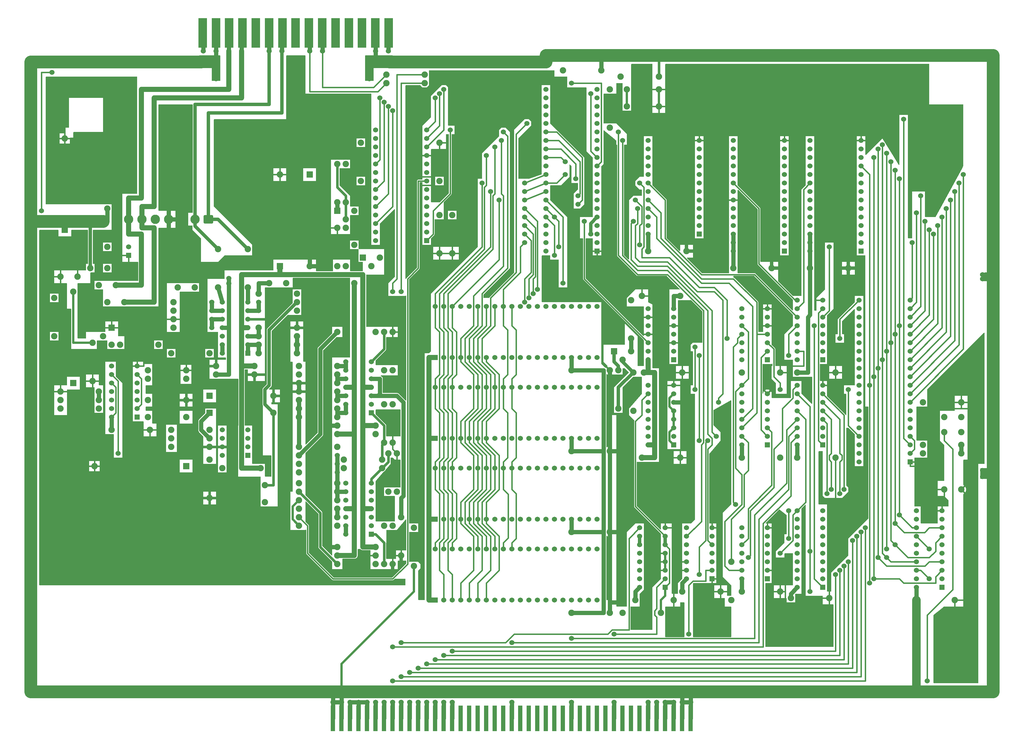
<source format=gbr>
%TF.GenerationSoftware,KiCad,Pcbnew,(6.0.1)*%
%TF.CreationDate,2022-04-20T20:45:43-06:00*%
%TF.ProjectId,star_wars_arcade_sound_pcb,73746172-5f77-4617-9273-5f6172636164,rev?*%
%TF.SameCoordinates,Original*%
%TF.FileFunction,Copper,L2,Bot*%
%TF.FilePolarity,Positive*%
%FSLAX46Y46*%
G04 Gerber Fmt 4.6, Leading zero omitted, Abs format (unit mm)*
G04 Created by KiCad (PCBNEW (6.0.1)) date 2022-04-20 20:45:43*
%MOMM*%
%LPD*%
G01*
G04 APERTURE LIST*
G04 Aperture macros list*
%AMRoundRect*
0 Rectangle with rounded corners*
0 $1 Rounding radius*
0 $2 $3 $4 $5 $6 $7 $8 $9 X,Y pos of 4 corners*
0 Add a 4 corners polygon primitive as box body*
4,1,4,$2,$3,$4,$5,$6,$7,$8,$9,$2,$3,0*
0 Add four circle primitives for the rounded corners*
1,1,$1+$1,$2,$3*
1,1,$1+$1,$4,$5*
1,1,$1+$1,$6,$7*
1,1,$1+$1,$8,$9*
0 Add four rect primitives between the rounded corners*
20,1,$1+$1,$2,$3,$4,$5,0*
20,1,$1+$1,$4,$5,$6,$7,0*
20,1,$1+$1,$6,$7,$8,$9,0*
20,1,$1+$1,$8,$9,$2,$3,0*%
%AMOutline4P*
0 Free polygon, 4 corners , with rotation*
0 The origin of the aperture is its center*
0 number of corners: always 4*
0 $1 to $8 corner X, Y*
0 $9 Rotation angle, in degrees counterclockwise*
0 create outline with 4 corners*
4,1,4,$1,$2,$3,$4,$5,$6,$7,$8,$1,$2,$9*%
G04 Aperture macros list end*
%TA.AperFunction,ComponentPad*%
%ADD10C,1.905000*%
%TD*%
%TA.AperFunction,ComponentPad*%
%ADD11R,1.524000X1.524000*%
%TD*%
%TA.AperFunction,ComponentPad*%
%ADD12C,1.524000*%
%TD*%
%TA.AperFunction,SMDPad,CuDef*%
%ADD13R,2.540000X8.890000*%
%TD*%
%TA.AperFunction,ComponentPad*%
%ADD14R,1.905000X1.905000*%
%TD*%
%TA.AperFunction,ComponentPad*%
%ADD15RoundRect,0.250000X1.150000X-0.980000X1.150000X0.980000X-1.150000X0.980000X-1.150000X-0.980000X0*%
%TD*%
%TA.AperFunction,ComponentPad*%
%ADD16C,2.794000*%
%TD*%
%TA.AperFunction,ConnectorPad*%
%ADD17Outline4P,-0.635000X-3.810000X0.635000X-3.810000X0.635000X3.810000X-0.635000X3.810000X0.000000*%
%TD*%
%TA.AperFunction,ViaPad*%
%ADD18C,1.524000*%
%TD*%
%TA.AperFunction,Conductor*%
%ADD19C,0.381000*%
%TD*%
%TA.AperFunction,Conductor*%
%ADD20C,1.524000*%
%TD*%
%TA.AperFunction,Conductor*%
%ADD21C,1.270000*%
%TD*%
%TA.AperFunction,Conductor*%
%ADD22C,0.762000*%
%TD*%
%TA.AperFunction,Conductor*%
%ADD23C,0.635000*%
%TD*%
%TA.AperFunction,Conductor*%
%ADD24C,1.016000*%
%TD*%
%TA.AperFunction,Conductor*%
%ADD25C,3.810000*%
%TD*%
%TA.AperFunction,Conductor*%
%ADD26C,2.540000*%
%TD*%
G04 APERTURE END LIST*
D10*
%TO.P,R10,1*%
%TO.N,Net-(F_3-Pad12)*%
X213995000Y-163195000D03*
%TO.P,R10,2*%
%TO.N,Net-(Q1-Pad2)*%
X213995000Y-151765000D03*
%TD*%
D11*
%TO.P,H_5,1,~{R}*%
%TO.N,~{SRES}*%
X254000000Y-213360000D03*
D12*
%TO.P,H_5,2,D*%
%TO.N,GND*%
X254000000Y-210820000D03*
%TO.P,H_5,3,C*%
%TO.N,~{SOUNDREAD}*%
X254000000Y-208280000D03*
%TO.P,H_5,4,~{S}*%
%TO.N,~{MAINWR}*%
X254000000Y-205740000D03*
%TO.P,H_5,5,Q*%
%TO.N,MAINFLAG*%
X254000000Y-203200000D03*
%TO.P,H_5,6,~{Q}*%
%TO.N,unconnected-(H_5-Pad6)*%
X254000000Y-200660000D03*
%TO.P,H_5,7,GND*%
%TO.N,GND*%
X254000000Y-198120000D03*
%TO.P,H_5,8,~{Q}*%
%TO.N,unconnected-(H_5-Pad8)*%
X246380000Y-198120000D03*
%TO.P,H_5,9,Q*%
%TO.N,SOUNDFLAG*%
X246380000Y-200660000D03*
%TO.P,H_5,10,~{S}*%
%TO.N,~{SOUNDWR}*%
X246380000Y-203200000D03*
%TO.P,H_5,11,C*%
%TO.N,~{MAINREAD}*%
X246380000Y-205740000D03*
%TO.P,H_5,12,D*%
%TO.N,GND*%
X246380000Y-208280000D03*
%TO.P,H_5,13,~{R}*%
%TO.N,~{SRES}*%
X246380000Y-210820000D03*
%TO.P,H_5,14,VCC*%
%TO.N,+5V*%
X246380000Y-213360000D03*
%TD*%
D10*
%TO.P,C16,1*%
%TO.N,+5V*%
X195580000Y-223520000D03*
%TO.P,C16,2*%
%TO.N,GND*%
X207010000Y-223520000D03*
%TD*%
D11*
%TO.P,F/H_5,1*%
%TO.N,GND*%
X237490000Y-213360000D03*
D12*
%TO.P,F/H_5,2*%
%TO.N,1.5MHZ*%
X237490000Y-210820000D03*
%TO.P,F/H_5,3*%
%TO.N,PHI_E*%
X237490000Y-208280000D03*
%TO.P,F/H_5,4*%
%TO.N,~{FLAGREAD}*%
X237490000Y-205740000D03*
%TO.P,F/H_5,5*%
%TO.N,SOUNDFLAG*%
X237490000Y-203200000D03*
%TO.P,F/H_5,6*%
%TO.N,PD6*%
X237490000Y-200660000D03*
%TO.P,F/H_5,7,GND*%
%TO.N,GND*%
X237490000Y-198120000D03*
%TO.P,F/H_5,8*%
%TO.N,PD7*%
X229870000Y-198120000D03*
%TO.P,F/H_5,9*%
%TO.N,MAINFLAG*%
X229870000Y-200660000D03*
%TO.P,F/H_5,10*%
%TO.N,~{FLAGREAD}*%
X229870000Y-203200000D03*
%TO.P,F/H_5,11*%
%TO.N,unconnected-(F/H_5-Pad11)*%
X229870000Y-205740000D03*
%TO.P,F/H_5,12*%
%TO.N,GND*%
X229870000Y-208280000D03*
%TO.P,F/H_5,13*%
X229870000Y-210820000D03*
%TO.P,F/H_5,14,VCC*%
%TO.N,+5V*%
X229870000Y-213360000D03*
%TD*%
D10*
%TO.P,R14,1*%
%TO.N,Net-(Q2-Pad2)*%
X125730000Y-89535000D03*
%TO.P,R14,2*%
%TO.N,+5V*%
X125730000Y-100965000D03*
%TD*%
%TO.P,R31,1*%
%TO.N,Net-(A_3-Pad1)*%
X69215000Y-165100000D03*
%TO.P,R31,2*%
%TO.N,+12V*%
X80645000Y-165100000D03*
%TD*%
%TO.P,R51,1*%
%TO.N,Net-(B_2-Pad7)*%
X99060000Y-126365000D03*
%TO.P,R51,2*%
%TO.N,LEFT_AUDIO*%
X99060000Y-114935000D03*
%TD*%
%TO.P,R2,1*%
%TO.N,+5V*%
X311785000Y-173355000D03*
%TO.P,R2,2*%
%TO.N,Net-(K_3-Pad2)*%
X300355000Y-173355000D03*
%TD*%
%TO.P,R50,1*%
%TO.N,Net-(B_2-Pad6)*%
X113665000Y-128270000D03*
%TO.P,R50,2*%
%TO.N,Net-(B_2-Pad7)*%
X102235000Y-128270000D03*
%TD*%
D13*
%TO.P,P3,A,GND*%
%TO.N,GND*%
X85547200Y-50419000D03*
%TO.P,P3,B,5V0*%
%TO.N,+5V*%
X89509600Y-50419000D03*
%TO.P,P3,C,12V0*%
%TO.N,+12V*%
X93472000Y-50419000D03*
%TO.P,P3,D,-5V0*%
%TO.N,-5V*%
X97434400Y-50419000D03*
%TO.P,P3,E,NC*%
%TO.N,unconnected-(P3-PadE)*%
X101396800Y-50419000D03*
%TO.P,P3,F,R_AUDIO*%
%TO.N,RIGHT_AUDIO*%
X105359200Y-50419000D03*
%TO.P,P3,H,L_AUDIO*%
%TO.N,LEFT_AUDIO*%
X109321600Y-50419000D03*
%TO.P,P3,J,NC*%
%TO.N,unconnected-(P3-PadJ)*%
X113284000Y-50419000D03*
%TO.P,P3,K,DXMT*%
%TO.N,DXMT*%
X117246400Y-50419000D03*
%TO.P,P3,L,DRCV*%
%TO.N,DRCV*%
X121208800Y-50419000D03*
%TO.P,P3,M,NC*%
%TO.N,unconnected-(P3-PadM)*%
X125171200Y-50419000D03*
%TO.P,P3,N,NC*%
%TO.N,unconnected-(P3-PadN)*%
X129133600Y-50419000D03*
%TO.P,P3,P,NC*%
%TO.N,unconnected-(P3-PadP)*%
X133096000Y-50419000D03*
%TO.P,P3,R,5V0*%
%TO.N,+5V*%
X137058400Y-50419000D03*
%TO.P,P3,S,GND*%
%TO.N,GND*%
X141020800Y-50419000D03*
%TD*%
D10*
%TO.P,R48,1*%
%TO.N,AUD*%
X113665000Y-130810000D03*
D12*
%TO.P,R48,2*%
%TO.N,Net-(B_2-Pad6)*%
X102235000Y-130810000D03*
%TD*%
D10*
%TO.P,R3,1*%
%TO.N,+5V*%
X311785000Y-175895000D03*
%TO.P,R3,2*%
%TO.N,Net-(K_3-Pad40)*%
X300355000Y-175895000D03*
%TD*%
%TO.P,R33,1*%
%TO.N,Net-(A_3-Pad13)*%
X54610000Y-162560000D03*
%TO.P,R33,2*%
%TO.N,+12V*%
X43180000Y-162560000D03*
%TD*%
%TO.P,R53,1*%
%TO.N,Net-(B_2-Pad1)*%
X76835000Y-138430000D03*
D12*
%TO.P,R53,2*%
%TO.N,Net-(B_2-Pad10)*%
X88265000Y-138430000D03*
%TD*%
D10*
%TO.P,R27,1*%
%TO.N,Net-(C_3-Pad7)*%
X137160000Y-139700000D03*
%TO.P,R27,2*%
%TO.N,Net-(C40-Pad1)*%
X125730000Y-139700000D03*
%TD*%
%TO.P,C56,1*%
%TO.N,Net-(C56-Pad1)*%
X113665000Y-146050000D03*
%TO.P,C56,2*%
%TO.N,Net-(B_2-Pad1)*%
X102235000Y-146050000D03*
%TD*%
%TO.P,C46,1*%
%TO.N,GND*%
X43180000Y-157480000D03*
%TO.P,C46,2*%
%TO.N,Net-(A_3-Pad12)*%
X54610000Y-157480000D03*
%TD*%
%TO.P,R49,1*%
%TO.N,Net-(B_2-Pad1)*%
X113665000Y-133350000D03*
D12*
%TO.P,R49,2*%
%TO.N,Net-(B_2-Pad6)*%
X102235000Y-133350000D03*
%TD*%
D10*
%TO.P,C26,1*%
%TO.N,Net-(C/D_1-Pad4)*%
X156210000Y-104775000D03*
%TO.P,C26,2*%
%TO.N,GND*%
X156210000Y-116205000D03*
%TD*%
%TO.P,R9,1*%
%TO.N,Net-(D_2-Pad28)*%
X151765000Y-65405000D03*
%TO.P,R9,2*%
%TO.N,DXMT*%
X140335000Y-65405000D03*
%TD*%
%TO.P,C6,1*%
%TO.N,+5V*%
X214630000Y-219710000D03*
%TO.P,C6,2*%
%TO.N,GND*%
X226060000Y-219710000D03*
%TD*%
%TO.P,TP7,1*%
%TO.N,PA4*%
X212090000Y-72390000D03*
%TO.P,TP7,2*%
X212090000Y-67310000D03*
%TD*%
%TO.P,R29,1*%
%TO.N,Net-(C_4-Pad13)*%
X125730000Y-197485000D03*
%TO.P,R29,2*%
%TO.N,Net-(C42-Pad1)*%
X114300000Y-197485000D03*
%TD*%
%TO.P,R1,1*%
%TO.N,+5V*%
X243205000Y-219710000D03*
%TO.P,R1,2*%
%TO.N,PHI_E*%
X243205000Y-208280000D03*
%TD*%
%TO.P,R12,1*%
%TO.N,-5V*%
X213360000Y-130175000D03*
%TO.P,R12,2*%
%TO.N,Net-(F_2-Pad1)*%
X213360000Y-141605000D03*
%TD*%
%TO.P,TP5,1*%
%TO.N,+12V*%
X54610000Y-125730000D03*
%TO.P,TP5,2*%
X59690000Y-125730000D03*
%TD*%
D11*
%TO.P,C_3,1*%
%TO.N,Net-(C_3-Pad1)*%
X135890000Y-163830000D03*
D12*
%TO.P,C_3,2,-*%
%TO.N,CO2*%
X135890000Y-161290000D03*
%TO.P,C_3,3,+*%
%TO.N,+5VA*%
X135890000Y-158750000D03*
%TO.P,C_3,4,V+*%
%TO.N,+12V*%
X135890000Y-156210000D03*
%TO.P,C_3,5,+*%
%TO.N,+5VA*%
X135890000Y-153670000D03*
%TO.P,C_3,6,-*%
%TO.N,CO3*%
X135890000Y-151130000D03*
%TO.P,C_3,7*%
%TO.N,Net-(C_3-Pad7)*%
X135890000Y-148590000D03*
%TO.P,C_3,8*%
%TO.N,Net-(C_3-Pad8)*%
X128270000Y-148590000D03*
%TO.P,C_3,9,-*%
X128270000Y-151130000D03*
%TO.P,C_3,10,+*%
%TO.N,Net-(C55-Pad2)*%
X128270000Y-153670000D03*
%TO.P,C_3,11,V-*%
%TO.N,-5V*%
X128270000Y-156210000D03*
%TO.P,C_3,12,+*%
%TO.N,Net-(C50-Pad2)*%
X128270000Y-158750000D03*
%TO.P,C_3,13,-*%
%TO.N,AUD*%
X128270000Y-161290000D03*
%TO.P,C_3,14*%
X128270000Y-163830000D03*
%TD*%
D14*
%TO.P,C52,1*%
%TO.N,Net-(B_3-Pad5)*%
X87630000Y-158750000D03*
D10*
%TO.P,C52,2*%
%TO.N,GND*%
X106680000Y-158750000D03*
%TD*%
D11*
%TO.P,H_3,1*%
%TO.N,PHI_E*%
X254000000Y-173355000D03*
D12*
%TO.P,H_3,2*%
%TO.N,Net-(H_2-Pad2)*%
X254000000Y-170815000D03*
%TO.P,H_3,3*%
%TO.N,~{SOUNDWR}*%
X254000000Y-168275000D03*
%TO.P,H_3,4*%
%TO.N,unconnected-(H_3-Pad4)*%
X254000000Y-165735000D03*
%TO.P,H_3,5*%
%TO.N,unconnected-(H_3-Pad5)*%
X254000000Y-163195000D03*
%TO.P,H_3,6*%
%TO.N,unconnected-(H_3-Pad6)*%
X254000000Y-160655000D03*
%TO.P,H_3,7,GND*%
%TO.N,GND*%
X254000000Y-158115000D03*
%TO.P,H_3,8*%
%TO.N,unconnected-(H_3-Pad8)*%
X246380000Y-158115000D03*
%TO.P,H_3,9*%
%TO.N,unconnected-(H_3-Pad9)*%
X246380000Y-160655000D03*
%TO.P,H_3,10*%
%TO.N,unconnected-(H_3-Pad10)*%
X246380000Y-163195000D03*
%TO.P,H_3,11*%
%TO.N,Net-(F/H_1-Pad21)*%
X246380000Y-165735000D03*
%TO.P,H_3,12*%
%TO.N,Net-(F/H_1-Pad20)*%
X246380000Y-168275000D03*
%TO.P,H_3,13*%
%TO.N,PHI_E*%
X246380000Y-170815000D03*
%TO.P,H_3,14,VCC*%
%TO.N,+5V*%
X246380000Y-173355000D03*
%TD*%
D10*
%TO.P,C37,1*%
%TO.N,-5V*%
X125730000Y-170180000D03*
%TO.P,C37,2*%
%TO.N,GND*%
X137160000Y-170180000D03*
%TD*%
%TO.P,C50,1*%
%TO.N,GND*%
X114300000Y-157480000D03*
%TO.P,C50,2*%
%TO.N,Net-(C50-Pad2)*%
X125730000Y-157480000D03*
%TD*%
%TO.P,R11,1*%
%TO.N,Net-(Q1-Pad2)*%
X209550000Y-162560000D03*
%TO.P,R11,2*%
%TO.N,+5V*%
X209550000Y-151130000D03*
%TD*%
%TO.P,C17,1*%
%TO.N,+5V*%
X195580000Y-199390000D03*
%TO.P,C17,2*%
%TO.N,GND*%
X207010000Y-199390000D03*
%TD*%
%TO.P,TP8,1*%
%TO.N,AUD*%
X104140000Y-190500000D03*
%TO.P,TP8,2*%
X104140000Y-185420000D03*
%TD*%
%TO.P,R17,1*%
%TO.N,Net-(C/D_1-Pad21)*%
X132715000Y-94615000D03*
%TO.P,R17,2*%
%TO.N,+5V*%
X132715000Y-83185000D03*
%TD*%
%TO.P,C8,1*%
%TO.N,+5V*%
X260985000Y-219075000D03*
%TO.P,C8,2*%
%TO.N,GND*%
X272415000Y-219075000D03*
%TD*%
D11*
%TO.P,E_1,1,VSS*%
%TO.N,GND*%
X203200000Y-115570000D03*
D12*
%TO.P,E_1,2,A5*%
%TO.N,SA5*%
X203200000Y-113030000D03*
%TO.P,E_1,3,A4*%
%TO.N,SA4*%
X203200000Y-110490000D03*
%TO.P,E_1,4,A3*%
%TO.N,SA3*%
X203200000Y-107950000D03*
%TO.P,E_1,5,A2*%
%TO.N,SA2*%
X203200000Y-105410000D03*
%TO.P,E_1,6,A1*%
%TO.N,SA1*%
X203200000Y-102870000D03*
%TO.P,E_1,7,A0*%
%TO.N,SA0*%
X203200000Y-100330000D03*
%TO.P,E_1,8,PA0*%
%TO.N,PA0*%
X203200000Y-97790000D03*
%TO.P,E_1,9,PA1*%
%TO.N,PA1*%
X203200000Y-95250000D03*
%TO.P,E_1,10,PA2*%
%TO.N,PA2*%
X203200000Y-92710000D03*
%TO.P,E_1,11,PA3*%
%TO.N,PA3*%
X203200000Y-90170000D03*
%TO.P,E_1,12,PA4*%
%TO.N,PA4*%
X203200000Y-87630000D03*
%TO.P,E_1,13,PA5*%
%TO.N,PA5*%
X203200000Y-85090000D03*
%TO.P,E_1,14,PA6*%
%TO.N,SOUNDFLAG*%
X203200000Y-82550000D03*
%TO.P,E_1,15,PA7*%
%TO.N,MAINFLAG*%
X203200000Y-80010000D03*
%TO.P,E_1,16,PB7*%
%TO.N,PB7*%
X203200000Y-77470000D03*
%TO.P,E_1,17,PB6*%
%TO.N,PB6*%
X203200000Y-74930000D03*
%TO.P,E_1,18,PB5*%
%TO.N,PB5*%
X203200000Y-72390000D03*
%TO.P,E_1,19,PB4*%
%TO.N,PB4*%
X203200000Y-69850000D03*
%TO.P,E_1,20,VCC*%
%TO.N,+5V*%
X203200000Y-67310000D03*
%TO.P,E_1,21,PB3*%
%TO.N,PB3*%
X187960000Y-67310000D03*
%TO.P,E_1,22,PB2*%
%TO.N,PB2*%
X187960000Y-69850000D03*
%TO.P,E_1,23,PB1*%
%TO.N,PB1*%
X187960000Y-72390000D03*
%TO.P,E_1,24,PB0*%
%TO.N,PB0*%
X187960000Y-74930000D03*
%TO.P,E_1,25,~{IRQ}*%
%TO.N,~{SIRQ}*%
X187960000Y-77470000D03*
%TO.P,E_1,26,D7*%
%TO.N,SD7*%
X187960000Y-80010000D03*
%TO.P,E_1,27,D6*%
%TO.N,SD6*%
X187960000Y-82550000D03*
%TO.P,E_1,28,D5*%
%TO.N,SD5*%
X187960000Y-85090000D03*
%TO.P,E_1,29,D4*%
%TO.N,SD4*%
X187960000Y-87630000D03*
%TO.P,E_1,30,D3*%
%TO.N,SD3*%
X187960000Y-90170000D03*
%TO.P,E_1,31,D2*%
%TO.N,SD2*%
X187960000Y-92710000D03*
%TO.P,E_1,32,D1*%
%TO.N,SD1*%
X187960000Y-95250000D03*
%TO.P,E_1,33,D0*%
%TO.N,SD0*%
X187960000Y-97790000D03*
%TO.P,E_1,34,~{RES}*%
%TO.N,~{SRES}*%
X187960000Y-100330000D03*
%TO.P,E_1,35,R~{W}*%
%TO.N,SR~{W}*%
X187960000Y-102870000D03*
%TO.P,E_1,36,~{RS}*%
%TO.N,SA7*%
X187960000Y-105410000D03*
%TO.P,E_1,37,~{CS0}*%
%TO.N,~{PIA}*%
X187960000Y-107950000D03*
%TO.P,E_1,38,CS1*%
%TO.N,P*%
X187960000Y-110490000D03*
%TO.P,E_1,39,PHI2*%
%TO.N,PHI_E*%
X187960000Y-113030000D03*
%TO.P,E_1,40,A6*%
%TO.N,SA6*%
X187960000Y-115570000D03*
%TD*%
D14*
%TO.P,C51,1*%
%TO.N,Net-(B_3-Pad6)*%
X87630000Y-163830000D03*
D10*
%TO.P,C51,2*%
%TO.N,AUD*%
X106680000Y-163830000D03*
%TD*%
%TO.P,R56,1*%
%TO.N,Net-(B_2-Pad8)*%
X90170000Y-126365000D03*
%TO.P,R56,2*%
%TO.N,RIGHT_AUDIO*%
X90170000Y-114935000D03*
%TD*%
%TO.P,R43,1*%
%TO.N,Net-(R41-Pad1)*%
X76200000Y-168910000D03*
%TO.P,R43,2*%
%TO.N,Net-(B_3-Pad5)*%
X87630000Y-168910000D03*
%TD*%
D11*
%TO.P,B_3,1,CLK*%
%TO.N,RCK*%
X99060000Y-176530000D03*
D12*
%TO.P,B_3,2,VSS*%
%TO.N,GND*%
X99060000Y-173990000D03*
%TO.P,B_3,3,NC*%
%TO.N,unconnected-(B_3-Pad3)*%
X99060000Y-171450000D03*
%TO.P,B_3,4,OUT*%
%TO.N,Net-(B_3-Pad4)*%
X99060000Y-168910000D03*
%TO.P,B_3,5,VBB*%
%TO.N,Net-(B_3-Pad5)*%
X91440000Y-168910000D03*
%TO.P,B_3,6,IN*%
%TO.N,Net-(B_3-Pad6)*%
X91440000Y-171450000D03*
%TO.P,B_3,7,SYNC*%
%TO.N,GND*%
X91440000Y-173990000D03*
%TO.P,B_3,8,VDD*%
%TO.N,Net-(B_3-Pad8)*%
X91440000Y-176530000D03*
%TD*%
D11*
%TO.P,J_3,1,E*%
%TO.N,~{CIO}*%
X270510000Y-173355000D03*
D12*
%TO.P,J_3,2,A0*%
%TO.N,SA3*%
X270510000Y-170815000D03*
%TO.P,J_3,3,A1*%
%TO.N,SA4*%
X270510000Y-168275000D03*
%TO.P,J_3,4,O0*%
%TO.N,~{CIO}0*%
X270510000Y-165735000D03*
%TO.P,J_3,5,O1*%
%TO.N,~{CIO}1*%
X270510000Y-163195000D03*
%TO.P,J_3,6,O2*%
%TO.N,~{CIO}2*%
X270510000Y-160655000D03*
%TO.P,J_3,7,O3*%
%TO.N,~{CIO}3*%
X270510000Y-158115000D03*
%TO.P,J_3,8,GND*%
%TO.N,GND*%
X270510000Y-155575000D03*
%TO.P,J_3,9,O3*%
%TO.N,~{FLAGREAD}*%
X262890000Y-155575000D03*
%TO.P,J_3,10,O2*%
%TO.N,~{MAINREAD}*%
X262890000Y-158115000D03*
%TO.P,J_3,11,O1*%
%TO.N,unconnected-(J_3-Pad11)*%
X262890000Y-160655000D03*
%TO.P,J_3,12,O0*%
%TO.N,~{MAINWR}*%
X262890000Y-163195000D03*
%TO.P,J_3,13,A1*%
%TO.N,R~{W}B*%
X262890000Y-165735000D03*
%TO.P,J_3,14,A0*%
%TO.N,AB0*%
X262890000Y-168275000D03*
%TO.P,J_3,15,E*%
%TO.N,~{SOUND}*%
X262890000Y-170815000D03*
%TO.P,J_3,16,VCC*%
%TO.N,+5V*%
X262890000Y-173355000D03*
%TD*%
D10*
%TO.P,R55,1*%
%TO.N,Net-(B_2-Pad8)*%
X76835000Y-130810000D03*
D12*
%TO.P,R55,2*%
%TO.N,Net-(B_2-Pad9)*%
X88265000Y-130810000D03*
%TD*%
D10*
%TO.P,C39,1*%
%TO.N,GND*%
X142240000Y-139700000D03*
%TO.P,C39,2*%
%TO.N,CO3*%
X142240000Y-151130000D03*
%TD*%
%TO.P,R6,1*%
%TO.N,+5V*%
X221615000Y-63500000D03*
%TO.P,R6,2*%
%TO.N,PA4*%
X210185000Y-63500000D03*
%TD*%
%TO.P,R8,1*%
%TO.N,Net-(D_2-Pad24)*%
X151765000Y-62865000D03*
%TO.P,R8,2*%
%TO.N,DRCV*%
X140335000Y-62865000D03*
%TD*%
D14*
%TO.P,C47,1*%
%TO.N,Net-(A_3-Pad11)*%
X46990000Y-154940000D03*
D10*
%TO.P,C47,2*%
%TO.N,Net-(C47-Pad2)*%
X46990000Y-127635000D03*
%TD*%
%TO.P,C44,1*%
%TO.N,GND*%
X80645000Y-160020000D03*
%TO.P,C44,2*%
%TO.N,Net-(A_3-Pad3)*%
X69215000Y-160020000D03*
%TD*%
%TO.P,C34,1*%
%TO.N,Net-(C34-Pad1)*%
X114300000Y-181610000D03*
D12*
%TO.P,C34,2*%
%TO.N,Net-(C32-Pad2)*%
X125730000Y-181610000D03*
%TD*%
D10*
%TO.P,R54,1*%
%TO.N,GND*%
X76835000Y-135890000D03*
D12*
%TO.P,R54,2*%
%TO.N,Net-(B_2-Pad10)*%
X88265000Y-135890000D03*
%TD*%
D10*
%TO.P,R23,1*%
%TO.N,Net-(C_4-Pad7)*%
X139065000Y-180340000D03*
%TO.P,R23,2*%
%TO.N,Net-(C34-Pad1)*%
X127635000Y-180340000D03*
%TD*%
%TO.P,C30,1*%
%TO.N,+12V*%
X137160000Y-203835000D03*
%TO.P,C30,2*%
%TO.N,GND*%
X125730000Y-203835000D03*
%TD*%
%TO.P,C59,1*%
%TO.N,+12V*%
X100965000Y-149860000D03*
%TO.P,C59,2*%
%TO.N,GND*%
X89535000Y-149860000D03*
%TD*%
%TO.P,C61,1*%
%TO.N,GND*%
X240030000Y-217170000D03*
%TO.P,C61,2*%
%TO.N,+5V*%
X228600000Y-217170000D03*
%TD*%
D11*
%TO.P,D_2,1,GND*%
%TO.N,GND*%
X154940000Y-147320000D03*
D12*
%TO.P,D_2,2,D3*%
%TO.N,SD3*%
X157480000Y-147320000D03*
%TO.P,D_2,3,D4*%
%TO.N,SD4*%
X160020000Y-147320000D03*
%TO.P,D_2,4,D5*%
%TO.N,SD5*%
X162560000Y-147320000D03*
%TO.P,D_2,5,D6*%
%TO.N,SD6*%
X165100000Y-147320000D03*
%TO.P,D_2,6,D7*%
%TO.N,SD7*%
X167640000Y-147320000D03*
%TO.P,D_2,7,PHI2*%
%TO.N,PHI_E*%
X170180000Y-147320000D03*
%TO.P,D_2,8,P6*%
%TO.N,unconnected-(D_2-Pad8)*%
X172720000Y-147320000D03*
%TO.P,D_2,9,P7*%
%TO.N,unconnected-(D_2-Pad9)*%
X175260000Y-147320000D03*
%TO.P,D_2,10,P4*%
%TO.N,unconnected-(D_2-Pad10)*%
X177800000Y-147320000D03*
%TO.P,D_2,11,P5*%
%TO.N,unconnected-(D_2-Pad11)*%
X180340000Y-147320000D03*
%TO.P,D_2,12,P2*%
%TO.N,unconnected-(D_2-Pad12)*%
X182880000Y-147320000D03*
%TO.P,D_2,13,P3*%
%TO.N,unconnected-(D_2-Pad13)*%
X185420000Y-147320000D03*
%TO.P,D_2,14,P0*%
%TO.N,unconnected-(D_2-Pad14)*%
X187960000Y-147320000D03*
%TO.P,D_2,15,P1*%
%TO.N,unconnected-(D_2-Pad15)*%
X190500000Y-147320000D03*
%TO.P,D_2,16,~{KR2}*%
%TO.N,unconnected-(D_2-Pad16)*%
X193040000Y-147320000D03*
%TO.P,D_2,17,VCC*%
%TO.N,+5V*%
X195580000Y-147320000D03*
%TO.P,D_2,18,~{K5}*%
%TO.N,unconnected-(D_2-Pad18)*%
X198120000Y-147320000D03*
%TO.P,D_2,19,~{K4}*%
%TO.N,unconnected-(D_2-Pad19)*%
X200660000Y-147320000D03*
%TO.P,D_2,20,~{K3}*%
%TO.N,unconnected-(D_2-Pad20)*%
X203200000Y-147320000D03*
%TO.P,D_2,21,~{K2}*%
%TO.N,unconnected-(D_2-Pad21)*%
X203200000Y-132080000D03*
%TO.P,D_2,22,~{K1}*%
%TO.N,unconnected-(D_2-Pad22)*%
X200660000Y-132080000D03*
%TO.P,D_2,23,~{K0}*%
%TO.N,unconnected-(D_2-Pad23)*%
X198120000Y-132080000D03*
%TO.P,D_2,24,SID*%
%TO.N,Net-(D_2-Pad24)*%
X195580000Y-132080000D03*
%TO.P,D_2,25,~{KR1}*%
%TO.N,unconnected-(D_2-Pad25)*%
X193040000Y-132080000D03*
%TO.P,D_2,26,BCLK*%
%TO.N,unconnected-(D_2-Pad26)*%
X190500000Y-132080000D03*
%TO.P,D_2,27,OCLK*%
%TO.N,unconnected-(D_2-Pad27)*%
X187960000Y-132080000D03*
%TO.P,D_2,28,SOD*%
%TO.N,Net-(D_2-Pad28)*%
X185420000Y-132080000D03*
%TO.P,D_2,29,~{IRQ}*%
%TO.N,unconnected-(D_2-Pad29)*%
X182880000Y-132080000D03*
%TO.P,D_2,30,~{CS0}*%
%TO.N,~{CIO}3*%
X180340000Y-132080000D03*
%TO.P,D_2,31,CS1*%
%TO.N,P*%
X177800000Y-132080000D03*
%TO.P,D_2,32,R~{W}*%
%TO.N,SR~{W}*%
X175260000Y-132080000D03*
%TO.P,D_2,33,A3*%
%TO.N,SA5*%
X172720000Y-132080000D03*
%TO.P,D_2,34,A2*%
%TO.N,SA2*%
X170180000Y-132080000D03*
%TO.P,D_2,35,A1*%
%TO.N,SA1*%
X167640000Y-132080000D03*
%TO.P,D_2,36,A0*%
%TO.N,SA0*%
X165100000Y-132080000D03*
%TO.P,D_2,37,OUT*%
%TO.N,CO3*%
X162560000Y-132080000D03*
%TO.P,D_2,38,D0*%
%TO.N,SD0*%
X160020000Y-132080000D03*
%TO.P,D_2,39,D1*%
%TO.N,SD1*%
X157480000Y-132080000D03*
%TO.P,D_2,40,D2*%
%TO.N,SD2*%
X154940000Y-132080000D03*
%TD*%
D10*
%TO.P,C25,1*%
%TO.N,+5V*%
X160020000Y-104775000D03*
%TO.P,C25,2*%
%TO.N,GND*%
X160020000Y-116205000D03*
%TD*%
%TO.P,R41,1*%
%TO.N,Net-(R41-Pad1)*%
X76200000Y-171450000D03*
%TO.P,R41,2*%
%TO.N,Net-(B_3-Pad6)*%
X87630000Y-171450000D03*
%TD*%
%TO.P,R46,1*%
%TO.N,Net-(C_3-Pad8)*%
X125730000Y-149860000D03*
%TO.P,R46,2*%
%TO.N,Net-(C56-Pad1)*%
X114300000Y-149860000D03*
%TD*%
D11*
%TO.P,H_2,1*%
%TO.N,Net-(H_2-Pad1)*%
X254000000Y-147955000D03*
D12*
%TO.P,H_2,2*%
%TO.N,Net-(H_2-Pad2)*%
X254000000Y-145415000D03*
%TO.P,H_2,3*%
%TO.N,SR~{W}*%
X254000000Y-142875000D03*
%TO.P,H_2,4*%
%TO.N,Net-(F/H_1-Pad20)*%
X254000000Y-140335000D03*
%TO.P,H_2,5*%
%TO.N,GND*%
X254000000Y-137795000D03*
%TO.P,H_2,6*%
%TO.N,unconnected-(H_2-Pad6)*%
X254000000Y-135255000D03*
%TO.P,H_2,7,GND*%
%TO.N,GND*%
X254000000Y-132715000D03*
%TO.P,H_2,8*%
%TO.N,unconnected-(H_2-Pad8)*%
X246380000Y-132715000D03*
%TO.P,H_2,9*%
%TO.N,GND*%
X246380000Y-135255000D03*
%TO.P,H_2,10*%
%TO.N,~{SRES}*%
X246380000Y-137795000D03*
%TO.P,H_2,11*%
%TO.N,Net-(F_5-Pad10)*%
X246380000Y-140335000D03*
%TO.P,H_2,12*%
%TO.N,Net-(F_3-Pad9)*%
X246380000Y-142875000D03*
%TO.P,H_2,13*%
%TO.N,Net-(F_3-Pad15)*%
X246380000Y-145415000D03*
%TO.P,H_2,14,VCC*%
%TO.N,+5V*%
X246380000Y-147955000D03*
%TD*%
D10*
%TO.P,TP2,1*%
%TO.N,CLKQ*%
X306705000Y-169545000D03*
%TO.P,TP2,2*%
X311785000Y-169545000D03*
%TD*%
%TO.P,C58,1*%
%TO.N,GND*%
X113665000Y-138430000D03*
%TO.P,C58,2*%
%TO.N,Net-(B_2-Pad3)*%
X102235000Y-138430000D03*
%TD*%
%TO.P,C23,1*%
%TO.N,+5V*%
X217170000Y-151765000D03*
%TO.P,C23,2*%
%TO.N,GND*%
X228600000Y-151765000D03*
%TD*%
D11*
%TO.P,J_2,1,E*%
%TO.N,Net-(J_2-Pad1)*%
X270510000Y-147955000D03*
D12*
%TO.P,J_2,2,A0*%
%TO.N,SA11*%
X270510000Y-145415000D03*
%TO.P,J_2,3,A1*%
%TO.N,SA12*%
X270510000Y-142875000D03*
%TO.P,J_2,4,O0*%
%TO.N,Net-(H_2-Pad1)*%
X270510000Y-140335000D03*
%TO.P,J_2,5,O1*%
%TO.N,~{SOUNDREAD}*%
X270510000Y-137795000D03*
%TO.P,J_2,6,O2*%
%TO.N,~{PIA}*%
X270510000Y-135255000D03*
%TO.P,J_2,7,O3*%
%TO.N,~{CIO}*%
X270510000Y-132715000D03*
%TO.P,J_2,8,GND*%
%TO.N,GND*%
X270510000Y-130175000D03*
%TO.P,J_2,9,O3*%
%TO.N,~{SROM1}*%
X262890000Y-130175000D03*
%TO.P,J_2,10,O2*%
%TO.N,~{SROM0}*%
X262890000Y-132715000D03*
%TO.P,J_2,11,O1*%
%TO.N,~{SRAM}*%
X262890000Y-135255000D03*
%TO.P,J_2,12,O0*%
%TO.N,Net-(J_2-Pad1)*%
X262890000Y-137795000D03*
%TO.P,J_2,13,A1*%
%TO.N,SA14*%
X262890000Y-140335000D03*
%TO.P,J_2,14,A0*%
%TO.N,SA13*%
X262890000Y-142875000D03*
%TO.P,J_2,15,E*%
%TO.N,GND*%
X262890000Y-145415000D03*
%TO.P,J_2,16,VCC*%
%TO.N,+5V*%
X262890000Y-147955000D03*
%TD*%
D11*
%TO.P,D_4,1,GND*%
%TO.N,GND*%
X154940000Y-195580000D03*
D12*
%TO.P,D_4,2,D3*%
%TO.N,SD3*%
X157480000Y-195580000D03*
%TO.P,D_4,3,D4*%
%TO.N,SD4*%
X160020000Y-195580000D03*
%TO.P,D_4,4,D5*%
%TO.N,SD5*%
X162560000Y-195580000D03*
%TO.P,D_4,5,D6*%
%TO.N,SD6*%
X165100000Y-195580000D03*
%TO.P,D_4,6,D7*%
%TO.N,SD7*%
X167640000Y-195580000D03*
%TO.P,D_4,7,PHI2*%
%TO.N,PHI_E*%
X170180000Y-195580000D03*
%TO.P,D_4,8,P6*%
%TO.N,unconnected-(D_4-Pad8)*%
X172720000Y-195580000D03*
%TO.P,D_4,9,P7*%
%TO.N,unconnected-(D_4-Pad9)*%
X175260000Y-195580000D03*
%TO.P,D_4,10,P4*%
%TO.N,unconnected-(D_4-Pad10)*%
X177800000Y-195580000D03*
%TO.P,D_4,11,P5*%
%TO.N,unconnected-(D_4-Pad11)*%
X180340000Y-195580000D03*
%TO.P,D_4,12,P2*%
%TO.N,unconnected-(D_4-Pad12)*%
X182880000Y-195580000D03*
%TO.P,D_4,13,P3*%
%TO.N,unconnected-(D_4-Pad13)*%
X185420000Y-195580000D03*
%TO.P,D_4,14,P0*%
%TO.N,unconnected-(D_4-Pad14)*%
X187960000Y-195580000D03*
%TO.P,D_4,15,P1*%
%TO.N,unconnected-(D_4-Pad15)*%
X190500000Y-195580000D03*
%TO.P,D_4,16,~{KR2}*%
%TO.N,unconnected-(D_4-Pad16)*%
X193040000Y-195580000D03*
%TO.P,D_4,17,VCC*%
%TO.N,+5V*%
X195580000Y-195580000D03*
%TO.P,D_4,18,~{K5}*%
%TO.N,unconnected-(D_4-Pad18)*%
X198120000Y-195580000D03*
%TO.P,D_4,19,~{K4}*%
%TO.N,unconnected-(D_4-Pad19)*%
X200660000Y-195580000D03*
%TO.P,D_4,20,~{K3}*%
%TO.N,unconnected-(D_4-Pad20)*%
X203200000Y-195580000D03*
%TO.P,D_4,21,~{K2}*%
%TO.N,unconnected-(D_4-Pad21)*%
X203200000Y-180340000D03*
%TO.P,D_4,22,~{K1}*%
%TO.N,unconnected-(D_4-Pad22)*%
X200660000Y-180340000D03*
%TO.P,D_4,23,~{K0}*%
%TO.N,unconnected-(D_4-Pad23)*%
X198120000Y-180340000D03*
%TO.P,D_4,24,SID*%
%TO.N,Net-(D_4-Pad24)*%
X195580000Y-180340000D03*
%TO.P,D_4,25,~{KR1}*%
%TO.N,unconnected-(D_4-Pad25)*%
X193040000Y-180340000D03*
%TO.P,D_4,26,BCLK*%
%TO.N,unconnected-(D_4-Pad26)*%
X190500000Y-180340000D03*
%TO.P,D_4,27,OCLK*%
%TO.N,unconnected-(D_4-Pad27)*%
X187960000Y-180340000D03*
%TO.P,D_4,28,SOD*%
%TO.N,Net-(D_4-Pad24)*%
X185420000Y-180340000D03*
%TO.P,D_4,29,~{IRQ}*%
%TO.N,unconnected-(D_4-Pad29)*%
X182880000Y-180340000D03*
%TO.P,D_4,30,~{CS0}*%
%TO.N,~{CIO}1*%
X180340000Y-180340000D03*
%TO.P,D_4,31,CS1*%
%TO.N,P*%
X177800000Y-180340000D03*
%TO.P,D_4,32,R~{W}*%
%TO.N,SR~{W}*%
X175260000Y-180340000D03*
%TO.P,D_4,33,A3*%
%TO.N,SA5*%
X172720000Y-180340000D03*
%TO.P,D_4,34,A2*%
%TO.N,SA2*%
X170180000Y-180340000D03*
%TO.P,D_4,35,A1*%
%TO.N,SA1*%
X167640000Y-180340000D03*
%TO.P,D_4,36,A0*%
%TO.N,SA0*%
X165100000Y-180340000D03*
%TO.P,D_4,37,OUT*%
%TO.N,CO1*%
X162560000Y-180340000D03*
%TO.P,D_4,38,D0*%
%TO.N,SD0*%
X160020000Y-180340000D03*
%TO.P,D_4,39,D1*%
%TO.N,SD1*%
X157480000Y-180340000D03*
%TO.P,D_4,40,D2*%
%TO.N,SD2*%
X154940000Y-180340000D03*
%TD*%
D11*
%TO.P,J/K_1,1,VPP*%
%TO.N,+5V*%
X281940000Y-115570000D03*
D12*
%TO.P,J/K_1,2,A12*%
%TO.N,SA12*%
X281940000Y-113030000D03*
%TO.P,J/K_1,3,A7*%
%TO.N,SA7*%
X281940000Y-110490000D03*
%TO.P,J/K_1,4,A6*%
%TO.N,SA6*%
X281940000Y-107950000D03*
%TO.P,J/K_1,5,A5*%
%TO.N,SA5*%
X281940000Y-105410000D03*
%TO.P,J/K_1,6,A4*%
%TO.N,SA4*%
X281940000Y-102870000D03*
%TO.P,J/K_1,7,A3*%
%TO.N,SA3*%
X281940000Y-100330000D03*
%TO.P,J/K_1,8,A2*%
%TO.N,SA2*%
X281940000Y-97790000D03*
%TO.P,J/K_1,9,A1*%
%TO.N,SA1*%
X281940000Y-95250000D03*
%TO.P,J/K_1,10,A0*%
%TO.N,SA0*%
X281940000Y-92710000D03*
%TO.P,J/K_1,11,D0*%
%TO.N,SD0*%
X281940000Y-90170000D03*
%TO.P,J/K_1,12,D1*%
%TO.N,SD1*%
X281940000Y-87630000D03*
%TO.P,J/K_1,13,D2*%
%TO.N,SD2*%
X281940000Y-85090000D03*
%TO.P,J/K_1,14,GND*%
%TO.N,GND*%
X281940000Y-82550000D03*
%TO.P,J/K_1,15,D3*%
%TO.N,SD3*%
X266700000Y-82550000D03*
%TO.P,J/K_1,16,D4*%
%TO.N,SD4*%
X266700000Y-85090000D03*
%TO.P,J/K_1,17,D5*%
%TO.N,SD5*%
X266700000Y-87630000D03*
%TO.P,J/K_1,18,D6*%
%TO.N,SD6*%
X266700000Y-90170000D03*
%TO.P,J/K_1,19,D7*%
%TO.N,SD7*%
X266700000Y-92710000D03*
%TO.P,J/K_1,20,~{CE}*%
%TO.N,~{SROM0}*%
X266700000Y-95250000D03*
%TO.P,J/K_1,21,A10*%
%TO.N,SA10*%
X266700000Y-97790000D03*
%TO.P,J/K_1,22,~{OE}*%
%TO.N,GND*%
X266700000Y-100330000D03*
%TO.P,J/K_1,23,A11*%
%TO.N,SA11*%
X266700000Y-102870000D03*
%TO.P,J/K_1,24,A9*%
%TO.N,SA9*%
X266700000Y-105410000D03*
%TO.P,J/K_1,25,A8*%
%TO.N,SA8*%
X266700000Y-107950000D03*
%TO.P,J/K_1,26,NC*%
%TO.N,+5V*%
X266700000Y-110490000D03*
%TO.P,J/K_1,27,~{PGM}*%
X266700000Y-113030000D03*
%TO.P,J/K_1,28,VCC*%
X266700000Y-115570000D03*
%TD*%
D10*
%TO.P,C38,1*%
%TO.N,Net-(C38-Pad1)*%
X114300000Y-179070000D03*
D12*
%TO.P,C38,2*%
%TO.N,Net-(C32-Pad2)*%
X125730000Y-179070000D03*
%TD*%
D10*
%TO.P,C43,1*%
%TO.N,GND*%
X80645000Y-151130000D03*
%TO.P,C43,2*%
%TO.N,Net-(A_3-Pad2)*%
X69215000Y-151130000D03*
%TD*%
D14*
%TO.P,Q2,1,E*%
%TO.N,+5V*%
X125730000Y-103505000D03*
D10*
%TO.P,Q2,2,B*%
%TO.N,Net-(Q2-Pad2)*%
X128270000Y-106045000D03*
%TO.P,Q2,3,C*%
%TO.N,Net-(Q2-Pad3)*%
X130810000Y-103505000D03*
%TD*%
%TO.P,R39,1*%
%TO.N,SUM*%
X125730000Y-173990000D03*
%TO.P,R39,2*%
%TO.N,Net-(C48-Pad1)*%
X114300000Y-173990000D03*
%TD*%
%TO.P,R15,1*%
%TO.N,Net-(Q2-Pad3)*%
X128270000Y-108585000D03*
%TO.P,R15,2*%
%TO.N,Net-(Q3-Pad2)*%
X128270000Y-120015000D03*
%TD*%
%TO.P,C40,1*%
%TO.N,Net-(C40-Pad1)*%
X114300000Y-176530000D03*
D12*
%TO.P,C40,2*%
%TO.N,Net-(C32-Pad2)*%
X125730000Y-176530000D03*
%TD*%
D15*
%TO.P,P2,1,L_AUDIO*%
%TO.N,LEFT_AUDIO*%
X87264240Y-106045000D03*
D16*
%TO.P,P2,2,R_AUDIO*%
%TO.N,RIGHT_AUDIO*%
X83304240Y-106045000D03*
%TO.P,P2,4,GND*%
%TO.N,GND*%
X75384240Y-106045000D03*
%TO.P,P2,5,5V0*%
%TO.N,+5V*%
X71424240Y-106045000D03*
%TO.P,P2,6,-5V0*%
%TO.N,-5V*%
X67462400Y-106045000D03*
%TO.P,P2,7,12V0*%
%TO.N,+12V*%
X63500000Y-106045000D03*
%TD*%
D10*
%TO.P,TP1,1*%
%TO.N,PHI_E*%
X306705000Y-165100000D03*
%TO.P,TP1,2*%
X311785000Y-165100000D03*
%TD*%
D14*
%TO.P,C53,1*%
%TO.N,Net-(B_3-Pad8)*%
X80645000Y-179705000D03*
D10*
%TO.P,C53,2*%
%TO.N,GND*%
X53340000Y-179705000D03*
%TD*%
%TO.P,C4,1*%
%TO.N,+5V*%
X218440000Y-115570000D03*
%TO.P,C4,2*%
%TO.N,GND*%
X229870000Y-115570000D03*
%TD*%
%TO.P,C33,1*%
%TO.N,GND*%
X143510000Y-175895000D03*
%TO.P,C33,2*%
%TO.N,CO1*%
X143510000Y-187325000D03*
%TD*%
%TO.P,C29,1*%
%TO.N,GND*%
X142240000Y-208915000D03*
%TO.P,C29,2*%
%TO.N,CO0*%
X142240000Y-197485000D03*
%TD*%
D11*
%TO.P,C_4,1*%
%TO.N,Net-(C_4-Pad1)*%
X135890000Y-200025000D03*
D12*
%TO.P,C_4,2,-*%
%TO.N,CO0*%
X135890000Y-197485000D03*
%TO.P,C_4,3,+*%
%TO.N,+5VA*%
X135890000Y-194945000D03*
%TO.P,C_4,4,V+*%
%TO.N,+12V*%
X135890000Y-192405000D03*
%TO.P,C_4,5,+*%
%TO.N,+5VA*%
X135890000Y-189865000D03*
%TO.P,C_4,6,-*%
%TO.N,CO1*%
X135890000Y-187325000D03*
%TO.P,C_4,7*%
%TO.N,Net-(C_4-Pad7)*%
X135890000Y-184785000D03*
%TO.P,C_4,8*%
%TO.N,SUM*%
X128270000Y-184785000D03*
%TO.P,C_4,9,-*%
%TO.N,Net-(C32-Pad2)*%
X128270000Y-187325000D03*
%TO.P,C_4,10,+*%
%TO.N,GND*%
X128270000Y-189865000D03*
%TO.P,C_4,11,V-*%
%TO.N,-5V*%
X128270000Y-192405000D03*
%TO.P,C_4,12,+*%
%TO.N,Net-(C41-Pad1)*%
X128270000Y-194945000D03*
%TO.P,C_4,13,-*%
%TO.N,Net-(C_4-Pad13)*%
X128270000Y-197485000D03*
%TO.P,C_4,14*%
X128270000Y-200025000D03*
%TD*%
D14*
%TO.P,Q4,1,E*%
%TO.N,GND*%
X58420000Y-138430000D03*
D10*
%TO.P,Q4,2,B*%
%TO.N,Net-(Q4-Pad2)*%
X55880000Y-140970000D03*
%TO.P,Q4,3,C*%
%TO.N,Net-(Q4-Pad3)*%
X58420000Y-143510000D03*
%TD*%
%TO.P,C27,1*%
%TO.N,-5V*%
X125730000Y-120015000D03*
%TO.P,C27,2*%
%TO.N,GND*%
X125730000Y-108585000D03*
%TD*%
%TO.P,C24,1*%
%TO.N,-5V*%
X227965000Y-128905000D03*
%TO.P,C24,2*%
%TO.N,GND*%
X216535000Y-128905000D03*
%TD*%
%TO.P,C10,1*%
%TO.N,+5V*%
X246380000Y-151765000D03*
%TO.P,C10,2*%
%TO.N,GND*%
X257810000Y-151765000D03*
%TD*%
%TO.P,C60,1*%
%TO.N,-5V*%
X89535000Y-152400000D03*
%TO.P,C60,2*%
%TO.N,GND*%
X100965000Y-152400000D03*
%TD*%
%TO.P,C1,1*%
%TO.N,+5V*%
X300355000Y-160655000D03*
%TO.P,C1,2*%
%TO.N,GND*%
X311785000Y-160655000D03*
%TD*%
D11*
%TO.P,B_2,1*%
%TO.N,Net-(B_2-Pad1)*%
X99060000Y-146050000D03*
D12*
%TO.P,B_2,2,-*%
X99060000Y-143510000D03*
%TO.P,B_2,3,+*%
%TO.N,Net-(B_2-Pad3)*%
X99060000Y-140970000D03*
%TO.P,B_2,4,V+*%
%TO.N,+12V*%
X99060000Y-138430000D03*
%TO.P,B_2,5,+*%
%TO.N,GND*%
X99060000Y-135890000D03*
%TO.P,B_2,6,-*%
%TO.N,Net-(B_2-Pad6)*%
X99060000Y-133350000D03*
%TO.P,B_2,7*%
%TO.N,Net-(B_2-Pad7)*%
X99060000Y-130810000D03*
%TO.P,B_2,8*%
%TO.N,Net-(B_2-Pad8)*%
X91440000Y-130810000D03*
%TO.P,B_2,9,-*%
%TO.N,Net-(B_2-Pad9)*%
X91440000Y-133350000D03*
%TO.P,B_2,10,+*%
%TO.N,Net-(B_2-Pad10)*%
X91440000Y-135890000D03*
%TO.P,B_2,11,V-*%
%TO.N,-5V*%
X91440000Y-138430000D03*
%TO.P,B_2,12,+*%
%TO.N,Net-(A_3-Pad2)*%
X91440000Y-140970000D03*
%TO.P,B_2,13,-*%
%TO.N,Net-(B_2-Pad13)*%
X91440000Y-143510000D03*
%TO.P,B_2,14*%
X91440000Y-146050000D03*
%TD*%
D10*
%TO.P,R45,1*%
%TO.N,GND*%
X114300000Y-154940000D03*
%TO.P,R45,2*%
%TO.N,Net-(C55-Pad2)*%
X125730000Y-154940000D03*
%TD*%
%TO.P,TP4,1*%
%TO.N,-5V*%
X57150000Y-130810000D03*
%TO.P,TP4,2*%
X62230000Y-130810000D03*
%TD*%
%TO.P,R52,1*%
%TO.N,AUD*%
X76835000Y-133350000D03*
D12*
%TO.P,R52,2*%
%TO.N,Net-(B_2-Pad9)*%
X88265000Y-133350000D03*
%TD*%
D10*
%TO.P,C19,1*%
%TO.N,+5V*%
X195580000Y-151130000D03*
%TO.P,C19,2*%
%TO.N,GND*%
X207010000Y-151130000D03*
%TD*%
%TO.P,R44,1*%
%TO.N,Net-(B_3-Pad8)*%
X91440000Y-180340000D03*
%TO.P,R44,2*%
%TO.N,+12V*%
X102870000Y-180340000D03*
%TD*%
D11*
%TO.P,C/D_1,1,D7*%
%TO.N,PB0*%
X152400000Y-112395000D03*
D12*
%TO.P,C/D_1,2,ADD1*%
%TO.N,unconnected-(C/D_1-Pad2)*%
X152400000Y-109855000D03*
%TO.P,C/D_1,3,ROMCLK*%
%TO.N,unconnected-(C/D_1-Pad3)*%
X152400000Y-107315000D03*
%TO.P,C/D_1,4,VDD*%
%TO.N,Net-(C/D_1-Pad4)*%
X152400000Y-104775000D03*
%TO.P,C/D_1,5,VSS*%
%TO.N,+5V*%
X152400000Y-102235000D03*
%TO.P,C/D_1,6,CLK*%
%TO.N,Net-(C/D_1-Pad6)*%
X152400000Y-99695000D03*
%TO.P,C/D_1,7,T11*%
%TO.N,unconnected-(C/D_1-Pad7)*%
X152400000Y-97155000D03*
%TO.P,C/D_1,8,OUT*%
%TO.N,SPEECH*%
X152400000Y-94615000D03*
%TO.P,C/D_1,9,I/O*%
%TO.N,unconnected-(C/D_1-Pad9)*%
X152400000Y-92075000D03*
%TO.P,C/D_1,10,PROM_OUT*%
%TO.N,unconnected-(C/D_1-Pad10)*%
X152400000Y-89535000D03*
%TO.P,C/D_1,11,VREF*%
%TO.N,GND*%
X152400000Y-86995000D03*
%TO.P,C/D_1,12,D2*%
%TO.N,PB5*%
X152400000Y-84455000D03*
%TO.P,C/D_1,13,D1*%
%TO.N,PB6*%
X152400000Y-81915000D03*
%TO.P,C/D_1,14,D0*%
%TO.N,PB7*%
X152400000Y-79375000D03*
%TO.P,C/D_1,15,M0*%
%TO.N,unconnected-(C/D_1-Pad15)*%
X137160000Y-79375000D03*
%TO.P,C/D_1,16,M1*%
%TO.N,unconnected-(C/D_1-Pad16)*%
X137160000Y-81915000D03*
%TO.P,C/D_1,17,~{INT}*%
%TO.N,unconnected-(C/D_1-Pad17)*%
X137160000Y-84455000D03*
%TO.P,C/D_1,18,~{RDY}*%
%TO.N,PA2*%
X137160000Y-86995000D03*
%TO.P,C/D_1,19,D3*%
%TO.N,PB4*%
X137160000Y-89535000D03*
%TO.P,C/D_1,20,TEST*%
%TO.N,unconnected-(C/D_1-Pad20)*%
X137160000Y-92075000D03*
%TO.P,C/D_1,21,ADD8*%
%TO.N,Net-(C/D_1-Pad21)*%
X137160000Y-94615000D03*
%TO.P,C/D_1,22,D4*%
%TO.N,PB3*%
X137160000Y-97155000D03*
%TO.P,C/D_1,23,ADD4*%
%TO.N,unconnected-(C/D_1-Pad23)*%
X137160000Y-99695000D03*
%TO.P,C/D_1,24,D5*%
%TO.N,PB2*%
X137160000Y-102235000D03*
%TO.P,C/D_1,25,ADD2*%
%TO.N,unconnected-(C/D_1-Pad25)*%
X137160000Y-104775000D03*
%TO.P,C/D_1,26,D6*%
%TO.N,PB1*%
X137160000Y-107315000D03*
%TO.P,C/D_1,27,~{WS}*%
%TO.N,PA0*%
X137160000Y-109855000D03*
%TO.P,C/D_1,28,~{RS}*%
%TO.N,PA1*%
X137160000Y-112395000D03*
%TD*%
D10*
%TO.P,R13,1*%
%TO.N,PA5*%
X128270000Y-89535000D03*
%TO.P,R13,2*%
%TO.N,Net-(Q2-Pad2)*%
X128270000Y-100965000D03*
%TD*%
%TO.P,R32,1*%
%TO.N,Net-(A_3-Pad2)*%
X69215000Y-153670000D03*
%TO.P,R32,2*%
%TO.N,Net-(A_3-Pad1)*%
X80645000Y-153670000D03*
%TD*%
%TO.P,R37,1*%
%TO.N,PA3*%
X41275000Y-129540000D03*
%TO.P,R37,2*%
%TO.N,Net-(Q4-Pad2)*%
X41275000Y-140970000D03*
%TD*%
D14*
%TO.P,C15,1*%
%TO.N,+5V*%
X44450000Y-109220000D03*
D10*
%TO.P,C15,2*%
%TO.N,GND*%
X44450000Y-81915000D03*
%TD*%
D11*
%TO.P,K_5,1,OE*%
%TO.N,~{MAINREAD}*%
X306070000Y-215900000D03*
D12*
%TO.P,K_5,2,O0*%
%TO.N,PD1*%
X306070000Y-213360000D03*
%TO.P,K_5,3,D0*%
%TO.N,SD1*%
X306070000Y-210820000D03*
%TO.P,K_5,4,D1*%
%TO.N,SD2*%
X306070000Y-208280000D03*
%TO.P,K_5,5,O1*%
%TO.N,PD2*%
X306070000Y-205740000D03*
%TO.P,K_5,6,O2*%
%TO.N,PD5*%
X306070000Y-203200000D03*
%TO.P,K_5,7,D2*%
%TO.N,SD5*%
X306070000Y-200660000D03*
%TO.P,K_5,8,D3*%
%TO.N,SD6*%
X306070000Y-198120000D03*
%TO.P,K_5,9,O3*%
%TO.N,PD6*%
X306070000Y-195580000D03*
%TO.P,K_5,10,GND*%
%TO.N,GND*%
X306070000Y-193040000D03*
%TO.P,K_5,11,Cp*%
%TO.N,~{SOUNDWR}*%
X298450000Y-193040000D03*
%TO.P,K_5,12,O4*%
%TO.N,PD7*%
X298450000Y-195580000D03*
%TO.P,K_5,13,D4*%
%TO.N,SD7*%
X298450000Y-198120000D03*
%TO.P,K_5,14,D5*%
%TO.N,SD4*%
X298450000Y-200660000D03*
%TO.P,K_5,15,O5*%
%TO.N,PD4*%
X298450000Y-203200000D03*
%TO.P,K_5,16,O6*%
%TO.N,PD3*%
X298450000Y-205740000D03*
%TO.P,K_5,17,D6*%
%TO.N,SD3*%
X298450000Y-208280000D03*
%TO.P,K_5,18,D7*%
%TO.N,SD0*%
X298450000Y-210820000D03*
%TO.P,K_5,19,O7*%
%TO.N,PD0*%
X298450000Y-213360000D03*
%TO.P,K_5,20,VCC*%
%TO.N,+5V*%
X298450000Y-215900000D03*
%TD*%
D11*
%TO.P,F_3,1,~{MR}*%
%TO.N,P*%
X226060000Y-173355000D03*
D12*
%TO.P,F_3,2,CP*%
%TO.N,6MHZ*%
X226060000Y-170815000D03*
%TO.P,F_3,3,D0*%
%TO.N,P*%
X226060000Y-168275000D03*
%TO.P,F_3,4,D1*%
X226060000Y-165735000D03*
%TO.P,F_3,5,D2*%
X226060000Y-163195000D03*
%TO.P,F_3,6,D3*%
%TO.N,GND*%
X226060000Y-160655000D03*
%TO.P,F_3,7,CEP*%
%TO.N,P*%
X226060000Y-158115000D03*
%TO.P,F_3,8,GND*%
%TO.N,GND*%
X226060000Y-155575000D03*
%TO.P,F_3,9,~{PE}*%
%TO.N,Net-(F_3-Pad9)*%
X218440000Y-155575000D03*
%TO.P,F_3,10,CET*%
%TO.N,P*%
X218440000Y-158115000D03*
%TO.P,F_3,11,Q3*%
%TO.N,unconnected-(F_3-Pad11)*%
X218440000Y-160655000D03*
%TO.P,F_3,12,Q2*%
%TO.N,Net-(F_3-Pad12)*%
X218440000Y-163195000D03*
%TO.P,F_3,13,Q1*%
%TO.N,unconnected-(F_3-Pad13)*%
X218440000Y-165735000D03*
%TO.P,F_3,14,Q0*%
%TO.N,unconnected-(F_3-Pad14)*%
X218440000Y-168275000D03*
%TO.P,F_3,15,TC*%
%TO.N,Net-(F_3-Pad15)*%
X218440000Y-170815000D03*
%TO.P,F_3,16,VCC*%
%TO.N,+5V*%
X218440000Y-173355000D03*
%TD*%
D10*
%TO.P,R18,1*%
%TO.N,GND*%
X156210000Y-83185000D03*
%TO.P,R18,2*%
%TO.N,SPEECH*%
X156210000Y-94615000D03*
%TD*%
%TO.P,TP11,1*%
%TO.N,GND*%
X221615000Y-72390000D03*
%TO.P,TP11,2*%
X221615000Y-67310000D03*
%TD*%
%TO.P,C14,1*%
%TO.N,GND*%
X117475000Y-120015000D03*
D14*
%TO.P,C14,2*%
%TO.N,-5V*%
X117475000Y-92710000D03*
%TD*%
D10*
%TO.P,C20,1*%
%TO.N,+5V*%
X262890000Y-177165000D03*
%TO.P,C20,2*%
%TO.N,GND*%
X274320000Y-177165000D03*
%TD*%
D11*
%TO.P,F_2,1*%
%TO.N,Net-(F_2-Pad1)*%
X226060000Y-147955000D03*
D12*
%TO.P,F_2,2*%
%TO.N,Net-(C/D_1-Pad6)*%
X226060000Y-145415000D03*
%TO.P,F_2,3*%
%TO.N,GND*%
X226060000Y-142875000D03*
%TO.P,F_2,4*%
%TO.N,unconnected-(F_2-Pad4)*%
X226060000Y-140335000D03*
%TO.P,F_2,5*%
%TO.N,GND*%
X226060000Y-137795000D03*
%TO.P,F_2,6*%
%TO.N,unconnected-(F_2-Pad6)*%
X226060000Y-135255000D03*
%TO.P,F_2,7,GND*%
%TO.N,-5V*%
X226060000Y-132715000D03*
%TO.P,F_2,8*%
%TO.N,unconnected-(F_2-Pad8)*%
X218440000Y-132715000D03*
%TO.P,F_2,9*%
%TO.N,GND*%
X218440000Y-135255000D03*
%TO.P,F_2,10*%
%TO.N,unconnected-(F_2-Pad10)*%
X218440000Y-137795000D03*
%TO.P,F_2,11*%
%TO.N,GND*%
X218440000Y-140335000D03*
%TO.P,F_2,12*%
%TO.N,Net-(C/D_1-Pad6)*%
X218440000Y-142875000D03*
%TO.P,F_2,13*%
%TO.N,Net-(F_2-Pad1)*%
X218440000Y-145415000D03*
%TO.P,F_2,14,VCC*%
%TO.N,+5V*%
X218440000Y-147955000D03*
%TD*%
D10*
%TO.P,R26,1*%
%TO.N,CO3*%
X139700000Y-151130000D03*
%TO.P,R26,2*%
%TO.N,Net-(C_3-Pad7)*%
X139700000Y-139700000D03*
%TD*%
%TO.P,C41,1*%
%TO.N,Net-(C41-Pad1)*%
X125730000Y-194945000D03*
%TO.P,C41,2*%
%TO.N,SPEECH*%
X114300000Y-194945000D03*
%TD*%
%TO.P,TP6,1*%
%TO.N,+5V*%
X52070000Y-120650000D03*
%TO.P,TP6,2*%
X57150000Y-120650000D03*
%TD*%
D11*
%TO.P,J_5,1,OE*%
%TO.N,~{SOUNDREAD}*%
X270510000Y-215900000D03*
D12*
%TO.P,J_5,2,O0*%
%TO.N,SD1*%
X270510000Y-213360000D03*
%TO.P,J_5,3,D0*%
%TO.N,PD1*%
X270510000Y-210820000D03*
%TO.P,J_5,4,D1*%
%TO.N,PD3*%
X270510000Y-208280000D03*
%TO.P,J_5,5,O1*%
%TO.N,SD3*%
X270510000Y-205740000D03*
%TO.P,J_5,6,O2*%
%TO.N,SD5*%
X270510000Y-203200000D03*
%TO.P,J_5,7,D2*%
%TO.N,PD5*%
X270510000Y-200660000D03*
%TO.P,J_5,8,D3*%
%TO.N,PD7*%
X270510000Y-198120000D03*
%TO.P,J_5,9,O3*%
%TO.N,SD7*%
X270510000Y-195580000D03*
%TO.P,J_5,10,GND*%
%TO.N,GND*%
X270510000Y-193040000D03*
%TO.P,J_5,11,Cp*%
%TO.N,~{MAINWR}*%
X262890000Y-193040000D03*
%TO.P,J_5,12,O4*%
%TO.N,SD6*%
X262890000Y-195580000D03*
%TO.P,J_5,13,D4*%
%TO.N,PD6*%
X262890000Y-198120000D03*
%TO.P,J_5,14,D5*%
%TO.N,PD4*%
X262890000Y-200660000D03*
%TO.P,J_5,15,O5*%
%TO.N,SD4*%
X262890000Y-203200000D03*
%TO.P,J_5,16,O6*%
%TO.N,SD2*%
X262890000Y-205740000D03*
%TO.P,J_5,17,D6*%
%TO.N,PD2*%
X262890000Y-208280000D03*
%TO.P,J_5,18,D7*%
%TO.N,PD0*%
X262890000Y-210820000D03*
%TO.P,J_5,19,O7*%
%TO.N,SD0*%
X262890000Y-213360000D03*
%TO.P,J_5,20,VCC*%
%TO.N,+5V*%
X262890000Y-215900000D03*
%TD*%
D10*
%TO.P,C11,1*%
%TO.N,+5V*%
X246380000Y-177165000D03*
%TO.P,C11,2*%
%TO.N,GND*%
X257810000Y-177165000D03*
%TD*%
%TO.P,TP12,1*%
%TO.N,GND*%
X306705000Y-186690000D03*
%TO.P,TP12,2*%
X311785000Y-186690000D03*
%TD*%
%TO.P,C22,1*%
%TO.N,+5V*%
X216535000Y-177165000D03*
%TO.P,C22,2*%
%TO.N,GND*%
X227965000Y-177165000D03*
%TD*%
%TO.P,R28,1*%
%TO.N,GND*%
X114300000Y-192405000D03*
%TO.P,R28,2*%
%TO.N,Net-(C41-Pad1)*%
X125730000Y-192405000D03*
%TD*%
%TO.P,C49,1*%
%TO.N,Net-(C48-Pad1)*%
X114300000Y-162560000D03*
%TO.P,C49,2*%
%TO.N,AUD*%
X125730000Y-162560000D03*
%TD*%
%TO.P,R42,1*%
%TO.N,GND*%
X87630000Y-173990000D03*
%TO.P,R42,2*%
%TO.N,Net-(R41-Pad1)*%
X76200000Y-173990000D03*
%TD*%
D11*
%TO.P,D_5,1,GND*%
%TO.N,GND*%
X154940000Y-219710000D03*
D12*
%TO.P,D_5,2,D3*%
%TO.N,SD3*%
X157480000Y-219710000D03*
%TO.P,D_5,3,D4*%
%TO.N,SD4*%
X160020000Y-219710000D03*
%TO.P,D_5,4,D5*%
%TO.N,SD5*%
X162560000Y-219710000D03*
%TO.P,D_5,5,D6*%
%TO.N,SD6*%
X165100000Y-219710000D03*
%TO.P,D_5,6,D7*%
%TO.N,SD7*%
X167640000Y-219710000D03*
%TO.P,D_5,7,PHI2*%
%TO.N,PHI_E*%
X170180000Y-219710000D03*
%TO.P,D_5,8,P6*%
%TO.N,unconnected-(D_5-Pad8)*%
X172720000Y-219710000D03*
%TO.P,D_5,9,P7*%
%TO.N,unconnected-(D_5-Pad9)*%
X175260000Y-219710000D03*
%TO.P,D_5,10,P4*%
%TO.N,unconnected-(D_5-Pad10)*%
X177800000Y-219710000D03*
%TO.P,D_5,11,P5*%
%TO.N,unconnected-(D_5-Pad11)*%
X180340000Y-219710000D03*
%TO.P,D_5,12,P2*%
%TO.N,unconnected-(D_5-Pad12)*%
X182880000Y-219710000D03*
%TO.P,D_5,13,P3*%
%TO.N,unconnected-(D_5-Pad13)*%
X185420000Y-219710000D03*
%TO.P,D_5,14,P0*%
%TO.N,unconnected-(D_5-Pad14)*%
X187960000Y-219710000D03*
%TO.P,D_5,15,P1*%
%TO.N,unconnected-(D_5-Pad15)*%
X190500000Y-219710000D03*
%TO.P,D_5,16,~{KR2}*%
%TO.N,unconnected-(D_5-Pad16)*%
X193040000Y-219710000D03*
%TO.P,D_5,17,VCC*%
%TO.N,+5V*%
X195580000Y-219710000D03*
%TO.P,D_5,18,~{K5}*%
%TO.N,unconnected-(D_5-Pad18)*%
X198120000Y-219710000D03*
%TO.P,D_5,19,~{K4}*%
%TO.N,unconnected-(D_5-Pad19)*%
X200660000Y-219710000D03*
%TO.P,D_5,20,~{K3}*%
%TO.N,unconnected-(D_5-Pad20)*%
X203200000Y-219710000D03*
%TO.P,D_5,21,~{K2}*%
%TO.N,unconnected-(D_5-Pad21)*%
X203200000Y-204470000D03*
%TO.P,D_5,22,~{K1}*%
%TO.N,unconnected-(D_5-Pad22)*%
X200660000Y-204470000D03*
%TO.P,D_5,23,~{K0}*%
%TO.N,unconnected-(D_5-Pad23)*%
X198120000Y-204470000D03*
%TO.P,D_5,24,SID*%
%TO.N,Net-(D_5-Pad24)*%
X195580000Y-204470000D03*
%TO.P,D_5,25,~{KR1}*%
%TO.N,unconnected-(D_5-Pad25)*%
X193040000Y-204470000D03*
%TO.P,D_5,26,BCLK*%
%TO.N,unconnected-(D_5-Pad26)*%
X190500000Y-204470000D03*
%TO.P,D_5,27,OCLK*%
%TO.N,unconnected-(D_5-Pad27)*%
X187960000Y-204470000D03*
%TO.P,D_5,28,SOD*%
%TO.N,Net-(D_5-Pad24)*%
X185420000Y-204470000D03*
%TO.P,D_5,29,~{IRQ}*%
%TO.N,unconnected-(D_5-Pad29)*%
X182880000Y-204470000D03*
%TO.P,D_5,30,~{CS0}*%
%TO.N,~{CIO}0*%
X180340000Y-204470000D03*
%TO.P,D_5,31,CS1*%
%TO.N,P*%
X177800000Y-204470000D03*
%TO.P,D_5,32,R~{W}*%
%TO.N,SR~{W}*%
X175260000Y-204470000D03*
%TO.P,D_5,33,A3*%
%TO.N,SA5*%
X172720000Y-204470000D03*
%TO.P,D_5,34,A2*%
%TO.N,SA2*%
X170180000Y-204470000D03*
%TO.P,D_5,35,A1*%
%TO.N,SA1*%
X167640000Y-204470000D03*
%TO.P,D_5,36,A0*%
%TO.N,SA0*%
X165100000Y-204470000D03*
%TO.P,D_5,37,OUT*%
%TO.N,CO0*%
X162560000Y-204470000D03*
%TO.P,D_5,38,D0*%
%TO.N,SD0*%
X160020000Y-204470000D03*
%TO.P,D_5,39,D1*%
%TO.N,SD1*%
X157480000Y-204470000D03*
%TO.P,D_5,40,D2*%
%TO.N,SD2*%
X154940000Y-204470000D03*
%TD*%
D10*
%TO.P,R21,1*%
%TO.N,Net-(C_4-Pad1)*%
X137160000Y-208915000D03*
%TO.P,R21,2*%
%TO.N,Net-(C32-Pad1)*%
X125730000Y-208915000D03*
%TD*%
D17*
%TO.P,P1,1,5V0*%
%TO.N,+5V*%
X124460000Y-255016000D03*
%TO.P,P1,3,5V0*%
X127000000Y-255016000D03*
%TO.P,P1,5,GND*%
%TO.N,GND*%
X129540000Y-255016000D03*
%TO.P,P1,7,GND*%
X132080000Y-255016000D03*
%TO.P,P1,9,GND*%
X134620000Y-255016000D03*
%TO.P,P1,11,~{SOUND}*%
%TO.N,~{SOUND}*%
X137160000Y-255016000D03*
%TO.P,P1,13,~{SOUNDRST}*%
%TO.N,~{SOUNDRST}*%
X139700000Y-255016000D03*
%TO.P,P1,15,PD7*%
%TO.N,PD7*%
X142240000Y-255016000D03*
%TO.P,P1,17,PD6*%
%TO.N,PD6*%
X144780000Y-255016000D03*
%TO.P,P1,19,PD5*%
%TO.N,PD5*%
X147320000Y-255016000D03*
%TO.P,P1,21,PD4*%
%TO.N,PD4*%
X149860000Y-255016000D03*
%TO.P,P1,23,PD3*%
%TO.N,PD3*%
X152400000Y-255016000D03*
%TO.P,P1,25,PD2*%
%TO.N,PD2*%
X154940000Y-255016000D03*
%TO.P,P1,27,PD1*%
%TO.N,PD1*%
X157480000Y-255016000D03*
%TO.P,P1,29,PD0*%
%TO.N,PD0*%
X160020000Y-255016000D03*
%TO.P,P1,31,AB3*%
%TO.N,unconnected-(P1-Pad31)*%
X162560000Y-255016000D03*
%TO.P,P1,33,AB2*%
%TO.N,unconnected-(P1-Pad33)*%
X165100000Y-255016000D03*
%TO.P,P1,35,AB1*%
%TO.N,unconnected-(P1-Pad35)*%
X167640000Y-255016000D03*
%TO.P,P1,37,AB5*%
%TO.N,unconnected-(P1-Pad37)*%
X170180000Y-255016000D03*
%TO.P,P1,39,AB7*%
%TO.N,unconnected-(P1-Pad39)*%
X172720000Y-255016000D03*
%TO.P,P1,41,AB6*%
%TO.N,unconnected-(P1-Pad41)*%
X175260000Y-255016000D03*
%TO.P,P1,43,AB0*%
%TO.N,AB0*%
X177800000Y-255016000D03*
%TO.P,P1,45,AB4*%
%TO.N,unconnected-(P1-Pad45)*%
X180340000Y-255016000D03*
%TO.P,P1,47,AB8*%
%TO.N,unconnected-(P1-Pad47)*%
X182880000Y-255016000D03*
%TO.P,P1,49,AB9*%
%TO.N,unconnected-(P1-Pad49)*%
X185420000Y-255016000D03*
%TO.P,P1,51,AB10*%
%TO.N,unconnected-(P1-Pad51)*%
X187960000Y-255016000D03*
%TO.P,P1,53,AB11*%
%TO.N,unconnected-(P1-Pad53)*%
X190500000Y-255016000D03*
%TO.P,P1,55,AB13*%
%TO.N,unconnected-(P1-Pad55)*%
X193040000Y-255016000D03*
%TO.P,P1,57,R/~{WB}*%
%TO.N,R~{W}B*%
X195580000Y-255016000D03*
%TO.P,P1,59,AB12*%
%TO.N,unconnected-(P1-Pad59)*%
X198120000Y-255016000D03*
%TO.P,P1,61,VGHALT*%
%TO.N,unconnected-(P1-Pad61)*%
X200660000Y-255016000D03*
%TO.P,P1,63,~{EVGRST}*%
%TO.N,unconnected-(P1-Pad63)*%
X203200000Y-255016000D03*
%TO.P,P1,65,~{EVMEM}*%
%TO.N,unconnected-(P1-Pad65)*%
X205740000Y-255016000D03*
%TO.P,P1,67,6MHZ*%
%TO.N,6MHZ*%
X208280000Y-255016000D03*
%TO.P,P1,69,3MHZ*%
%TO.N,unconnected-(P1-Pad69)*%
X210820000Y-255016000D03*
%TO.P,P1,71,~{EVGGO}*%
%TO.N,unconnected-(P1-Pad71)*%
X213360000Y-255016000D03*
%TO.P,P1,73,12MHZ*%
%TO.N,unconnected-(P1-Pad73)*%
X215900000Y-255016000D03*
%TO.P,P1,75,1.5MHZ*%
%TO.N,1.5MHZ*%
X218440000Y-255016000D03*
%TO.P,P1,77,ECLKQ*%
%TO.N,CLKQ*%
X220980000Y-255016000D03*
%TO.P,P1,79,GND*%
%TO.N,GND*%
X223520000Y-255016000D03*
%TO.P,P1,81,GND*%
X226060000Y-255016000D03*
%TO.P,P1,83,5V0*%
%TO.N,+5V*%
X228600000Y-255016000D03*
%TO.P,P1,85,5V0*%
X231140000Y-255016000D03*
%TD*%
D10*
%TO.P,R38,1*%
%TO.N,GND*%
X52705000Y-154305000D03*
%TO.P,R38,2*%
%TO.N,Net-(C47-Pad2)*%
X52705000Y-142875000D03*
%TD*%
%TO.P,C2,1*%
%TO.N,+5V*%
X266700000Y-120650000D03*
%TO.P,C2,2*%
%TO.N,GND*%
X278130000Y-120650000D03*
%TD*%
%TO.P,R4,1*%
%TO.N,+5V*%
X210820000Y-223520000D03*
%TO.P,R4,2*%
%TO.N,P*%
X222250000Y-223520000D03*
%TD*%
%TO.P,R20,1*%
%TO.N,CO0*%
X139700000Y-197485000D03*
%TO.P,R20,2*%
%TO.N,Net-(C_4-Pad1)*%
X139700000Y-208915000D03*
%TD*%
%TO.P,C18,1*%
%TO.N,+5V*%
X195580000Y-175260000D03*
%TO.P,C18,2*%
%TO.N,GND*%
X207010000Y-175260000D03*
%TD*%
D11*
%TO.P,F_5,1,~{MR}*%
%TO.N,P*%
X223520000Y-215900000D03*
D12*
%TO.P,F_5,2,CP*%
%TO.N,6MHZ*%
X223520000Y-213360000D03*
%TO.P,F_5,3,D0*%
%TO.N,GND*%
X223520000Y-210820000D03*
%TO.P,F_5,4,D1*%
X223520000Y-208280000D03*
%TO.P,F_5,5,D2*%
X223520000Y-205740000D03*
%TO.P,F_5,6,D3*%
%TO.N,P*%
X223520000Y-203200000D03*
%TO.P,F_5,7,CEP*%
X223520000Y-200660000D03*
%TO.P,F_5,8,GND*%
%TO.N,GND*%
X223520000Y-198120000D03*
%TO.P,F_5,9,~{PE}*%
%TO.N,~{SOUNDRST}*%
X215900000Y-198120000D03*
%TO.P,F_5,10,CET*%
%TO.N,Net-(F_5-Pad10)*%
X215900000Y-200660000D03*
%TO.P,F_5,11,Q3*%
X215900000Y-203200000D03*
%TO.P,F_5,12,Q2*%
%TO.N,unconnected-(F_5-Pad12)*%
X215900000Y-205740000D03*
%TO.P,F_5,13,Q1*%
%TO.N,unconnected-(F_5-Pad13)*%
X215900000Y-208280000D03*
%TO.P,F_5,14,Q0*%
%TO.N,unconnected-(F_5-Pad14)*%
X215900000Y-210820000D03*
%TO.P,F_5,15,TC*%
%TO.N,unconnected-(F_5-Pad15)*%
X215900000Y-213360000D03*
%TO.P,F_5,16,VCC*%
%TO.N,+5V*%
X215900000Y-215900000D03*
%TD*%
D10*
%TO.P,C31,1*%
%TO.N,-5V*%
X125730000Y-206375000D03*
%TO.P,C31,2*%
%TO.N,GND*%
X137160000Y-206375000D03*
%TD*%
%TO.P,C55,1*%
%TO.N,Net-(B_3-Pad4)*%
X114300000Y-152400000D03*
%TO.P,C55,2*%
%TO.N,Net-(C55-Pad2)*%
X125730000Y-152400000D03*
%TD*%
%TO.P,TP3,1*%
%TO.N,GND*%
X43180000Y-123190000D03*
%TO.P,TP3,2*%
X48260000Y-123190000D03*
%TD*%
%TO.P,C3,1*%
%TO.N,+5V*%
X243840000Y-120650000D03*
%TO.P,C3,2*%
%TO.N,GND*%
X255270000Y-120650000D03*
%TD*%
%TO.P,C45,1*%
%TO.N,+12V*%
X58420000Y-168910000D03*
%TO.P,C45,2*%
%TO.N,GND*%
X69850000Y-168910000D03*
%TD*%
%TO.P,C35,1*%
%TO.N,GND*%
X142240000Y-172720000D03*
%TO.P,C35,2*%
%TO.N,CO2*%
X142240000Y-161290000D03*
%TD*%
D11*
%TO.P,K_3,1,VSS*%
%TO.N,GND*%
X296545000Y-178435000D03*
D12*
%TO.P,K_3,2,~{NMI}*%
%TO.N,Net-(K_3-Pad2)*%
X296545000Y-175895000D03*
%TO.P,K_3,3,~{IRQ}*%
%TO.N,~{SIRQ}*%
X296545000Y-173355000D03*
%TO.P,K_3,4,~{FIRQ}*%
%TO.N,Net-(K_3-Pad2)*%
X296545000Y-170815000D03*
%TO.P,K_3,5,BS*%
%TO.N,unconnected-(K_3-Pad5)*%
X296545000Y-168275000D03*
%TO.P,K_3,6,BA*%
%TO.N,unconnected-(K_3-Pad6)*%
X296545000Y-165735000D03*
%TO.P,K_3,7,VCC*%
%TO.N,+5V*%
X296545000Y-163195000D03*
%TO.P,K_3,8,A0*%
%TO.N,SA0*%
X296545000Y-160655000D03*
%TO.P,K_3,9,A1*%
%TO.N,SA1*%
X296545000Y-158115000D03*
%TO.P,K_3,10,A2*%
%TO.N,SA2*%
X296545000Y-155575000D03*
%TO.P,K_3,11,A3*%
%TO.N,SA3*%
X296545000Y-153035000D03*
%TO.P,K_3,12,A4*%
%TO.N,SA4*%
X296545000Y-150495000D03*
%TO.P,K_3,13,A5*%
%TO.N,SA5*%
X296545000Y-147955000D03*
%TO.P,K_3,14,A6*%
%TO.N,SA6*%
X296545000Y-145415000D03*
%TO.P,K_3,15,A7*%
%TO.N,SA7*%
X296545000Y-142875000D03*
%TO.P,K_3,16,A8*%
%TO.N,SA8*%
X296545000Y-140335000D03*
%TO.P,K_3,17,A9*%
%TO.N,SA9*%
X296545000Y-137795000D03*
%TO.P,K_3,18,A10*%
%TO.N,SA10*%
X296545000Y-135255000D03*
%TO.P,K_3,19,A11*%
%TO.N,SA11*%
X296545000Y-132715000D03*
%TO.P,K_3,20,A12*%
%TO.N,SA12*%
X296545000Y-130175000D03*
%TO.P,K_3,21,A13*%
%TO.N,SA13*%
X281305000Y-130175000D03*
%TO.P,K_3,22,A14*%
%TO.N,SA14*%
X281305000Y-132715000D03*
%TO.P,K_3,23,A15*%
%TO.N,unconnected-(K_3-Pad23)*%
X281305000Y-135255000D03*
%TO.P,K_3,24,D7*%
%TO.N,SD7*%
X281305000Y-137795000D03*
%TO.P,K_3,25,D6*%
%TO.N,SD6*%
X281305000Y-140335000D03*
%TO.P,K_3,26,D5*%
%TO.N,SD5*%
X281305000Y-142875000D03*
%TO.P,K_3,27,D4*%
%TO.N,SD4*%
X281305000Y-145415000D03*
%TO.P,K_3,28,D3*%
%TO.N,SD3*%
X281305000Y-147955000D03*
%TO.P,K_3,29,D2*%
%TO.N,SD2*%
X281305000Y-150495000D03*
%TO.P,K_3,30,D1*%
%TO.N,SD1*%
X281305000Y-153035000D03*
%TO.P,K_3,31,D0*%
%TO.N,SD0*%
X281305000Y-155575000D03*
%TO.P,K_3,32,R/~{W}*%
%TO.N,SR~{W}*%
X281305000Y-158115000D03*
%TO.P,K_3,33,BUSY*%
%TO.N,unconnected-(K_3-Pad33)*%
X281305000Y-160655000D03*
%TO.P,K_3,34,E*%
%TO.N,PHI_E*%
X281305000Y-163195000D03*
%TO.P,K_3,35,Q*%
%TO.N,CLKQ*%
X281305000Y-165735000D03*
%TO.P,K_3,36,AVMA*%
%TO.N,unconnected-(K_3-Pad36)*%
X281305000Y-168275000D03*
%TO.P,K_3,37,~{RESET}*%
%TO.N,~{SRES}*%
X281305000Y-170815000D03*
%TO.P,K_3,38,LIC*%
%TO.N,unconnected-(K_3-Pad38)*%
X281305000Y-173355000D03*
%TO.P,K_3,39,TSC*%
%TO.N,GND*%
X281305000Y-175895000D03*
%TO.P,K_3,40,~{HALT}*%
%TO.N,Net-(K_3-Pad40)*%
X281305000Y-178435000D03*
%TD*%
D10*
%TO.P,C54,1*%
%TO.N,Net-(B_3-Pad8)*%
X87630000Y-177800000D03*
%TO.P,C54,2*%
%TO.N,GND*%
X87630000Y-189230000D03*
%TD*%
D14*
%TO.P,Q1,1,E*%
%TO.N,+5V*%
X208280000Y-145415000D03*
D10*
%TO.P,Q1,2,B*%
%TO.N,Net-(Q1-Pad2)*%
X210820000Y-147955000D03*
%TO.P,Q1,3,C*%
%TO.N,Net-(F_2-Pad1)*%
X213360000Y-145415000D03*
%TD*%
D11*
%TO.P,F/H_1,1,A7*%
%TO.N,SA7*%
X233680000Y-110490000D03*
D12*
%TO.P,F/H_1,2,A6*%
%TO.N,SA6*%
X233680000Y-107950000D03*
%TO.P,F/H_1,3,A5*%
%TO.N,SA5*%
X233680000Y-105410000D03*
%TO.P,F/H_1,4,A4*%
%TO.N,SA4*%
X233680000Y-102870000D03*
%TO.P,F/H_1,5,A3*%
%TO.N,SA3*%
X233680000Y-100330000D03*
%TO.P,F/H_1,6,A2*%
%TO.N,SA2*%
X233680000Y-97790000D03*
%TO.P,F/H_1,7,A1*%
%TO.N,SA1*%
X233680000Y-95250000D03*
%TO.P,F/H_1,8,A0*%
%TO.N,SA0*%
X233680000Y-92710000D03*
%TO.P,F/H_1,9,D0*%
%TO.N,SD0*%
X233680000Y-90170000D03*
%TO.P,F/H_1,10,D1*%
%TO.N,SD1*%
X233680000Y-87630000D03*
%TO.P,F/H_1,11,D2*%
%TO.N,SD2*%
X233680000Y-85090000D03*
%TO.P,F/H_1,12,GND*%
%TO.N,GND*%
X233680000Y-82550000D03*
%TO.P,F/H_1,13,D3*%
%TO.N,SD3*%
X218440000Y-82550000D03*
%TO.P,F/H_1,14,D4*%
%TO.N,SD4*%
X218440000Y-85090000D03*
%TO.P,F/H_1,15,D5*%
%TO.N,SD5*%
X218440000Y-87630000D03*
%TO.P,F/H_1,16,D6*%
%TO.N,SD6*%
X218440000Y-90170000D03*
%TO.P,F/H_1,17,D7*%
%TO.N,SD7*%
X218440000Y-92710000D03*
%TO.P,F/H_1,18,~{CE}*%
%TO.N,~{SRAM}*%
X218440000Y-95250000D03*
%TO.P,F/H_1,19,A10*%
%TO.N,SA10*%
X218440000Y-97790000D03*
%TO.P,F/H_1,20,~{OE}*%
%TO.N,Net-(F/H_1-Pad20)*%
X218440000Y-100330000D03*
%TO.P,F/H_1,21,~{WE}*%
%TO.N,Net-(F/H_1-Pad21)*%
X218440000Y-102870000D03*
%TO.P,F/H_1,22,A9*%
%TO.N,SA9*%
X218440000Y-105410000D03*
%TO.P,F/H_1,23,A8*%
%TO.N,SA8*%
X218440000Y-107950000D03*
%TO.P,F/H_1,24,VCC*%
%TO.N,+5V*%
X218440000Y-110490000D03*
%TD*%
D11*
%TO.P,DS1,1,K*%
%TO.N,GND*%
X63500000Y-116840000D03*
D12*
%TO.P,DS1,2,A*%
%TO.N,Net-(DS1-Pad2)*%
X63500000Y-114300000D03*
%TD*%
D11*
%TO.P,A_3,1,DIS*%
%TO.N,Net-(A_3-Pad1)*%
X66040000Y-165100000D03*
D12*
%TO.P,A_3,2,THR*%
%TO.N,Net-(A_3-Pad2)*%
X66040000Y-162560000D03*
%TO.P,A_3,3,CV*%
%TO.N,Net-(A_3-Pad3)*%
X66040000Y-160020000D03*
%TO.P,A_3,4,R*%
%TO.N,+12V*%
X66040000Y-157480000D03*
%TO.P,A_3,5,Q*%
%TO.N,unconnected-(A_3-Pad5)*%
X66040000Y-154940000D03*
%TO.P,A_3,6,TR*%
%TO.N,Net-(A_3-Pad2)*%
X66040000Y-152400000D03*
%TO.P,A_3,7,GND*%
%TO.N,GND*%
X66040000Y-149860000D03*
%TO.P,A_3,8,TR*%
%TO.N,Net-(A_3-Pad12)*%
X58420000Y-149860000D03*
%TO.P,A_3,9,Q*%
%TO.N,RCK*%
X58420000Y-152400000D03*
%TO.P,A_3,10,R*%
%TO.N,+12V*%
X58420000Y-154940000D03*
%TO.P,A_3,11,CV*%
%TO.N,Net-(A_3-Pad11)*%
X58420000Y-157480000D03*
%TO.P,A_3,12,THR*%
%TO.N,Net-(A_3-Pad12)*%
X58420000Y-160020000D03*
%TO.P,A_3,13,DIS*%
%TO.N,Net-(A_3-Pad13)*%
X58420000Y-162560000D03*
%TO.P,A_3,14,VCC*%
%TO.N,+12V*%
X58420000Y-165100000D03*
%TD*%
D10*
%TO.P,R35,1*%
%TO.N,Net-(B_2-Pad13)*%
X87630000Y-146050000D03*
%TO.P,R35,2*%
%TO.N,Net-(C47-Pad2)*%
X76200000Y-146050000D03*
%TD*%
%TO.P,R36,1*%
%TO.N,Net-(Q4-Pad3)*%
X60960000Y-143510000D03*
%TO.P,R36,2*%
%TO.N,Net-(C47-Pad2)*%
X72390000Y-143510000D03*
%TD*%
%TO.P,C12,1*%
%TO.N,+5V*%
X298450000Y-219710000D03*
%TO.P,C12,2*%
%TO.N,GND*%
X309880000Y-219710000D03*
%TD*%
%TO.P,C7,1*%
%TO.N,+5V*%
X262890000Y-151765000D03*
%TO.P,C7,2*%
%TO.N,GND*%
X274320000Y-151765000D03*
%TD*%
%TO.P,TP9,1*%
%TO.N,Net-(B_2-Pad7)*%
X105410000Y-125095000D03*
%TO.P,TP9,2*%
X110490000Y-125095000D03*
%TD*%
%TO.P,C32,1*%
%TO.N,Net-(C32-Pad1)*%
X114300000Y-187325000D03*
%TO.P,C32,2*%
%TO.N,Net-(C32-Pad2)*%
X125730000Y-187325000D03*
%TD*%
%TO.P,R22,1*%
%TO.N,CO1*%
X140970000Y-187325000D03*
%TO.P,R22,2*%
%TO.N,Net-(C_4-Pad7)*%
X140970000Y-175895000D03*
%TD*%
%TO.P,C57,1*%
%TO.N,Net-(C56-Pad1)*%
X113665000Y-143510000D03*
%TO.P,C57,2*%
%TO.N,Net-(B_2-Pad1)*%
X102235000Y-143510000D03*
%TD*%
%TO.P,C9,1*%
%TO.N,+5V*%
X246380000Y-217170000D03*
%TO.P,C9,2*%
%TO.N,GND*%
X257810000Y-217170000D03*
%TD*%
%TO.P,R5,1*%
%TO.N,+5V*%
X207010000Y-67310000D03*
%TO.P,R5,2*%
%TO.N,~{SIRQ}*%
X207010000Y-78740000D03*
%TD*%
%TO.P,R30,1*%
%TO.N,Net-(C32-Pad2)*%
X125730000Y-184785000D03*
%TO.P,R30,2*%
%TO.N,SUM*%
X114300000Y-184785000D03*
%TD*%
%TO.P,R40,1*%
%TO.N,Net-(C48-Pad1)*%
X114300000Y-160020000D03*
%TO.P,R40,2*%
%TO.N,Net-(C50-Pad2)*%
X125730000Y-160020000D03*
%TD*%
%TO.P,R34,1*%
%TO.N,Net-(A_3-Pad12)*%
X54610000Y-160020000D03*
%TO.P,R34,2*%
%TO.N,Net-(A_3-Pad13)*%
X43180000Y-160020000D03*
%TD*%
D11*
%TO.P,D_3,1,GND*%
%TO.N,GND*%
X154940000Y-171450000D03*
D12*
%TO.P,D_3,2,D3*%
%TO.N,SD3*%
X157480000Y-171450000D03*
%TO.P,D_3,3,D4*%
%TO.N,SD4*%
X160020000Y-171450000D03*
%TO.P,D_3,4,D5*%
%TO.N,SD5*%
X162560000Y-171450000D03*
%TO.P,D_3,5,D6*%
%TO.N,SD6*%
X165100000Y-171450000D03*
%TO.P,D_3,6,D7*%
%TO.N,SD7*%
X167640000Y-171450000D03*
%TO.P,D_3,7,PHI2*%
%TO.N,PHI_E*%
X170180000Y-171450000D03*
%TO.P,D_3,8,P6*%
%TO.N,unconnected-(D_3-Pad8)*%
X172720000Y-171450000D03*
%TO.P,D_3,9,P7*%
%TO.N,unconnected-(D_3-Pad9)*%
X175260000Y-171450000D03*
%TO.P,D_3,10,P4*%
%TO.N,unconnected-(D_3-Pad10)*%
X177800000Y-171450000D03*
%TO.P,D_3,11,P5*%
%TO.N,unconnected-(D_3-Pad11)*%
X180340000Y-171450000D03*
%TO.P,D_3,12,P2*%
%TO.N,unconnected-(D_3-Pad12)*%
X182880000Y-171450000D03*
%TO.P,D_3,13,P3*%
%TO.N,unconnected-(D_3-Pad13)*%
X185420000Y-171450000D03*
%TO.P,D_3,14,P0*%
%TO.N,unconnected-(D_3-Pad14)*%
X187960000Y-171450000D03*
%TO.P,D_3,15,P1*%
%TO.N,unconnected-(D_3-Pad15)*%
X190500000Y-171450000D03*
%TO.P,D_3,16,~{KR2}*%
%TO.N,unconnected-(D_3-Pad16)*%
X193040000Y-171450000D03*
%TO.P,D_3,17,VCC*%
%TO.N,+5V*%
X195580000Y-171450000D03*
%TO.P,D_3,18,~{K5}*%
%TO.N,unconnected-(D_3-Pad18)*%
X198120000Y-171450000D03*
%TO.P,D_3,19,~{K4}*%
%TO.N,unconnected-(D_3-Pad19)*%
X200660000Y-171450000D03*
%TO.P,D_3,20,~{K3}*%
%TO.N,unconnected-(D_3-Pad20)*%
X203200000Y-171450000D03*
%TO.P,D_3,21,~{K2}*%
%TO.N,unconnected-(D_3-Pad21)*%
X203200000Y-156210000D03*
%TO.P,D_3,22,~{K1}*%
%TO.N,unconnected-(D_3-Pad22)*%
X200660000Y-156210000D03*
%TO.P,D_3,23,~{K0}*%
%TO.N,unconnected-(D_3-Pad23)*%
X198120000Y-156210000D03*
%TO.P,D_3,24,SID*%
%TO.N,Net-(D_3-Pad24)*%
X195580000Y-156210000D03*
%TO.P,D_3,25,~{KR1}*%
%TO.N,unconnected-(D_3-Pad25)*%
X193040000Y-156210000D03*
%TO.P,D_3,26,BCLK*%
%TO.N,unconnected-(D_3-Pad26)*%
X190500000Y-156210000D03*
%TO.P,D_3,27,OCLK*%
%TO.N,unconnected-(D_3-Pad27)*%
X187960000Y-156210000D03*
%TO.P,D_3,28,SOD*%
%TO.N,Net-(D_3-Pad24)*%
X185420000Y-156210000D03*
%TO.P,D_3,29,~{IRQ}*%
%TO.N,unconnected-(D_3-Pad29)*%
X182880000Y-156210000D03*
%TO.P,D_3,30,~{CS0}*%
%TO.N,~{CIO}2*%
X180340000Y-156210000D03*
%TO.P,D_3,31,CS1*%
%TO.N,P*%
X177800000Y-156210000D03*
%TO.P,D_3,32,R~{W}*%
%TO.N,SR~{W}*%
X175260000Y-156210000D03*
%TO.P,D_3,33,A3*%
%TO.N,SA5*%
X172720000Y-156210000D03*
%TO.P,D_3,34,A2*%
%TO.N,SA2*%
X170180000Y-156210000D03*
%TO.P,D_3,35,A1*%
%TO.N,SA1*%
X167640000Y-156210000D03*
%TO.P,D_3,36,A0*%
%TO.N,SA0*%
X165100000Y-156210000D03*
%TO.P,D_3,37,OUT*%
%TO.N,CO2*%
X162560000Y-156210000D03*
%TO.P,D_3,38,D0*%
%TO.N,SD0*%
X160020000Y-156210000D03*
%TO.P,D_3,39,D1*%
%TO.N,SD1*%
X157480000Y-156210000D03*
%TO.P,D_3,40,D2*%
%TO.N,SD2*%
X154940000Y-156210000D03*
%TD*%
D10*
%TO.P,C42,1*%
%TO.N,Net-(C42-Pad1)*%
X114300000Y-189865000D03*
%TO.P,C42,2*%
%TO.N,Net-(C32-Pad2)*%
X125730000Y-189865000D03*
%TD*%
%TO.P,C5,1*%
%TO.N,+5V*%
X204470000Y-61595000D03*
%TO.P,C5,2*%
%TO.N,GND*%
X193040000Y-61595000D03*
%TD*%
%TO.P,C28,1*%
%TO.N,GND*%
X144780000Y-206375000D03*
%TO.P,C28,2*%
%TO.N,+5VA*%
X144780000Y-194945000D03*
%TD*%
D11*
%TO.P,H_1,1,VPP*%
%TO.N,+5V*%
X259080000Y-115570000D03*
D12*
%TO.P,H_1,2,A12*%
%TO.N,SA12*%
X259080000Y-113030000D03*
%TO.P,H_1,3,A7*%
%TO.N,SA7*%
X259080000Y-110490000D03*
%TO.P,H_1,4,A6*%
%TO.N,SA6*%
X259080000Y-107950000D03*
%TO.P,H_1,5,A5*%
%TO.N,SA5*%
X259080000Y-105410000D03*
%TO.P,H_1,6,A4*%
%TO.N,SA4*%
X259080000Y-102870000D03*
%TO.P,H_1,7,A3*%
%TO.N,SA3*%
X259080000Y-100330000D03*
%TO.P,H_1,8,A2*%
%TO.N,SA2*%
X259080000Y-97790000D03*
%TO.P,H_1,9,A1*%
%TO.N,SA1*%
X259080000Y-95250000D03*
%TO.P,H_1,10,A0*%
%TO.N,SA0*%
X259080000Y-92710000D03*
%TO.P,H_1,11,D0*%
%TO.N,SD0*%
X259080000Y-90170000D03*
%TO.P,H_1,12,D1*%
%TO.N,SD1*%
X259080000Y-87630000D03*
%TO.P,H_1,13,D2*%
%TO.N,SD2*%
X259080000Y-85090000D03*
%TO.P,H_1,14,GND*%
%TO.N,GND*%
X259080000Y-82550000D03*
%TO.P,H_1,15,D3*%
%TO.N,SD3*%
X243840000Y-82550000D03*
%TO.P,H_1,16,D4*%
%TO.N,SD4*%
X243840000Y-85090000D03*
%TO.P,H_1,17,D5*%
%TO.N,SD5*%
X243840000Y-87630000D03*
%TO.P,H_1,18,D6*%
%TO.N,SD6*%
X243840000Y-90170000D03*
%TO.P,H_1,19,D7*%
%TO.N,SD7*%
X243840000Y-92710000D03*
%TO.P,H_1,20,~{CE}*%
%TO.N,~{SROM1}*%
X243840000Y-95250000D03*
%TO.P,H_1,21,A10*%
%TO.N,SA10*%
X243840000Y-97790000D03*
%TO.P,H_1,22,~{OE}*%
%TO.N,GND*%
X243840000Y-100330000D03*
%TO.P,H_1,23,A11*%
%TO.N,SA11*%
X243840000Y-102870000D03*
%TO.P,H_1,24,A9*%
%TO.N,SA9*%
X243840000Y-105410000D03*
%TO.P,H_1,25,A8*%
%TO.N,SA8*%
X243840000Y-107950000D03*
%TO.P,H_1,26,NC*%
%TO.N,+5V*%
X243840000Y-110490000D03*
%TO.P,H_1,27,~{PGM}*%
X243840000Y-113030000D03*
%TO.P,H_1,28,VCC*%
X243840000Y-115570000D03*
%TD*%
D14*
%TO.P,Q3,1,E*%
%TO.N,-5V*%
X133350000Y-117475000D03*
D10*
%TO.P,Q3,2,B*%
%TO.N,Net-(Q3-Pad2)*%
X135890000Y-120015000D03*
%TO.P,Q3,3,C*%
%TO.N,Net-(C/D_1-Pad4)*%
X138430000Y-117475000D03*
%TD*%
%TO.P,C36,1*%
%TO.N,+12V*%
X137160000Y-167640000D03*
%TO.P,C36,2*%
%TO.N,GND*%
X125730000Y-167640000D03*
%TD*%
%TO.P,TP10,1*%
%TO.N,Net-(B_2-Pad8)*%
X78105000Y-126365000D03*
%TO.P,TP10,2*%
X83185000Y-126365000D03*
%TD*%
%TO.P,R25,1*%
%TO.N,Net-(C_3-Pad1)*%
X139065000Y-177800000D03*
%TO.P,R25,2*%
%TO.N,Net-(C38-Pad1)*%
X127635000Y-177800000D03*
%TD*%
D14*
%TO.P,C13,1*%
%TO.N,+12V*%
X108585000Y-120015000D03*
D10*
%TO.P,C13,2*%
%TO.N,GND*%
X108585000Y-92710000D03*
%TD*%
%TO.P,R19,1*%
%TO.N,+5VA*%
X148590000Y-198120000D03*
%TO.P,R19,2*%
%TO.N,+5V*%
X148590000Y-209550000D03*
%TD*%
%TO.P,C48,1*%
%TO.N,Net-(C48-Pad1)*%
X114300000Y-165100000D03*
%TO.P,C48,2*%
%TO.N,AUD*%
X125730000Y-165100000D03*
%TD*%
%TO.P,R24,1*%
%TO.N,CO2*%
X139700000Y-161290000D03*
%TO.P,R24,2*%
%TO.N,Net-(C_3-Pad1)*%
X139700000Y-172720000D03*
%TD*%
%TO.P,R47,1*%
%TO.N,Net-(C56-Pad1)*%
X113665000Y-140970000D03*
%TO.P,R47,2*%
%TO.N,Net-(B_2-Pad3)*%
X102235000Y-140970000D03*
%TD*%
%TO.P,R7,1*%
%TO.N,+5V*%
X57150000Y-102870000D03*
%TO.P,R7,2*%
%TO.N,Net-(DS1-Pad2)*%
X57150000Y-114300000D03*
%TD*%
%TO.P,R16,1*%
%TO.N,Net-(Q3-Pad2)*%
X130810000Y-113665000D03*
%TO.P,R16,2*%
%TO.N,-5V*%
X130810000Y-125095000D03*
%TD*%
D18*
%TO.N,RCK*%
X60325000Y-175895000D03*
%TO.N,GND*%
X226060000Y-250190000D03*
X134620000Y-250190000D03*
X223520000Y-250190000D03*
X129540000Y-250190000D03*
X132080000Y-250190000D03*
X140970000Y-55880000D03*
X85725000Y-55880000D03*
%TO.N,SD3*%
X170180000Y-86995000D03*
X288290000Y-147955000D03*
X288290000Y-83820000D03*
X289560000Y-207010000D03*
%TO.N,SD4*%
X289560000Y-145415000D03*
X302260000Y-204470000D03*
X172720000Y-84455000D03*
X193675000Y-88900000D03*
X289560000Y-86360000D03*
X289560000Y-204470000D03*
%TO.N,SD5*%
X292100000Y-203200000D03*
X290830000Y-88900000D03*
X196850000Y-93980000D03*
X290830000Y-142875000D03*
X174625000Y-82550000D03*
%TO.N,SD6*%
X292100000Y-91440000D03*
X292100000Y-140335000D03*
X292100000Y-196850000D03*
X197485000Y-99060000D03*
X175260000Y-80010000D03*
%TO.N,SD7*%
X293370000Y-194310000D03*
X197485000Y-101600000D03*
X293370000Y-137795000D03*
X293370000Y-93980000D03*
X182245000Y-77470000D03*
%TO.N,PHI_E*%
X238760000Y-170815000D03*
X213995000Y-106680000D03*
%TO.N,+5V*%
X137160000Y-55880000D03*
X318135000Y-123825000D03*
X89535000Y-62230000D03*
X231140000Y-250190000D03*
X89535000Y-55880000D03*
X124460000Y-250190000D03*
X228600000Y-250190000D03*
X135255000Y-62230000D03*
X318135000Y-182880000D03*
X135255000Y-64135000D03*
X127000000Y-250190000D03*
X89535000Y-64135000D03*
X318135000Y-122555000D03*
X318135000Y-180975000D03*
%TO.N,Net-(D_2-Pad24)*%
X142240000Y-127635000D03*
%TO.N,Net-(D_2-Pad28)*%
X144780000Y-127635000D03*
%TO.N,~{CIO}3*%
X276860000Y-186690000D03*
%TO.N,P*%
X239395000Y-160655000D03*
X215265000Y-102870000D03*
%TO.N,SR~{W}*%
X257810000Y-156845000D03*
X181610000Y-113030000D03*
X191770000Y-114300000D03*
X241935000Y-141605000D03*
X215900000Y-95250000D03*
X190500000Y-105410000D03*
%TO.N,SA5*%
X181610000Y-110490000D03*
X181610000Y-130810000D03*
X306070000Y-105410000D03*
%TO.N,SA2*%
X309880000Y-97790000D03*
X182880000Y-129540000D03*
X201295000Y-110490000D03*
X181610000Y-107950000D03*
%TO.N,SA1*%
X181610000Y-105410000D03*
X184150000Y-128270000D03*
X311150000Y-95250000D03*
%TO.N,SA0*%
X185420000Y-127000000D03*
X312420000Y-92710000D03*
X181610000Y-102870000D03*
%TO.N,SD0*%
X284480000Y-214630000D03*
X173990000Y-100330000D03*
X181610000Y-100330000D03*
X302260000Y-213360000D03*
X284480000Y-155575000D03*
%TO.N,SD1*%
X171450000Y-97790000D03*
X181610000Y-97790000D03*
X285750000Y-87630000D03*
X285750000Y-213360000D03*
X193675000Y-92710000D03*
X285750000Y-153035000D03*
%TO.N,SD2*%
X287020000Y-150495000D03*
X168910000Y-95250000D03*
X181610000Y-95250000D03*
X287020000Y-85090000D03*
X287020000Y-207010000D03*
%TO.N,~{CIO}2*%
X275590000Y-187960000D03*
%TO.N,~{CIO}1*%
X273050000Y-186690000D03*
%TO.N,~{CIO}0*%
X271780000Y-187960000D03*
%TO.N,SA4*%
X307340000Y-102870000D03*
%TO.N,SA3*%
X308610000Y-100330000D03*
%TO.N,PA3*%
X40640000Y-62230000D03*
X37465000Y-103505000D03*
X195580000Y-65405000D03*
%TO.N,PA4*%
X201295000Y-68580000D03*
%TO.N,SOUNDFLAG*%
X210820000Y-82550000D03*
%TO.N,MAINFLAG*%
X209550000Y-80010000D03*
%TO.N,PB7*%
X154940000Y-69850000D03*
%TO.N,PB6*%
X156210000Y-68580000D03*
%TO.N,PB5*%
X157480000Y-67310000D03*
%TO.N,PB4*%
X138430000Y-69850000D03*
%TO.N,PB3*%
X139700000Y-71120000D03*
%TO.N,PB2*%
X140970000Y-72390000D03*
%TO.N,PB1*%
X142240000Y-73660000D03*
%TO.N,PB0*%
X159385000Y-79375000D03*
%TO.N,~{SIRQ}*%
X294640000Y-76200000D03*
%TO.N,~{SRES}*%
X246380000Y-155575000D03*
X193040000Y-125095000D03*
X278130000Y-156845000D03*
%TO.N,SA7*%
X303530000Y-110490000D03*
X190500000Y-116840000D03*
%TO.N,~{PIA}*%
X214630000Y-100330000D03*
X215900000Y-113665000D03*
X272415000Y-114300000D03*
%TO.N,SA6*%
X304800000Y-107950000D03*
%TO.N,SA12*%
X297180000Y-113030000D03*
%TO.N,SA10*%
X299720000Y-99060000D03*
%TO.N,SA11*%
X298450000Y-104140000D03*
%TO.N,SA9*%
X300990000Y-106680000D03*
%TO.N,SA8*%
X302260000Y-109220000D03*
%TO.N,Net-(J_2-Pad1)*%
X260350000Y-146685000D03*
%TO.N,~{SOUNDREAD}*%
X267970000Y-137795000D03*
%TO.N,SA13*%
X275590000Y-141605000D03*
%TO.N,~{FLAGREAD}*%
X248285000Y-207010000D03*
%TO.N,~{MAINREAD}*%
X266700000Y-217170000D03*
X266700000Y-205105000D03*
%TO.N,~{MAINWR}*%
X257810000Y-205740000D03*
%TO.N,R~{W}B*%
X195580000Y-231140000D03*
X195580000Y-250190000D03*
%TO.N,AB0*%
X177800000Y-250190000D03*
X177800000Y-232410000D03*
%TO.N,~{SOUND}*%
X137160000Y-250190000D03*
X142240000Y-233680000D03*
%TO.N,PD1*%
X157480000Y-250190000D03*
X275590000Y-210820000D03*
X157480000Y-236220000D03*
%TO.N,PD3*%
X278130000Y-208280000D03*
X152400000Y-238760000D03*
X152400000Y-250190000D03*
%TO.N,PD5*%
X280670000Y-200660000D03*
X147320000Y-250190000D03*
X147320000Y-241300000D03*
%TO.N,PD7*%
X283210000Y-198120000D03*
X142240000Y-250190000D03*
X142240000Y-243840000D03*
%TO.N,PD6*%
X144780000Y-242570000D03*
X281940000Y-199390000D03*
X144780000Y-250190000D03*
%TO.N,PD4*%
X149860000Y-250190000D03*
X149860000Y-240030000D03*
X279400000Y-201930000D03*
%TO.N,PD2*%
X276860000Y-209550000D03*
X154940000Y-250190000D03*
X154940000Y-237490000D03*
%TO.N,PD0*%
X160020000Y-234950000D03*
X160020000Y-250190000D03*
X274320000Y-212090000D03*
%TO.N,CLKQ*%
X220980000Y-250190000D03*
X301625000Y-243840000D03*
%TO.N,~{SOUNDWR}*%
X260350000Y-193040000D03*
X260350000Y-201295000D03*
%TO.N,~{SOUNDRST}*%
X139700000Y-250190000D03*
X144780000Y-232410000D03*
%TO.N,6MHZ*%
X208280000Y-229870000D03*
X233680000Y-212090000D03*
X208280000Y-250190000D03*
X236220000Y-172085000D03*
%TO.N,1.5MHZ*%
X218440000Y-250190000D03*
X230505000Y-229870000D03*
%TO.N,LEFT_AUDIO*%
X109220000Y-55880000D03*
%TO.N,RIGHT_AUDIO*%
X105410000Y-55880000D03*
%TO.N,-5V*%
X93345000Y-125222000D03*
X97155000Y-55880000D03*
X93345000Y-123698000D03*
%TO.N,+12V*%
X93345000Y-55880000D03*
%TO.N,DXMT*%
X117475000Y-55880000D03*
%TO.N,DRCV*%
X121285000Y-55880000D03*
%TO.N,Net-(F_5-Pad10)*%
X244475000Y-191135000D03*
%TO.N,Net-(F_3-Pad9)*%
X232410000Y-144145000D03*
X232410000Y-156845000D03*
%TO.N,Net-(F_3-Pad15)*%
X233680000Y-172085000D03*
X233680000Y-146685000D03*
%TO.N,Net-(C/D_1-Pad6)*%
X199390000Y-106680000D03*
%TD*%
D19*
%TO.N,RCK*%
X58420000Y-152400000D02*
X60325000Y-154305000D01*
X60325000Y-154305000D02*
X60325000Y-175895000D01*
D20*
%TO.N,GND*%
X153035000Y-195580000D02*
X153035000Y-171450000D01*
X153035000Y-147320000D02*
X154940000Y-147320000D01*
D21*
X226060000Y-160655000D02*
X228600000Y-160655000D01*
D19*
X272415000Y-219075000D02*
X272415000Y-221615000D01*
X237490000Y-213360000D02*
X239395000Y-213360000D01*
X53340000Y-179705000D02*
X53340000Y-178054000D01*
D21*
X117475000Y-120015000D02*
X120015000Y-120015000D01*
D19*
X229870000Y-210820000D02*
X227965000Y-210820000D01*
X63500000Y-116840000D02*
X63500000Y-119380000D01*
X296545000Y-178435000D02*
X296545000Y-179705000D01*
X216535000Y-128905000D02*
X216535000Y-126365000D01*
D21*
X134620000Y-250190000D02*
X134620000Y-255016000D01*
X75384240Y-106045000D02*
X75384240Y-103050760D01*
D19*
X223520000Y-198120000D02*
X226060000Y-198120000D01*
X66040000Y-149860000D02*
X67945000Y-149860000D01*
X306705000Y-186690000D02*
X306705000Y-189230000D01*
X150495000Y-93345000D02*
X150495000Y-86995000D01*
X43180000Y-123190000D02*
X40640000Y-123190000D01*
D22*
X80645000Y-160020000D02*
X80645000Y-157480000D01*
D19*
X221615000Y-72390000D02*
X221615000Y-74930000D01*
X80645000Y-151130000D02*
X78740000Y-151130000D01*
X230505000Y-175006000D02*
X230505000Y-177165000D01*
X226060000Y-142875000D02*
X227965000Y-142875000D01*
X228600000Y-151765000D02*
X228600000Y-149225000D01*
X144780000Y-206375000D02*
X142240000Y-206375000D01*
D21*
X125730000Y-203835000D02*
X124079000Y-203835000D01*
D19*
X142240000Y-139700000D02*
X143891000Y-139700000D01*
X306070000Y-193040000D02*
X306070000Y-191135000D01*
D23*
X223520000Y-205740000D02*
X223520000Y-208280000D01*
D19*
X221615000Y-72390000D02*
X224790000Y-72390000D01*
X311785000Y-160655000D02*
X311785000Y-162560000D01*
D23*
X223520000Y-208280000D02*
X223520000Y-210820000D01*
D19*
X69850000Y-168910000D02*
X67310000Y-168910000D01*
D21*
X129540000Y-250190000D02*
X132080000Y-250190000D01*
X85725000Y-55880000D02*
X85725000Y-50596800D01*
D22*
X100965000Y-152400000D02*
X99060000Y-152400000D01*
D19*
X274320000Y-151765000D02*
X274320000Y-154305000D01*
D24*
X229870000Y-115570000D02*
X232410000Y-115570000D01*
D20*
X153035000Y-171450000D02*
X153035000Y-147320000D01*
D19*
X254000000Y-198120000D02*
X254000000Y-196850000D01*
X259080000Y-82550000D02*
X259080000Y-80645000D01*
X226060000Y-137795000D02*
X227965000Y-137795000D01*
D21*
X125730000Y-167640000D02*
X123825000Y-167640000D01*
D24*
X255270000Y-120650000D02*
X257810000Y-120650000D01*
D21*
X207010000Y-223520000D02*
X207010000Y-220345000D01*
D19*
X296545000Y-179705000D02*
X298450000Y-179705000D01*
X233680000Y-82550000D02*
X235585000Y-82550000D01*
X257810000Y-151765000D02*
X260350000Y-151765000D01*
X240030000Y-217170000D02*
X237490000Y-217170000D01*
X44450000Y-81915000D02*
X42545000Y-81915000D01*
D22*
X106680000Y-158750000D02*
X106680000Y-156210000D01*
D19*
X152400000Y-86995000D02*
X150495000Y-86995000D01*
X296545000Y-178435000D02*
X298450000Y-178435000D01*
D22*
X106680000Y-158750000D02*
X109220000Y-158750000D01*
D19*
X306705000Y-186690000D02*
X304165000Y-186690000D01*
D22*
X80645000Y-160020000D02*
X78105000Y-160020000D01*
D19*
X223520000Y-208280000D02*
X221615000Y-208280000D01*
X160020000Y-116205000D02*
X162560000Y-116205000D01*
D24*
X278130000Y-120650000D02*
X280670000Y-120650000D01*
D19*
X270510000Y-155575000D02*
X270510000Y-153670000D01*
X227965000Y-177165000D02*
X230505000Y-177165000D01*
D22*
X99060000Y-135890000D02*
X104775000Y-135890000D01*
D19*
X66040000Y-149860000D02*
X66040000Y-147955000D01*
X142240000Y-172720000D02*
X142240000Y-174625000D01*
X274320000Y-151765000D02*
X271780000Y-151765000D01*
X52705000Y-154305000D02*
X55245000Y-154305000D01*
X240030000Y-217170000D02*
X240030000Y-219710000D01*
X58420000Y-138430000D02*
X60960000Y-138430000D01*
X306070000Y-193040000D02*
X304165000Y-193040000D01*
X216535000Y-128905000D02*
X219075000Y-128905000D01*
X218440000Y-135255000D02*
X220345000Y-135255000D01*
X311785000Y-160655000D02*
X309245000Y-160655000D01*
X228600000Y-151765000D02*
X226060000Y-151765000D01*
X142240000Y-174625000D02*
X143510000Y-175895000D01*
X52705000Y-154305000D02*
X50165000Y-154305000D01*
D24*
X142240000Y-208915000D02*
X142240000Y-210947000D01*
D19*
X108585000Y-92710000D02*
X106045000Y-92710000D01*
D22*
X80645000Y-160020000D02*
X80645000Y-162560000D01*
D19*
X76835000Y-135890000D02*
X79375000Y-135890000D01*
X160020000Y-116205000D02*
X160020000Y-118745000D01*
X223520000Y-205740000D02*
X221615000Y-205740000D01*
D22*
X87630000Y-189230000D02*
X90170000Y-189230000D01*
D19*
X254000000Y-210820000D02*
X255905000Y-210820000D01*
X137160000Y-206375000D02*
X135255000Y-206375000D01*
X243840000Y-100330000D02*
X245745000Y-100330000D01*
X257810000Y-151765000D02*
X257810000Y-149225000D01*
D22*
X80645000Y-160020000D02*
X83185000Y-160020000D01*
X113665000Y-138430000D02*
X111125000Y-138430000D01*
D21*
X75384240Y-106045000D02*
X78105000Y-106045000D01*
D19*
X43180000Y-157480000D02*
X40640000Y-157480000D01*
X311785000Y-160655000D02*
X314325000Y-160655000D01*
D21*
X140970000Y-55880000D02*
X140970000Y-50469800D01*
D19*
X272415000Y-219075000D02*
X269875000Y-219075000D01*
D21*
X85725000Y-50596800D02*
X85547200Y-50419000D01*
D19*
X125730000Y-108585000D02*
X123190000Y-108585000D01*
X227965000Y-175006000D02*
X230505000Y-175006000D01*
D22*
X87630000Y-189230000D02*
X87630000Y-186690000D01*
X91440000Y-173990000D02*
X92710000Y-173990000D01*
D19*
X44450000Y-81915000D02*
X44450000Y-80137000D01*
X270510000Y-130175000D02*
X268605000Y-130175000D01*
X228600000Y-151765000D02*
X231140000Y-151765000D01*
X142240000Y-208915000D02*
X142240000Y-206375000D01*
X156210000Y-116205000D02*
X156210000Y-113665000D01*
X259207000Y-217170000D02*
X259334000Y-217043000D01*
D23*
X221615000Y-67310000D02*
X221615000Y-72390000D01*
D19*
X203200000Y-115570000D02*
X205105000Y-115570000D01*
D21*
X140970000Y-50469800D02*
X141020800Y-50419000D01*
D19*
X272415000Y-219075000D02*
X272415000Y-216535000D01*
D22*
X87630000Y-189230000D02*
X87630000Y-191770000D01*
D19*
X154305000Y-93345000D02*
X150495000Y-93345000D01*
D22*
X87630000Y-173990000D02*
X85090000Y-173990000D01*
D19*
X227965000Y-177165000D02*
X227965000Y-179705000D01*
X218440000Y-140335000D02*
X217170000Y-140335000D01*
X76835000Y-135890000D02*
X74295000Y-135890000D01*
X264795000Y-145415000D02*
X264795000Y-149860000D01*
X142240000Y-139700000D02*
X142240000Y-137922000D01*
X254000000Y-132715000D02*
X255905000Y-132715000D01*
X254000000Y-132715000D02*
X252095000Y-132715000D01*
X125730000Y-108585000D02*
X125730000Y-111125000D01*
X226060000Y-155575000D02*
X226060000Y-153670000D01*
D24*
X278130000Y-120650000D02*
X278130000Y-123190000D01*
D19*
X43180000Y-123190000D02*
X43180000Y-125730000D01*
X259334000Y-217043000D02*
X259334000Y-214757000D01*
X237490000Y-198120000D02*
X237490000Y-196215000D01*
D21*
X207010000Y-199390000D02*
X207010000Y-175260000D01*
D19*
X154305000Y-86995000D02*
X154305000Y-93345000D01*
D21*
X207010000Y-199390000D02*
X209550000Y-199390000D01*
D24*
X278130000Y-120650000D02*
X278130000Y-118110000D01*
D20*
X154940000Y-219710000D02*
X153035000Y-219710000D01*
D19*
X69850000Y-168910000D02*
X69850000Y-171450000D01*
X274320000Y-151765000D02*
X276860000Y-151765000D01*
X48260000Y-123190000D02*
X48260000Y-120650000D01*
D22*
X100965000Y-152400000D02*
X100965000Y-154940000D01*
X113665000Y-138430000D02*
X116205000Y-138430000D01*
D21*
X207010000Y-220345000D02*
X209550000Y-220345000D01*
D19*
X52705000Y-154305000D02*
X52705000Y-151765000D01*
D21*
X223520000Y-250190000D02*
X226060000Y-250190000D01*
D19*
X44450000Y-81915000D02*
X44450000Y-83693000D01*
X240030000Y-217170000D02*
X240030000Y-214630000D01*
X69850000Y-168910000D02*
X72390000Y-168910000D01*
X243840000Y-100330000D02*
X241935000Y-100330000D01*
X281940000Y-82550000D02*
X281940000Y-80645000D01*
X63500000Y-116840000D02*
X60960000Y-116840000D01*
X221615000Y-72390000D02*
X218440000Y-72390000D01*
X143510000Y-175895000D02*
X143510000Y-178435000D01*
D24*
X144780000Y-206375000D02*
X144780000Y-208661000D01*
D19*
X240030000Y-217170000D02*
X242570000Y-217170000D01*
D22*
X89535000Y-149860000D02*
X89535000Y-147320000D01*
D19*
X309880000Y-219710000D02*
X309880000Y-222250000D01*
D22*
X87630000Y-173990000D02*
X91440000Y-173990000D01*
D19*
X233680000Y-82550000D02*
X231775000Y-82550000D01*
X156210000Y-116205000D02*
X160020000Y-116205000D01*
X218440000Y-135255000D02*
X216535000Y-135255000D01*
X142240000Y-139700000D02*
X142240000Y-141351000D01*
X156210000Y-116205000D02*
X156210000Y-118745000D01*
D21*
X129540000Y-250190000D02*
X129540000Y-255016000D01*
D20*
X153035000Y-195580000D02*
X154940000Y-195580000D01*
D19*
X229870000Y-208280000D02*
X227965000Y-208280000D01*
X237490000Y-198120000D02*
X239395000Y-198120000D01*
X67945000Y-149860000D02*
X67945000Y-147955000D01*
X259080000Y-82550000D02*
X257175000Y-82550000D01*
X257810000Y-217170000D02*
X255270000Y-217170000D01*
X218440000Y-140335000D02*
X220345000Y-140335000D01*
X226060000Y-219710000D02*
X226060000Y-217170000D01*
X259080000Y-82550000D02*
X260985000Y-82550000D01*
D22*
X114300000Y-154940000D02*
X116840000Y-154940000D01*
D19*
X156210000Y-116205000D02*
X153670000Y-116205000D01*
X154305000Y-95885000D02*
X151130000Y-95885000D01*
X257810000Y-217170000D02*
X259207000Y-217170000D01*
X156210000Y-83185000D02*
X156210000Y-85725000D01*
D21*
X117475000Y-120015000D02*
X117475000Y-117475000D01*
D19*
X160020000Y-116205000D02*
X160020000Y-113665000D01*
X311785000Y-160655000D02*
X311785000Y-158115000D01*
X221615000Y-67310000D02*
X224790000Y-67310000D01*
X203200000Y-115570000D02*
X201295000Y-115570000D01*
X226060000Y-219710000D02*
X226060000Y-222250000D01*
X227965000Y-177165000D02*
X225425000Y-177165000D01*
D24*
X278130000Y-120650000D02*
X275590000Y-120650000D01*
D22*
X114300000Y-157480000D02*
X116840000Y-157480000D01*
D19*
X259334000Y-219329000D02*
X259334000Y-217043000D01*
X52705000Y-154305000D02*
X52705000Y-156845000D01*
X228600000Y-151765000D02*
X228600000Y-154305000D01*
D22*
X114300000Y-157480000D02*
X111760000Y-157480000D01*
D19*
X309880000Y-219710000D02*
X313055000Y-219710000D01*
D22*
X87630000Y-189230000D02*
X85090000Y-189230000D01*
D19*
X58420000Y-138430000D02*
X55880000Y-138430000D01*
X274320000Y-151765000D02*
X274320000Y-149225000D01*
X53340000Y-179705000D02*
X53340000Y-181356000D01*
D21*
X223520000Y-250190000D02*
X223520000Y-255016000D01*
D19*
X154305000Y-93345000D02*
X154305000Y-95885000D01*
D22*
X100965000Y-152400000D02*
X104140000Y-152400000D01*
D19*
X262890000Y-145415000D02*
X264795000Y-145415000D01*
D22*
X89535000Y-149860000D02*
X86995000Y-149860000D01*
X113665000Y-138430000D02*
X113665000Y-135890000D01*
X106680000Y-158750000D02*
X106680000Y-160655000D01*
D19*
X156210000Y-83185000D02*
X158750000Y-83185000D01*
X142240000Y-172720000D02*
X142240000Y-170180000D01*
X108585000Y-92710000D02*
X111125000Y-92710000D01*
X53340000Y-179705000D02*
X54991000Y-179705000D01*
X221615000Y-67310000D02*
X218440000Y-67310000D01*
X270510000Y-155575000D02*
X272415000Y-155575000D01*
D24*
X255270000Y-120650000D02*
X255270000Y-118110000D01*
D19*
X254000000Y-132715000D02*
X254000000Y-130810000D01*
D24*
X229870000Y-115570000D02*
X229870000Y-113030000D01*
D19*
X311785000Y-162560000D02*
X309245000Y-162560000D01*
X311785000Y-162560000D02*
X314325000Y-162560000D01*
X226060000Y-137795000D02*
X224155000Y-137795000D01*
D21*
X209550000Y-220345000D02*
X209550000Y-199390000D01*
D19*
X108585000Y-92710000D02*
X108585000Y-90170000D01*
X223520000Y-210820000D02*
X221615000Y-210820000D01*
X80645000Y-151130000D02*
X80645000Y-149352000D01*
X226060000Y-155575000D02*
X228600000Y-155575000D01*
X254000000Y-137795000D02*
X252095000Y-137795000D01*
D20*
X153035000Y-171450000D02*
X154940000Y-171450000D01*
D19*
X43180000Y-157480000D02*
X43180000Y-154940000D01*
X66040000Y-149860000D02*
X64135000Y-149860000D01*
X281940000Y-82550000D02*
X280035000Y-82550000D01*
X274320000Y-177165000D02*
X274320000Y-189865000D01*
X254000000Y-198120000D02*
X255905000Y-198120000D01*
X144780000Y-206375000D02*
X144780000Y-204470000D01*
X43180000Y-123190000D02*
X43180000Y-120650000D01*
X254000000Y-137795000D02*
X255905000Y-137795000D01*
X227965000Y-177165000D02*
X227965000Y-175006000D01*
X226060000Y-155575000D02*
X223520000Y-155575000D01*
X44450000Y-81915000D02*
X46355000Y-81915000D01*
D21*
X207010000Y-220345000D02*
X207010000Y-199390000D01*
D19*
X223520000Y-198120000D02*
X223520000Y-196215000D01*
X152400000Y-86995000D02*
X154305000Y-86995000D01*
D21*
X132080000Y-250190000D02*
X134620000Y-250190000D01*
D22*
X114300000Y-154940000D02*
X111760000Y-154940000D01*
D19*
X108585000Y-92710000D02*
X108585000Y-95250000D01*
D21*
X75384240Y-106045000D02*
X75384240Y-109039240D01*
X132080000Y-250190000D02*
X132080000Y-255016000D01*
D19*
X203200000Y-115570000D02*
X203200000Y-117475000D01*
X43180000Y-157480000D02*
X45720000Y-157480000D01*
X237490000Y-213360000D02*
X237490000Y-215265000D01*
X80645000Y-151130000D02*
X82423000Y-151130000D01*
D21*
X114300000Y-157480000D02*
X114300000Y-154940000D01*
D19*
X233680000Y-82550000D02*
X233680000Y-80645000D01*
D21*
X226060000Y-250190000D02*
X226060000Y-255016000D01*
D19*
X58420000Y-138430000D02*
X58420000Y-135890000D01*
X264795000Y-149860000D02*
X260985000Y-149860000D01*
D21*
X207010000Y-175260000D02*
X209550000Y-175260000D01*
D19*
X281940000Y-82550000D02*
X283845000Y-82550000D01*
X226060000Y-142875000D02*
X224155000Y-142875000D01*
D21*
X207010000Y-175260000D02*
X207010000Y-151130000D01*
D20*
X153035000Y-219710000D02*
X153035000Y-195580000D01*
D19*
X257810000Y-217170000D02*
X257810000Y-214630000D01*
X257810000Y-217170000D02*
X257810000Y-219710000D01*
X53340000Y-179705000D02*
X51562000Y-179705000D01*
D21*
%TO.N,Net-(B_3-Pad6)*%
X85090000Y-168910000D02*
X85090000Y-166370000D01*
X87630000Y-171450000D02*
X85090000Y-168910000D01*
X85090000Y-166370000D02*
X87630000Y-163830000D01*
D19*
%TO.N,SD3*%
X157480000Y-187960000D02*
X156210000Y-186690000D01*
X157480000Y-171450000D02*
X157480000Y-163830000D01*
X156210000Y-138430000D02*
X157480000Y-139700000D01*
X170180000Y-86995000D02*
X170180000Y-95885000D01*
X169545000Y-96520000D02*
X169545000Y-114935000D01*
X157480000Y-195580000D02*
X157480000Y-187960000D01*
X156210000Y-210820000D02*
X156210000Y-202565000D01*
X156210000Y-162560000D02*
X156210000Y-153670000D01*
X288290000Y-147955000D02*
X288290000Y-205740000D01*
X169545000Y-114935000D02*
X156210000Y-128270000D01*
X157480000Y-139700000D02*
X157480000Y-147320000D01*
X156210000Y-186690000D02*
X156210000Y-178435000D01*
X157480000Y-212090000D02*
X156210000Y-210820000D01*
X157480000Y-163830000D02*
X156210000Y-162560000D01*
X289560000Y-207010000D02*
X290830000Y-208280000D01*
X170180000Y-95885000D02*
X169545000Y-96520000D01*
X290830000Y-208280000D02*
X298450000Y-208280000D01*
X157480000Y-177165000D02*
X157480000Y-171450000D01*
X157480000Y-219710000D02*
X157480000Y-212090000D01*
X157480000Y-152400000D02*
X157480000Y-147320000D01*
X156210000Y-202565000D02*
X157480000Y-201295000D01*
X156210000Y-178435000D02*
X157480000Y-177165000D01*
X156210000Y-128270000D02*
X156210000Y-138430000D01*
X288290000Y-147955000D02*
X288290000Y-83820000D01*
X157480000Y-201295000D02*
X157480000Y-195580000D01*
X288290000Y-205740000D02*
X289560000Y-207010000D01*
X156210000Y-153670000D02*
X157480000Y-152400000D01*
%TO.N,SD4*%
X289560000Y-145415000D02*
X289560000Y-204470000D01*
X160020000Y-147320000D02*
X160020000Y-139700000D01*
X160020000Y-171450000D02*
X160020000Y-163830000D01*
X160020000Y-152400000D02*
X160020000Y-147320000D01*
X172085000Y-99060000D02*
X172720000Y-98425000D01*
X160020000Y-177165000D02*
X160020000Y-171450000D01*
X158750000Y-202565000D02*
X160020000Y-201295000D01*
X158750000Y-128270000D02*
X172085000Y-114935000D01*
X158750000Y-162560000D02*
X158750000Y-153670000D01*
X158750000Y-138430000D02*
X158750000Y-128270000D01*
X158750000Y-186690000D02*
X158750000Y-178435000D01*
X160020000Y-219710000D02*
X160020000Y-212090000D01*
X158750000Y-210820000D02*
X158750000Y-202565000D01*
X158750000Y-153670000D02*
X160020000Y-152400000D01*
X298450000Y-200660000D02*
X302260000Y-204470000D01*
X160020000Y-187960000D02*
X158750000Y-186690000D01*
X160020000Y-201295000D02*
X160020000Y-195580000D01*
X289560000Y-145415000D02*
X289560000Y-86360000D01*
X172720000Y-98425000D02*
X172720000Y-84455000D01*
X192405000Y-87630000D02*
X193675000Y-88900000D01*
X160020000Y-212090000D02*
X158750000Y-210820000D01*
X187960000Y-87630000D02*
X192405000Y-87630000D01*
X160020000Y-139700000D02*
X158750000Y-138430000D01*
X158750000Y-178435000D02*
X160020000Y-177165000D01*
X160020000Y-195580000D02*
X160020000Y-187960000D01*
X172085000Y-114935000D02*
X172085000Y-99060000D01*
X160020000Y-163830000D02*
X158750000Y-162560000D01*
%TO.N,SD5*%
X166370000Y-152400000D02*
X162560000Y-148590000D01*
X162560000Y-214630000D02*
X166370000Y-210820000D01*
X166370000Y-176530000D02*
X162560000Y-172720000D01*
X162560000Y-141605000D02*
X166370000Y-137795000D01*
X166370000Y-162560000D02*
X166370000Y-152400000D01*
X175260000Y-99060000D02*
X174625000Y-98425000D01*
X162560000Y-195580000D02*
X162560000Y-190500000D01*
X304165000Y-202565000D02*
X306070000Y-200660000D01*
X174625000Y-98425000D02*
X174625000Y-82550000D01*
X166370000Y-200660000D02*
X162560000Y-196850000D01*
X162560000Y-219710000D02*
X162560000Y-214630000D01*
X192405000Y-85090000D02*
X196850000Y-89535000D01*
X162560000Y-196850000D02*
X162560000Y-195580000D01*
X295910000Y-207010000D02*
X302260000Y-207010000D01*
X162560000Y-166370000D02*
X166370000Y-162560000D01*
X162560000Y-171450000D02*
X162560000Y-166370000D01*
X175260000Y-120015000D02*
X175260000Y-99060000D01*
X196850000Y-89535000D02*
X196850000Y-93980000D01*
X162560000Y-190500000D02*
X166370000Y-186690000D01*
X187960000Y-85090000D02*
X192405000Y-85090000D01*
X166370000Y-186690000D02*
X166370000Y-176530000D01*
X166370000Y-128905000D02*
X175260000Y-120015000D01*
X290830000Y-201930000D02*
X292100000Y-203200000D01*
X162560000Y-147320000D02*
X162560000Y-141605000D01*
X290830000Y-142875000D02*
X290830000Y-201930000D01*
X302260000Y-207010000D02*
X304165000Y-205105000D01*
X166370000Y-210820000D02*
X166370000Y-200660000D01*
X162560000Y-148590000D02*
X162560000Y-147320000D01*
X290830000Y-142875000D02*
X290830000Y-88900000D01*
X304165000Y-205105000D02*
X304165000Y-202565000D01*
X162560000Y-172720000D02*
X162560000Y-171450000D01*
X166370000Y-137795000D02*
X166370000Y-128905000D01*
X292100000Y-203200000D02*
X295910000Y-207010000D01*
%TO.N,SD6*%
X292100000Y-196850000D02*
X294757989Y-199507989D01*
X292100000Y-140335000D02*
X292100000Y-196850000D01*
X198120000Y-98425000D02*
X198120000Y-88900000D01*
X168910000Y-137795000D02*
X168910000Y-128270000D01*
X165100000Y-141605000D02*
X168910000Y-137795000D01*
X198120000Y-88900000D02*
X191770000Y-82550000D01*
X168910000Y-210820000D02*
X168910000Y-200660000D01*
X165100000Y-190500000D02*
X168910000Y-186690000D01*
X176530000Y-120650000D02*
X176530000Y-81280000D01*
X176530000Y-81280000D02*
X175260000Y-80010000D01*
X165100000Y-196850000D02*
X165100000Y-195580000D01*
X168910000Y-162560000D02*
X168910000Y-152400000D01*
X165100000Y-172720000D02*
X165100000Y-171450000D01*
X165100000Y-171450000D02*
X165100000Y-166370000D01*
X165100000Y-147320000D02*
X165100000Y-141605000D01*
X168910000Y-186690000D02*
X168910000Y-176530000D01*
X168910000Y-176530000D02*
X165100000Y-172720000D01*
X165100000Y-166370000D02*
X168910000Y-162560000D01*
X191770000Y-82550000D02*
X187960000Y-82550000D01*
X294757989Y-199507989D02*
X300872011Y-199507989D01*
X168910000Y-128270000D02*
X176530000Y-120650000D01*
X300872011Y-199507989D02*
X302260000Y-198120000D01*
X165100000Y-148590000D02*
X165100000Y-147320000D01*
X165100000Y-219710000D02*
X165100000Y-214630000D01*
X168910000Y-200660000D02*
X165100000Y-196850000D01*
X302260000Y-198120000D02*
X306070000Y-198120000D01*
X197485000Y-99060000D02*
X198120000Y-98425000D01*
X165100000Y-214630000D02*
X168910000Y-210820000D01*
X292100000Y-140335000D02*
X292100000Y-91440000D01*
X168910000Y-152400000D02*
X165100000Y-148590000D01*
X165100000Y-195580000D02*
X165100000Y-190500000D01*
%TO.N,SD7*%
X197485000Y-101600000D02*
X198755000Y-100330000D01*
X198755000Y-87630000D02*
X191135000Y-80010000D01*
X167640000Y-214630000D02*
X171450000Y-210820000D01*
X167640000Y-172720000D02*
X167640000Y-171450000D01*
X167640000Y-141605000D02*
X171450000Y-137795000D01*
X198755000Y-100330000D02*
X198755000Y-87630000D01*
X171450000Y-200660000D02*
X167640000Y-196850000D01*
X179070000Y-121920000D02*
X179070000Y-80645000D01*
X293370000Y-137795000D02*
X293370000Y-93980000D01*
X293370000Y-194310000D02*
X297180000Y-198120000D01*
X167640000Y-190500000D02*
X171450000Y-186690000D01*
X167640000Y-195580000D02*
X167640000Y-190500000D01*
X171450000Y-152400000D02*
X167640000Y-148590000D01*
X167640000Y-171450000D02*
X167640000Y-166370000D01*
X171450000Y-162560000D02*
X171450000Y-152400000D01*
X191135000Y-80010000D02*
X187960000Y-80010000D01*
X171450000Y-176530000D02*
X167640000Y-172720000D01*
X171450000Y-186690000D02*
X171450000Y-176530000D01*
X297180000Y-198120000D02*
X298450000Y-198120000D01*
X167640000Y-219710000D02*
X167640000Y-214630000D01*
X167640000Y-196850000D02*
X167640000Y-195580000D01*
X171450000Y-137795000D02*
X171450000Y-129540000D01*
X293370000Y-137795000D02*
X293370000Y-194310000D01*
X167640000Y-147320000D02*
X167640000Y-141605000D01*
X171450000Y-210820000D02*
X171450000Y-200660000D01*
X167640000Y-148590000D02*
X167640000Y-147320000D01*
X167640000Y-166370000D02*
X171450000Y-162560000D01*
X171450000Y-129540000D02*
X179070000Y-121920000D01*
X179070000Y-80645000D02*
X182245000Y-77470000D01*
%TO.N,PHI_E*%
X247015000Y-182245000D02*
X248285000Y-180975000D01*
X170180000Y-148590000D02*
X170180000Y-147320000D01*
X173990000Y-210820000D02*
X173990000Y-200660000D01*
X170180000Y-190500000D02*
X173990000Y-186690000D01*
X170180000Y-195580000D02*
X170180000Y-190500000D01*
X248285000Y-172720000D02*
X246380000Y-170815000D01*
X170180000Y-214630000D02*
X173990000Y-210820000D01*
X173990000Y-162560000D02*
X173990000Y-152400000D01*
X247015000Y-191770000D02*
X247015000Y-182245000D01*
X243205000Y-195580000D02*
X247015000Y-191770000D01*
X170180000Y-171450000D02*
X170180000Y-166370000D01*
X173990000Y-152400000D02*
X170180000Y-148590000D01*
X173990000Y-186690000D02*
X173990000Y-176530000D01*
X170180000Y-172720000D02*
X170180000Y-171450000D01*
X243205000Y-208280000D02*
X243205000Y-195580000D01*
X173990000Y-176530000D02*
X170180000Y-172720000D01*
X213360000Y-107315000D02*
X213995000Y-106680000D01*
X237490000Y-169545000D02*
X237490000Y-133350000D01*
X170180000Y-196850000D02*
X170180000Y-195580000D01*
X238760000Y-170815000D02*
X237490000Y-169545000D01*
X248285000Y-180975000D02*
X248285000Y-172720000D01*
X215265000Y-120015000D02*
X213360000Y-118110000D01*
X170180000Y-219710000D02*
X170180000Y-214630000D01*
X213360000Y-118110000D02*
X213360000Y-107315000D01*
X224155000Y-120015000D02*
X215265000Y-120015000D01*
X170180000Y-166370000D02*
X173990000Y-162560000D01*
X237490000Y-133350000D02*
X224155000Y-120015000D01*
X173990000Y-200660000D02*
X170180000Y-196850000D01*
D25*
%TO.N,+5V*%
X34290000Y-247015000D02*
X124460000Y-247015000D01*
D21*
X205105000Y-175260000D02*
X195580000Y-175260000D01*
X262890000Y-177165000D02*
X262890000Y-173355000D01*
D25*
X127000000Y-247015000D02*
X228600000Y-247015000D01*
D20*
X220345000Y-173355000D02*
X220345000Y-177165000D01*
D25*
X34290000Y-106680000D02*
X44450000Y-106680000D01*
D21*
X228600000Y-250190000D02*
X228600000Y-255016000D01*
X266700000Y-110490000D02*
X266700000Y-113030000D01*
D25*
X124460000Y-247015000D02*
X127000000Y-247015000D01*
D21*
X137160000Y-50520600D02*
X137058400Y-50419000D01*
X266065000Y-151765000D02*
X262890000Y-151765000D01*
X246380000Y-213360000D02*
X246380000Y-217170000D01*
X298450000Y-215900000D02*
X298450000Y-219710000D01*
X228600000Y-250190000D02*
X231140000Y-250190000D01*
X246380000Y-177165000D02*
X246380000Y-173355000D01*
X318135000Y-182880000D02*
X321310000Y-182880000D01*
D25*
X141287500Y-59055000D02*
X187960000Y-59055000D01*
D21*
X228600000Y-214630000D02*
X228600000Y-217170000D01*
X243840000Y-115570000D02*
X243840000Y-120650000D01*
X195580000Y-195580000D02*
X195580000Y-199390000D01*
X266700000Y-115570000D02*
X266700000Y-120650000D01*
X231140000Y-250190000D02*
X231140000Y-255016000D01*
X205105000Y-223520000D02*
X195580000Y-223520000D01*
X127000000Y-250190000D02*
X127000000Y-255016000D01*
X124460000Y-250190000D02*
X127000000Y-250190000D01*
X137160000Y-55880000D02*
X137160000Y-50520600D01*
X89535000Y-50444400D02*
X89509600Y-50419000D01*
D25*
X321310000Y-57150000D02*
X321310000Y-122555000D01*
D21*
X260985000Y-217805000D02*
X262890000Y-215900000D01*
X231140000Y-250190000D02*
X231140000Y-247650000D01*
X214630000Y-217170000D02*
X214630000Y-219710000D01*
X215900000Y-215900000D02*
X214630000Y-217170000D01*
X311785000Y-173355000D02*
X311785000Y-175895000D01*
X320040000Y-123825000D02*
X321310000Y-122555000D01*
X89535000Y-59055000D02*
X89535000Y-55880000D01*
X135255000Y-60960000D02*
X137160000Y-59055000D01*
D25*
X85090000Y-59055000D02*
X34290000Y-59055000D01*
D24*
X209550000Y-149860000D02*
X208280000Y-148590000D01*
D21*
X57150000Y-102870000D02*
X57150000Y-106680000D01*
X228600000Y-250190000D02*
X228600000Y-247015000D01*
D24*
X209550000Y-151130000D02*
X209550000Y-149860000D01*
D25*
X228600000Y-247015000D02*
X231775000Y-247015000D01*
X34290000Y-59055000D02*
X34290000Y-106680000D01*
X44450000Y-106680000D02*
X55880000Y-106680000D01*
X34290000Y-106680000D02*
X34290000Y-247015000D01*
D21*
X127000000Y-250190000D02*
X127000000Y-247015000D01*
X266700000Y-113030000D02*
X266700000Y-115570000D01*
X266700000Y-120650000D02*
X266700000Y-134620000D01*
D20*
X218440000Y-151765000D02*
X218440000Y-147955000D01*
D23*
X148590000Y-217170000D02*
X127000000Y-238760000D01*
D21*
X204470000Y-61595000D02*
X204470000Y-57150000D01*
X55880000Y-106680000D02*
X57150000Y-106680000D01*
X89535000Y-59055000D02*
X85090000Y-59055000D01*
X205105000Y-199390000D02*
X195580000Y-199390000D01*
X260985000Y-219075000D02*
X260985000Y-217805000D01*
D25*
X187960000Y-57150000D02*
X204470000Y-57150000D01*
D21*
X266700000Y-134620000D02*
X266065000Y-135255000D01*
D25*
X321310000Y-247015000D02*
X298450000Y-247015000D01*
D24*
X208280000Y-148590000D02*
X208280000Y-145415000D01*
D20*
X217170000Y-151765000D02*
X218440000Y-151765000D01*
D23*
X127000000Y-238760000D02*
X127000000Y-247015000D01*
D21*
X318135000Y-123825000D02*
X320040000Y-123825000D01*
D25*
X321310000Y-122555000D02*
X321310000Y-180975000D01*
D21*
X124460000Y-250190000D02*
X124460000Y-255016000D01*
X205105000Y-199390000D02*
X205105000Y-223520000D01*
X137160000Y-55880000D02*
X137160000Y-59055000D01*
D25*
X321310000Y-182880000D02*
X321310000Y-247015000D01*
D21*
X205105000Y-175260000D02*
X205105000Y-199390000D01*
X195580000Y-151130000D02*
X205105000Y-151130000D01*
D25*
X298450000Y-247015000D02*
X231775000Y-247015000D01*
D23*
X148590000Y-209550000D02*
X148590000Y-217170000D01*
D25*
X187960000Y-59055000D02*
X187960000Y-57150000D01*
D21*
X124460000Y-250190000D02*
X124460000Y-247015000D01*
D25*
X204470000Y-57150000D02*
X221615000Y-57150000D01*
D21*
X318135000Y-122555000D02*
X321310000Y-122555000D01*
X318135000Y-180975000D02*
X321310000Y-180975000D01*
X89535000Y-55880000D02*
X89535000Y-50444400D01*
X218440000Y-110490000D02*
X218440000Y-115570000D01*
D20*
X220345000Y-151765000D02*
X220345000Y-173355000D01*
D22*
X221615000Y-63500000D02*
X221615000Y-57150000D01*
D24*
X52070000Y-107315000D02*
X52070000Y-120650000D01*
D21*
X195580000Y-175260000D02*
X195580000Y-171450000D01*
X135255000Y-62230000D02*
X135255000Y-60960000D01*
D20*
X218440000Y-173355000D02*
X220345000Y-173355000D01*
D21*
X243840000Y-113030000D02*
X243840000Y-115570000D01*
D20*
X218440000Y-151765000D02*
X220345000Y-151765000D01*
D25*
X221615000Y-57150000D02*
X321310000Y-57150000D01*
D21*
X231140000Y-247650000D02*
X231775000Y-247015000D01*
D25*
X321310000Y-180975000D02*
X321310000Y-182880000D01*
D21*
X243840000Y-110490000D02*
X243840000Y-113030000D01*
X266065000Y-135255000D02*
X266065000Y-151765000D01*
D20*
X220345000Y-177165000D02*
X216535000Y-177165000D01*
D21*
X44450000Y-109220000D02*
X44450000Y-106680000D01*
X89535000Y-62230000D02*
X89535000Y-59055000D01*
D26*
X298450000Y-219710000D02*
X298450000Y-247015000D01*
D24*
X55880000Y-106680000D02*
X52070000Y-107315000D01*
D21*
X205105000Y-151130000D02*
X205105000Y-175260000D01*
X229870000Y-213360000D02*
X228600000Y-214630000D01*
X137160000Y-59055000D02*
X141287500Y-59055000D01*
X195580000Y-147320000D02*
X195580000Y-151130000D01*
X125730000Y-100965000D02*
X125730000Y-103505000D01*
D19*
%TO.N,Net-(D_2-Pad24)*%
X143510000Y-62865000D02*
X151765000Y-62865000D01*
X143510000Y-123825000D02*
X143510000Y-62865000D01*
X142240000Y-125095000D02*
X143510000Y-123825000D01*
X142240000Y-127635000D02*
X142240000Y-125095000D01*
%TO.N,Net-(D_2-Pad28)*%
X151765000Y-65405000D02*
X144780000Y-65405000D01*
X144780000Y-65405000D02*
X144780000Y-127635000D01*
%TO.N,~{CIO}3*%
X276860000Y-164465000D02*
X270510000Y-158115000D01*
X276860000Y-186690000D02*
X276860000Y-164465000D01*
%TO.N,P*%
X179070000Y-139065000D02*
X179070000Y-152400000D01*
D23*
X226060000Y-165735000D02*
X226060000Y-163195000D01*
D19*
X214630000Y-117475000D02*
X214630000Y-107950000D01*
X177800000Y-202565000D02*
X177800000Y-204470000D01*
X239395000Y-159385000D02*
X240665000Y-158115000D01*
D23*
X224780989Y-172075989D02*
X224780989Y-169554011D01*
D19*
X179070000Y-187960000D02*
X179070000Y-201295000D01*
D23*
X226060000Y-163195000D02*
X224780989Y-161915989D01*
X223520000Y-218440000D02*
X223520000Y-215900000D01*
X223520000Y-218440000D02*
X222250000Y-219710000D01*
D19*
X179070000Y-163830000D02*
X179070000Y-177165000D01*
X215265000Y-107315000D02*
X215265000Y-102870000D01*
D23*
X224780989Y-161915989D02*
X224780989Y-159394011D01*
D19*
X238125000Y-127635000D02*
X233045000Y-127635000D01*
X240665000Y-158115000D02*
X240665000Y-130175000D01*
X240665000Y-130175000D02*
X238125000Y-127635000D01*
X177800000Y-156210000D02*
X177800000Y-162560000D01*
X177800000Y-132080000D02*
X177800000Y-137795000D01*
X214630000Y-107950000D02*
X215265000Y-107315000D01*
D24*
X223520000Y-203200000D02*
X223520000Y-200660000D01*
D19*
X177800000Y-178435000D02*
X177800000Y-180340000D01*
X177800000Y-186690000D02*
X179070000Y-187960000D01*
X224155000Y-118745000D02*
X215900000Y-118745000D01*
X223520000Y-215900000D02*
X224790000Y-214630000D01*
X177800000Y-180340000D02*
X177800000Y-186690000D01*
X223520000Y-200660000D02*
X214630000Y-191770000D01*
X177800000Y-153670000D02*
X177800000Y-156210000D01*
X179070000Y-201295000D02*
X177800000Y-202565000D01*
X214630000Y-166370000D02*
X216535000Y-164465000D01*
X214630000Y-191770000D02*
X214630000Y-166370000D01*
X224790000Y-204470000D02*
X223520000Y-203200000D01*
X177800000Y-162560000D02*
X179070000Y-163830000D01*
D23*
X226060000Y-168275000D02*
X226060000Y-165735000D01*
D19*
X179070000Y-152400000D02*
X177800000Y-153670000D01*
D23*
X222250000Y-223520000D02*
X222250000Y-219710000D01*
X226060000Y-173355000D02*
X224780989Y-172075989D01*
D19*
X239395000Y-160655000D02*
X239395000Y-159385000D01*
X215900000Y-118745000D02*
X214630000Y-117475000D01*
D23*
X224780989Y-169554011D02*
X226060000Y-168275000D01*
D19*
X216535000Y-164465000D02*
X216535000Y-160020000D01*
D23*
X224780989Y-159394011D02*
X226060000Y-158115000D01*
D19*
X179070000Y-177165000D02*
X177800000Y-178435000D01*
X233045000Y-127635000D02*
X224155000Y-118745000D01*
X177800000Y-137795000D02*
X179070000Y-139065000D01*
X216535000Y-160020000D02*
X218440000Y-158115000D01*
X224790000Y-214630000D02*
X224790000Y-204470000D01*
%TO.N,SR~{W}*%
X216535000Y-117475000D02*
X224790000Y-117475000D01*
X175260000Y-204470000D02*
X175260000Y-202565000D01*
X176530000Y-177165000D02*
X176530000Y-163830000D01*
X233680000Y-126365000D02*
X238125000Y-126365000D01*
X254000000Y-142875000D02*
X255905000Y-144780000D01*
X255905000Y-153035000D02*
X257810000Y-154940000D01*
X180340000Y-114300000D02*
X180340000Y-121920000D01*
X191770000Y-106680000D02*
X190500000Y-105410000D01*
X176647989Y-188077989D02*
X175260000Y-186690000D01*
X176530000Y-163830000D02*
X175260000Y-162560000D01*
X217170000Y-96520000D02*
X217170000Y-114300000D01*
X180340000Y-121920000D02*
X175260000Y-127000000D01*
X181610000Y-113030000D02*
X180340000Y-114300000D01*
X190500000Y-105410000D02*
X187960000Y-102870000D01*
X176647989Y-201177011D02*
X176647989Y-188077989D01*
X224790000Y-117475000D02*
X233680000Y-126365000D01*
X175260000Y-186690000D02*
X175260000Y-180340000D01*
X257810000Y-154940000D02*
X257810000Y-156845000D01*
X217170000Y-114300000D02*
X216535000Y-114935000D01*
X238125000Y-126365000D02*
X241935000Y-130175000D01*
X215900000Y-95250000D02*
X217170000Y-96520000D01*
X175260000Y-156210000D02*
X175260000Y-153670000D01*
X241935000Y-130175000D02*
X241935000Y-141605000D01*
X255905000Y-144780000D02*
X255905000Y-153035000D01*
X176530000Y-139065000D02*
X175260000Y-137795000D01*
X176530000Y-152400000D02*
X176530000Y-139065000D01*
X175260000Y-180340000D02*
X175260000Y-178435000D01*
X175260000Y-178435000D02*
X176530000Y-177165000D01*
X175260000Y-153670000D02*
X176530000Y-152400000D01*
X216535000Y-114935000D02*
X216535000Y-117475000D01*
X175260000Y-137795000D02*
X175260000Y-132080000D01*
X175260000Y-127000000D02*
X175260000Y-132080000D01*
X191770000Y-114300000D02*
X191770000Y-106680000D01*
X175260000Y-162560000D02*
X175260000Y-156210000D01*
X175260000Y-202565000D02*
X176647989Y-201177011D01*
%TO.N,SA5*%
X172720000Y-176530000D02*
X168910000Y-172720000D01*
X172720000Y-200660000D02*
X168910000Y-196850000D01*
X172720000Y-137795000D02*
X172720000Y-132080000D01*
X168910000Y-141605000D02*
X172720000Y-137795000D01*
X296545000Y-147955000D02*
X306070000Y-138430000D01*
X306070000Y-138430000D02*
X306070000Y-105410000D01*
X181610000Y-123825000D02*
X183515000Y-121920000D01*
X168910000Y-190500000D02*
X172720000Y-186690000D01*
X168910000Y-196850000D02*
X168910000Y-190500000D01*
X168910000Y-172720000D02*
X168910000Y-166370000D01*
X172720000Y-152400000D02*
X168910000Y-148590000D01*
X181610000Y-130810000D02*
X181610000Y-123825000D01*
X172720000Y-180340000D02*
X172720000Y-176530000D01*
X183515000Y-112395000D02*
X181610000Y-110490000D01*
X172720000Y-156210000D02*
X172720000Y-152400000D01*
X172720000Y-186690000D02*
X172720000Y-180340000D01*
X172720000Y-162560000D02*
X172720000Y-156210000D01*
X168910000Y-166370000D02*
X172720000Y-162560000D01*
X172720000Y-204470000D02*
X172720000Y-200660000D01*
X183515000Y-121920000D02*
X183515000Y-112395000D01*
X168910000Y-148590000D02*
X168910000Y-141605000D01*
%TO.N,SA2*%
X184150000Y-122555000D02*
X184150000Y-110490000D01*
X184150000Y-110490000D02*
X181610000Y-107950000D01*
X170180000Y-176530000D02*
X166370000Y-172720000D01*
X170180000Y-204470000D02*
X170180000Y-200660000D01*
X166370000Y-190500000D02*
X170180000Y-186690000D01*
X296545000Y-155575000D02*
X309880000Y-142240000D01*
D24*
X201295000Y-107315000D02*
X203200000Y-105410000D01*
X201295000Y-110490000D02*
X201295000Y-107315000D01*
D19*
X170180000Y-186690000D02*
X170180000Y-180340000D01*
X182880000Y-129540000D02*
X182880000Y-123825000D01*
X170180000Y-180340000D02*
X170180000Y-176530000D01*
X166370000Y-166370000D02*
X170180000Y-162560000D01*
X166370000Y-172720000D02*
X166370000Y-166370000D01*
X166370000Y-141605000D02*
X170180000Y-137795000D01*
X309880000Y-142240000D02*
X309880000Y-97790000D01*
X170180000Y-200660000D02*
X166370000Y-196850000D01*
X170180000Y-156210000D02*
X170180000Y-152400000D01*
X170180000Y-152400000D02*
X166370000Y-148590000D01*
X182880000Y-123825000D02*
X184150000Y-122555000D01*
X170180000Y-162560000D02*
X170180000Y-156210000D01*
X166370000Y-196850000D02*
X166370000Y-190500000D01*
X166370000Y-148590000D02*
X166370000Y-141605000D01*
X170180000Y-137795000D02*
X170180000Y-132080000D01*
%TO.N,SA1*%
X167640000Y-152400000D02*
X163830000Y-148590000D01*
X167640000Y-186690000D02*
X167640000Y-180340000D01*
X184785000Y-108585000D02*
X184785000Y-123190000D01*
X184785000Y-123190000D02*
X184150000Y-123825000D01*
X163830000Y-148590000D02*
X163830000Y-141605000D01*
X167640000Y-200660000D02*
X163830000Y-196850000D01*
X167640000Y-180340000D02*
X167640000Y-176530000D01*
X163830000Y-196850000D02*
X163830000Y-190500000D01*
X167640000Y-162560000D02*
X167640000Y-156210000D01*
X167640000Y-156210000D02*
X167640000Y-152400000D01*
X311150000Y-143510000D02*
X311150000Y-95250000D01*
X167640000Y-204470000D02*
X167640000Y-200660000D01*
X167640000Y-176530000D02*
X163830000Y-172720000D01*
X163830000Y-172720000D02*
X163830000Y-166370000D01*
X184150000Y-123825000D02*
X184150000Y-128270000D01*
X163830000Y-166370000D02*
X167640000Y-162560000D01*
X296545000Y-158115000D02*
X311150000Y-143510000D01*
X181610000Y-105410000D02*
X184785000Y-108585000D01*
X163830000Y-141605000D02*
X167640000Y-137795000D01*
X167640000Y-137795000D02*
X167640000Y-132080000D01*
X163830000Y-190500000D02*
X167640000Y-186690000D01*
%TO.N,SA0*%
X185420000Y-127000000D02*
X185420000Y-106680000D01*
X296545000Y-160655000D02*
X312420000Y-144780000D01*
X185420000Y-106680000D02*
X181610000Y-102870000D01*
X312420000Y-144780000D02*
X312420000Y-92710000D01*
%TO.N,SD0*%
X173990000Y-118110000D02*
X173990000Y-100330000D01*
X160020000Y-162560000D02*
X160020000Y-156210000D01*
X160020000Y-202565000D02*
X161290000Y-201295000D01*
X284480000Y-155575000D02*
X284480000Y-92710000D01*
X160020000Y-132080000D02*
X173990000Y-118110000D01*
X284480000Y-92710000D02*
X281940000Y-90170000D01*
X298450000Y-210820000D02*
X299720000Y-210820000D01*
X299720000Y-210820000D02*
X302260000Y-213360000D01*
X160020000Y-204470000D02*
X160020000Y-202565000D01*
X161290000Y-139700000D02*
X160020000Y-138430000D01*
X160020000Y-178435000D02*
X161290000Y-177165000D01*
X161290000Y-177165000D02*
X161290000Y-163830000D01*
X161290000Y-152400000D02*
X161290000Y-139700000D01*
X160020000Y-138430000D02*
X160020000Y-132080000D01*
X161290000Y-163830000D02*
X160020000Y-162560000D01*
X284480000Y-155575000D02*
X284480000Y-214630000D01*
X161290000Y-187960000D02*
X160020000Y-186690000D01*
X161290000Y-201295000D02*
X161290000Y-187960000D01*
X160020000Y-153670000D02*
X161290000Y-152400000D01*
X160020000Y-156210000D02*
X160020000Y-153670000D01*
X181610000Y-100330000D02*
X187960000Y-97790000D01*
X160020000Y-186690000D02*
X160020000Y-180340000D01*
X160020000Y-180340000D02*
X160020000Y-178435000D01*
%TO.N,SD1*%
X304165000Y-212725000D02*
X306070000Y-210820000D01*
X158750000Y-201295000D02*
X158750000Y-187960000D01*
X158750000Y-187960000D02*
X157480000Y-186690000D01*
X158750000Y-163830000D02*
X157480000Y-162560000D01*
X157480000Y-204470000D02*
X157480000Y-202565000D01*
X304165000Y-214630000D02*
X304165000Y-212725000D01*
X191135000Y-95250000D02*
X193675000Y-92710000D01*
X157480000Y-132080000D02*
X157480000Y-128270000D01*
X158750000Y-152400000D02*
X158750000Y-139700000D01*
X157480000Y-138430000D02*
X157480000Y-132080000D01*
X285750000Y-162560000D02*
X285750000Y-213360000D01*
X157480000Y-202565000D02*
X158750000Y-201295000D01*
X285750000Y-153035000D02*
X285750000Y-162560000D01*
X285750000Y-213360000D02*
X293370000Y-213360000D01*
X187960000Y-95250000D02*
X191135000Y-95250000D01*
X157480000Y-156210000D02*
X157480000Y-153670000D01*
X181610000Y-97790000D02*
X187960000Y-95250000D01*
X171450000Y-114300000D02*
X171450000Y-97790000D01*
X157480000Y-178435000D02*
X158750000Y-177165000D01*
X285750000Y-153035000D02*
X285750000Y-87630000D01*
X157480000Y-180340000D02*
X157480000Y-178435000D01*
X293370000Y-213360000D02*
X294640000Y-214630000D01*
X157480000Y-153670000D02*
X158750000Y-152400000D01*
X294640000Y-214630000D02*
X304165000Y-214630000D01*
X158750000Y-177165000D02*
X158750000Y-163830000D01*
X157480000Y-128270000D02*
X171450000Y-114300000D01*
X157480000Y-186690000D02*
X157480000Y-180340000D01*
X157480000Y-162560000D02*
X157480000Y-156210000D01*
X158750000Y-139700000D02*
X157480000Y-138430000D01*
%TO.N,SD2*%
X154940000Y-132080000D02*
X154940000Y-128270000D01*
X154940000Y-153670000D02*
X156210000Y-152400000D01*
X154940000Y-202565000D02*
X156210000Y-201295000D01*
X300990000Y-209550000D02*
X302260000Y-208280000D01*
X287020000Y-150495000D02*
X287020000Y-207010000D01*
X156210000Y-163830000D02*
X154940000Y-162560000D01*
X168910000Y-114300000D02*
X168910000Y-95250000D01*
X287020000Y-207010000D02*
X289560000Y-209550000D01*
X156210000Y-187960000D02*
X154940000Y-186690000D01*
X302260000Y-208280000D02*
X306070000Y-208280000D01*
X154940000Y-138430000D02*
X154940000Y-132080000D01*
X289560000Y-209550000D02*
X300990000Y-209550000D01*
X156210000Y-201295000D02*
X156210000Y-187960000D01*
X287020000Y-150495000D02*
X287020000Y-85090000D01*
X156210000Y-139700000D02*
X154940000Y-138430000D01*
X181610000Y-95250000D02*
X187960000Y-92710000D01*
X154940000Y-156210000D02*
X154940000Y-153670000D01*
X156210000Y-152400000D02*
X156210000Y-139700000D01*
X154940000Y-186690000D02*
X154940000Y-180340000D01*
X154940000Y-180340000D02*
X154940000Y-178435000D01*
X156210000Y-177165000D02*
X156210000Y-163830000D01*
X154940000Y-204470000D02*
X154940000Y-202565000D01*
X154940000Y-128270000D02*
X168910000Y-114300000D01*
X154940000Y-162560000D02*
X154940000Y-156210000D01*
X154940000Y-178435000D02*
X156210000Y-177165000D01*
%TO.N,~{CIO}2*%
X275590000Y-175895000D02*
X276225000Y-176530000D01*
X275590000Y-165735000D02*
X275590000Y-175895000D01*
X270510000Y-160655000D02*
X275590000Y-165735000D01*
X275590000Y-178435000D02*
X275590000Y-187960000D01*
X276225000Y-177800000D02*
X275590000Y-178435000D01*
X276225000Y-176530000D02*
X276225000Y-177800000D01*
%TO.N,~{CIO}1*%
X273050000Y-178435000D02*
X273050000Y-186690000D01*
X270510000Y-163195000D02*
X273050000Y-165735000D01*
X273050000Y-165735000D02*
X273050000Y-175895000D01*
X272415000Y-177800000D02*
X273050000Y-178435000D01*
X272415000Y-176530000D02*
X272415000Y-177800000D01*
X273050000Y-175895000D02*
X272415000Y-176530000D01*
%TO.N,~{CIO}0*%
X271780000Y-187960000D02*
X271780000Y-167005000D01*
X270510000Y-165735000D02*
X271780000Y-167005000D01*
%TO.N,SA4*%
X307340000Y-139700000D02*
X307340000Y-102870000D01*
X296545000Y-150495000D02*
X307340000Y-139700000D01*
%TO.N,SA3*%
X296545000Y-153035000D02*
X308610000Y-140970000D01*
X308610000Y-140970000D02*
X308610000Y-100330000D01*
%TO.N,PA3*%
X40640000Y-62230000D02*
X37465000Y-62230000D01*
X204470000Y-88900000D02*
X203200000Y-90170000D01*
X37465000Y-62230000D02*
X37465000Y-103505000D01*
X195580000Y-65405000D02*
X204470000Y-65405000D01*
X204470000Y-65405000D02*
X204470000Y-88900000D01*
D23*
%TO.N,PA4*%
X212090000Y-67310000D02*
X212090000Y-72390000D01*
D19*
X203200000Y-87630000D02*
X201295000Y-85725000D01*
X201295000Y-85725000D02*
X201295000Y-68580000D01*
%TO.N,SOUNDFLAG*%
X236220000Y-174625000D02*
X237490000Y-173355000D01*
X224155000Y-121285000D02*
X215265000Y-121285000D01*
X237490000Y-173355000D02*
X237490000Y-171450000D01*
X236220000Y-170180000D02*
X236220000Y-133350000D01*
X237490000Y-171450000D02*
X236220000Y-170180000D01*
X236220000Y-133350000D02*
X224155000Y-121285000D01*
X210820000Y-116840000D02*
X210820000Y-82550000D01*
X215265000Y-121285000D02*
X210820000Y-116840000D01*
X237490000Y-203200000D02*
X236220000Y-201930000D01*
X236220000Y-201930000D02*
X236220000Y-174625000D01*
%TO.N,MAINFLAG*%
X234315000Y-196215000D02*
X234315000Y-173355000D01*
X229870000Y-200660000D02*
X234315000Y-196215000D01*
X234950000Y-133350000D02*
X224155000Y-122555000D01*
X215265000Y-122555000D02*
X209550000Y-116840000D01*
X234315000Y-173355000D02*
X234950000Y-172720000D01*
X224155000Y-122555000D02*
X215265000Y-122555000D01*
X234950000Y-172720000D02*
X234950000Y-133350000D01*
X209550000Y-116840000D02*
X209550000Y-80010000D01*
%TO.N,PB7*%
X154940000Y-69850000D02*
X154940000Y-76835000D01*
X154940000Y-76835000D02*
X152400000Y-79375000D01*
%TO.N,PB6*%
X156210000Y-68580000D02*
X156210000Y-78105000D01*
X156210000Y-78105000D02*
X152400000Y-81915000D01*
%TO.N,PB5*%
X157480000Y-67310000D02*
X157480000Y-79375000D01*
X157480000Y-79375000D02*
X152400000Y-84455000D01*
%TO.N,PB4*%
X138430000Y-88265000D02*
X137160000Y-89535000D01*
X138430000Y-69850000D02*
X138430000Y-88265000D01*
%TO.N,PB3*%
X139700000Y-94615000D02*
X137160000Y-97155000D01*
X139700000Y-71120000D02*
X139700000Y-94615000D01*
%TO.N,PB2*%
X140970000Y-72390000D02*
X140970000Y-98425000D01*
X140970000Y-98425000D02*
X137160000Y-102235000D01*
%TO.N,PB1*%
X142240000Y-73660000D02*
X142240000Y-102235000D01*
X142240000Y-102235000D02*
X137160000Y-107315000D01*
%TO.N,PB0*%
X154305000Y-103505000D02*
X159385000Y-98425000D01*
X159385000Y-98425000D02*
X159385000Y-79375000D01*
X154305000Y-110490000D02*
X154305000Y-103505000D01*
X152400000Y-112395000D02*
X154305000Y-110490000D01*
%TO.N,~{SIRQ}*%
X294640000Y-76200000D02*
X294640000Y-171450000D01*
X294640000Y-171450000D02*
X296545000Y-173355000D01*
%TO.N,~{SRES}*%
X278130000Y-167640000D02*
X278130000Y-156845000D01*
X248285000Y-153670000D02*
X248285000Y-139700000D01*
X244475000Y-180340000D02*
X244475000Y-157480000D01*
X241300000Y-196215000D02*
X246380000Y-191135000D01*
X246380000Y-210820000D02*
X242570000Y-210820000D01*
X187960000Y-100330000D02*
X193040000Y-105410000D01*
X246380000Y-191135000D02*
X246380000Y-182245000D01*
X246380000Y-182245000D02*
X244475000Y-180340000D01*
X281305000Y-170815000D02*
X278130000Y-167640000D01*
X241300000Y-209550000D02*
X241300000Y-196215000D01*
X193040000Y-105410000D02*
X193040000Y-125095000D01*
X244475000Y-157480000D02*
X246380000Y-155575000D01*
X242570000Y-210820000D02*
X241300000Y-209550000D01*
X248285000Y-139700000D02*
X246380000Y-137795000D01*
X246380000Y-155575000D02*
X248285000Y-153670000D01*
%TO.N,SA7*%
X190500000Y-107950000D02*
X187960000Y-105410000D01*
X296545000Y-142875000D02*
X303530000Y-135890000D01*
X190500000Y-116840000D02*
X190500000Y-107950000D01*
X303530000Y-135890000D02*
X303530000Y-110490000D01*
%TO.N,~{PIA}*%
X216535000Y-107315000D02*
X216535000Y-102235000D01*
X270510000Y-135255000D02*
X272415000Y-133350000D01*
X215900000Y-107950000D02*
X216535000Y-107315000D01*
X215900000Y-113665000D02*
X215900000Y-107950000D01*
X216535000Y-102235000D02*
X214630000Y-100330000D01*
X272415000Y-133350000D02*
X272415000Y-114300000D01*
%TO.N,SA6*%
X296545000Y-145415000D02*
X304800000Y-137160000D01*
X304800000Y-137160000D02*
X304800000Y-107950000D01*
%TO.N,SA12*%
X297180000Y-129540000D02*
X297180000Y-113030000D01*
X296545000Y-130175000D02*
X297180000Y-129540000D01*
%TO.N,~{SROM0}*%
X264795000Y-97155000D02*
X266700000Y-95250000D01*
X262890000Y-132715000D02*
X264795000Y-130810000D01*
X264795000Y-130810000D02*
X264795000Y-97155000D01*
%TO.N,SA10*%
X296545000Y-135255000D02*
X299720000Y-132080000D01*
X299720000Y-132080000D02*
X299720000Y-99060000D01*
%TO.N,SA11*%
X298450000Y-130810000D02*
X298450000Y-104140000D01*
X296545000Y-132715000D02*
X298450000Y-130810000D01*
%TO.N,SA9*%
X296545000Y-137795000D02*
X300990000Y-133350000D01*
X300990000Y-133350000D02*
X300990000Y-106680000D01*
%TO.N,SA8*%
X302260000Y-134620000D02*
X302260000Y-109220000D01*
X296545000Y-140335000D02*
X302260000Y-134620000D01*
%TO.N,Net-(J_2-Pad1)*%
X260350000Y-140335000D02*
X262890000Y-137795000D01*
X260350000Y-146685000D02*
X260350000Y-140335000D01*
%TO.N,~{SOUNDREAD}*%
X267970000Y-213360000D02*
X267970000Y-137795000D01*
X270510000Y-215900000D02*
X267970000Y-213360000D01*
%TO.N,~{CIO}*%
X270510000Y-173355000D02*
X269240000Y-172085000D01*
X269240000Y-172085000D02*
X269240000Y-133985000D01*
X269240000Y-133985000D02*
X270510000Y-132715000D01*
%TO.N,~{SROM1}*%
X251460000Y-102870000D02*
X243840000Y-95250000D01*
X251460000Y-119380000D02*
X251460000Y-102870000D01*
X262890000Y-130175000D02*
X262255000Y-130175000D01*
X262255000Y-130175000D02*
X251460000Y-119380000D01*
%TO.N,~{SRAM}*%
X250190000Y-122555000D02*
X234315000Y-122555000D01*
X218440000Y-95250000D02*
X223520000Y-100330000D01*
X223520000Y-111760000D02*
X223520000Y-100330000D01*
X262890000Y-135255000D02*
X250190000Y-122555000D01*
X234315000Y-122555000D02*
X223520000Y-111760000D01*
%TO.N,SA13*%
X275590000Y-135890000D02*
X275590000Y-141605000D01*
X281305000Y-130175000D02*
X275590000Y-135890000D01*
%TO.N,~{FLAGREAD}*%
X255905000Y-174625000D02*
X258445000Y-172085000D01*
X248285000Y-207010000D02*
X248920000Y-206375000D01*
X248920000Y-206375000D02*
X248920000Y-193040000D01*
X248920000Y-193040000D02*
X255905000Y-186055000D01*
X258445000Y-162560000D02*
X261620000Y-159385000D01*
X258445000Y-172085000D02*
X258445000Y-162560000D01*
X261620000Y-159385000D02*
X261620000Y-156845000D01*
X255905000Y-186055000D02*
X255905000Y-174625000D01*
X261620000Y-156845000D02*
X262890000Y-155575000D01*
%TO.N,~{MAINREAD}*%
X266700000Y-205105000D02*
X266700000Y-217170000D01*
X266700000Y-205105000D02*
X266700000Y-161925000D01*
X266700000Y-161925000D02*
X262890000Y-158115000D01*
%TO.N,~{MAINWR}*%
X265430000Y-165735000D02*
X262890000Y-163195000D01*
X261620000Y-194310000D02*
X262890000Y-193040000D01*
X257810000Y-205740000D02*
X261620000Y-201930000D01*
X265430000Y-190500000D02*
X265430000Y-165735000D01*
X261620000Y-201930000D02*
X261620000Y-194310000D01*
X262890000Y-193040000D02*
X265430000Y-190500000D01*
D21*
%TO.N,R~{W}B*%
X195580000Y-250190000D02*
X195580000Y-255016000D01*
D19*
X259715000Y-184785000D02*
X259715000Y-168910000D01*
X250190000Y-194310000D02*
X259715000Y-184785000D01*
X250190000Y-231140000D02*
X250190000Y-194310000D01*
X195580000Y-231140000D02*
X250190000Y-231140000D01*
X259715000Y-168910000D02*
X262890000Y-165735000D01*
%TO.N,AB0*%
X251460000Y-195580000D02*
X260350000Y-186690000D01*
X260350000Y-170815000D02*
X262890000Y-168275000D01*
D21*
X177800000Y-250190000D02*
X177800000Y-255016000D01*
D19*
X177800000Y-232410000D02*
X251460000Y-232410000D01*
X260350000Y-186690000D02*
X260350000Y-170815000D01*
X251460000Y-232410000D02*
X251460000Y-195580000D01*
%TO.N,~{SOUND}*%
X260985000Y-172720000D02*
X262890000Y-170815000D01*
X252730000Y-233680000D02*
X252730000Y-196850000D01*
X252730000Y-196850000D02*
X260985000Y-188595000D01*
D21*
X137160000Y-250190000D02*
X137160000Y-255016000D01*
D19*
X260985000Y-188595000D02*
X260985000Y-172720000D01*
X142240000Y-233680000D02*
X252730000Y-233680000D01*
D21*
%TO.N,PD1*%
X157480000Y-250190000D02*
X157480000Y-255016000D01*
D19*
X275590000Y-236220000D02*
X157480000Y-236220000D01*
X275590000Y-210820000D02*
X275590000Y-236220000D01*
%TO.N,PD3*%
X278130000Y-208280000D02*
X278130000Y-238760000D01*
X278130000Y-238760000D02*
X152400000Y-238760000D01*
D21*
X152400000Y-250190000D02*
X152400000Y-255016000D01*
D19*
%TO.N,PD5*%
X280670000Y-241300000D02*
X147320000Y-241300000D01*
X280670000Y-200660000D02*
X280670000Y-241300000D01*
D21*
X147320000Y-250190000D02*
X147320000Y-255016000D01*
%TO.N,PD7*%
X142240000Y-250190000D02*
X142240000Y-255016000D01*
D19*
X283210000Y-198120000D02*
X283210000Y-243840000D01*
X283210000Y-243840000D02*
X142240000Y-243840000D01*
%TO.N,PD6*%
X281940000Y-242570000D02*
X144780000Y-242570000D01*
D21*
X144780000Y-250190000D02*
X144780000Y-255016000D01*
D19*
X281940000Y-199390000D02*
X281940000Y-242570000D01*
%TO.N,PD4*%
X279400000Y-201930000D02*
X279400000Y-240030000D01*
D21*
X149860000Y-250190000D02*
X149860000Y-255016000D01*
D19*
X279400000Y-240030000D02*
X149860000Y-240030000D01*
%TO.N,PD2*%
X276860000Y-237490000D02*
X154940000Y-237490000D01*
D21*
X154940000Y-250190000D02*
X154940000Y-255016000D01*
D19*
X276860000Y-209550000D02*
X276860000Y-237490000D01*
D21*
%TO.N,PD0*%
X160020000Y-250190000D02*
X160020000Y-255016000D01*
D19*
X274320000Y-212090000D02*
X274320000Y-234950000D01*
X274320000Y-234950000D02*
X160020000Y-234950000D01*
%TO.N,Net-(K_3-Pad2)*%
X297815000Y-174625000D02*
X297815000Y-172085000D01*
X297815000Y-172085000D02*
X296545000Y-170815000D01*
X296545000Y-175895000D02*
X297815000Y-174625000D01*
%TO.N,CLKQ*%
X306705000Y-169545000D02*
X306705000Y-172085000D01*
X301625000Y-224155000D02*
X301625000Y-243840000D01*
X309245000Y-216535000D02*
X301625000Y-224155000D01*
X309245000Y-174625000D02*
X309245000Y-216535000D01*
D21*
X220980000Y-250190000D02*
X220980000Y-255016000D01*
D19*
X306705000Y-172085000D02*
X309245000Y-174625000D01*
%TO.N,~{SOUNDWR}*%
X254000000Y-168275000D02*
X255270000Y-169545000D01*
X248285000Y-192405000D02*
X248285000Y-201295000D01*
X255270000Y-185420000D02*
X248285000Y-192405000D01*
X255270000Y-169545000D02*
X255270000Y-185420000D01*
X248285000Y-201295000D02*
X246380000Y-203200000D01*
X260350000Y-201295000D02*
X260350000Y-193040000D01*
%TO.N,~{SOUNDRST}*%
X178435000Y-229870000D02*
X206375000Y-229870000D01*
X175895000Y-232410000D02*
X178435000Y-229870000D01*
X144780000Y-232410000D02*
X175895000Y-232410000D01*
X206375000Y-229870000D02*
X207645000Y-228600000D01*
D21*
X139700000Y-250190000D02*
X139700000Y-255016000D01*
D19*
X207645000Y-228600000D02*
X212725000Y-228600000D01*
X212725000Y-201295000D02*
X215900000Y-198120000D01*
X212725000Y-228600000D02*
X212725000Y-201295000D01*
%TO.N,6MHZ*%
X235585000Y-172720000D02*
X235585000Y-201930000D01*
X220980000Y-229870000D02*
X220980000Y-224790000D01*
X220345000Y-224155000D02*
X220345000Y-222885000D01*
X220980000Y-224790000D02*
X220345000Y-224155000D01*
X233680000Y-203835000D02*
X233680000Y-212090000D01*
D21*
X208280000Y-250190000D02*
X208280000Y-255016000D01*
D19*
X220980000Y-222250000D02*
X220980000Y-215900000D01*
X220345000Y-222885000D02*
X220980000Y-222250000D01*
X220980000Y-215900000D02*
X223520000Y-213360000D01*
X236220000Y-172085000D02*
X235585000Y-172720000D01*
X235585000Y-201930000D02*
X233680000Y-203835000D01*
X208280000Y-229870000D02*
X220980000Y-229870000D01*
D21*
%TO.N,1.5MHZ*%
X218440000Y-250190000D02*
X218440000Y-255016000D01*
D19*
X237490000Y-210820000D02*
X235585000Y-210820000D01*
X235585000Y-210820000D02*
X235585000Y-213995000D01*
X230505000Y-215265000D02*
X230505000Y-229870000D01*
X231775000Y-213995000D02*
X230505000Y-215265000D01*
X235585000Y-213995000D02*
X231775000Y-213995000D01*
D24*
%TO.N,LEFT_AUDIO*%
X99060000Y-114935000D02*
X90170000Y-106045000D01*
D21*
X109220000Y-55880000D02*
X109220000Y-50520600D01*
D24*
X87264240Y-106045000D02*
X87264240Y-74295000D01*
D21*
X109220000Y-50520600D02*
X109321600Y-50419000D01*
D24*
X87264240Y-74295000D02*
X109220000Y-74295000D01*
X109220000Y-74295000D02*
X109220000Y-55880000D01*
X90170000Y-106045000D02*
X87264240Y-106045000D01*
D21*
%TO.N,RIGHT_AUDIO*%
X105410000Y-50469800D02*
X105359200Y-50419000D01*
X105410000Y-55880000D02*
X105410000Y-50469800D01*
D24*
X90170000Y-114935000D02*
X83304240Y-108069240D01*
X105410000Y-71755000D02*
X105410000Y-55880000D01*
X83304240Y-71755000D02*
X83304240Y-106045000D01*
X83304240Y-108069240D02*
X83304240Y-106045000D01*
X83304240Y-71755000D02*
X105410000Y-71755000D01*
D20*
%TO.N,-5V*%
X71120000Y-102235000D02*
X71120000Y-69850000D01*
D21*
X226060000Y-128905000D02*
X226060000Y-132715000D01*
X97155000Y-50698400D02*
X97434400Y-50419000D01*
X93345000Y-125222000D02*
X93345000Y-138430000D01*
D20*
X67462400Y-108585000D02*
X71120000Y-108585000D01*
X130810000Y-170180000D02*
X125730000Y-170180000D01*
X97155000Y-69850000D02*
X97155000Y-55880000D01*
X67462400Y-106045000D02*
X67462400Y-108585000D01*
X67462400Y-102235000D02*
X71120000Y-102235000D01*
D21*
X93345000Y-138430000D02*
X93345000Y-152400000D01*
X93345000Y-138430000D02*
X91440000Y-138430000D01*
D20*
X130810000Y-156210000D02*
X128270000Y-156210000D01*
X130810000Y-156210000D02*
X130810000Y-125095000D01*
X130810000Y-192405000D02*
X130810000Y-170180000D01*
X71120000Y-69850000D02*
X97155000Y-69850000D01*
D21*
X93345000Y-125222000D02*
X93345000Y-123698000D01*
X97155000Y-55880000D02*
X97155000Y-50698400D01*
D20*
X125730000Y-206375000D02*
X130810000Y-206375000D01*
X130810000Y-192405000D02*
X128270000Y-192405000D01*
X71120000Y-130810000D02*
X62230000Y-130810000D01*
X130810000Y-206375000D02*
X130810000Y-192405000D01*
D21*
X227965000Y-128905000D02*
X226060000Y-128905000D01*
D20*
X67462400Y-106045000D02*
X67462400Y-102235000D01*
X130810000Y-170180000D02*
X130810000Y-156210000D01*
X71120000Y-108585000D02*
X71120000Y-130810000D01*
D21*
X93345000Y-152400000D02*
X89535000Y-152400000D01*
D20*
%TO.N,+12V*%
X97155000Y-138430000D02*
X99060000Y-138430000D01*
X67310000Y-110490000D02*
X63500000Y-110490000D01*
X67310000Y-99695000D02*
X67310000Y-67310000D01*
X59690000Y-125730000D02*
X67310000Y-125730000D01*
D21*
X58420000Y-165100000D02*
X58420000Y-168910000D01*
D20*
X97145989Y-122564011D02*
X97155000Y-122555000D01*
X67310000Y-125730000D02*
X67310000Y-110490000D01*
X102870000Y-180340000D02*
X97155000Y-180340000D01*
X97145989Y-138420989D02*
X97145989Y-122564011D01*
X97155000Y-138430000D02*
X97145989Y-138420989D01*
X133350000Y-167640000D02*
X137160000Y-167640000D01*
X97155000Y-122555000D02*
X108585000Y-122555000D01*
X133350000Y-203835000D02*
X137160000Y-203835000D01*
D19*
X59690000Y-163830000D02*
X59690000Y-156210000D01*
D20*
X108585000Y-120015000D02*
X108585000Y-122555000D01*
X63500000Y-106045000D02*
X63500000Y-99695000D01*
X93345000Y-67310000D02*
X93345000Y-55880000D01*
D21*
X93345000Y-50546000D02*
X93472000Y-50419000D01*
D20*
X133350000Y-167640000D02*
X133350000Y-192405000D01*
X133350000Y-156210000D02*
X133350000Y-167640000D01*
D21*
X93345000Y-55880000D02*
X93345000Y-50546000D01*
D20*
X133350000Y-192405000D02*
X133350000Y-203835000D01*
X133350000Y-122555000D02*
X133350000Y-156210000D01*
X63500000Y-110490000D02*
X63500000Y-106045000D01*
X133350000Y-192405000D02*
X135890000Y-192405000D01*
X108585000Y-122555000D02*
X133350000Y-122555000D01*
X97155000Y-149860000D02*
X97155000Y-138430000D01*
X67310000Y-67310000D02*
X93345000Y-67310000D01*
X97155000Y-180340000D02*
X97155000Y-149860000D01*
X97155000Y-149860000D02*
X100965000Y-149860000D01*
X133350000Y-156210000D02*
X135890000Y-156210000D01*
D19*
X58420000Y-165100000D02*
X59690000Y-163830000D01*
X59690000Y-156210000D02*
X58420000Y-154940000D01*
D20*
X63500000Y-99695000D02*
X67310000Y-99695000D01*
D21*
%TO.N,DXMT*%
X117475000Y-55880000D02*
X117475000Y-50647600D01*
X117475000Y-50647600D02*
X117246400Y-50419000D01*
D19*
X137795000Y-67945000D02*
X117475000Y-67945000D01*
X117475000Y-67945000D02*
X117475000Y-55880000D01*
X140335000Y-65405000D02*
X137795000Y-67945000D01*
D21*
%TO.N,DRCV*%
X121285000Y-55880000D02*
X121285000Y-50495200D01*
D19*
X136525000Y-66675000D02*
X121285000Y-66675000D01*
X121285000Y-66675000D02*
X121285000Y-55880000D01*
D21*
X121285000Y-50495200D02*
X121208800Y-50419000D01*
D19*
X140335000Y-62865000D02*
X136525000Y-66675000D01*
%TO.N,Net-(F/H_1-Pad20)*%
X250825000Y-140335000D02*
X254000000Y-140335000D01*
X250825000Y-130810000D02*
X250825000Y-140335000D01*
X250825000Y-163830000D02*
X246380000Y-168275000D01*
X222250000Y-111760000D02*
X234315000Y-123825000D01*
X218440000Y-100330000D02*
X222250000Y-104140000D01*
X250825000Y-140335000D02*
X250825000Y-163830000D01*
X243840000Y-123825000D02*
X250825000Y-130810000D01*
X222250000Y-104140000D02*
X222250000Y-111760000D01*
X234315000Y-123825000D02*
X243840000Y-123825000D01*
%TO.N,Net-(F/H_1-Pad21)*%
X242570000Y-125095000D02*
X234315000Y-125095000D01*
X249555000Y-132080000D02*
X242570000Y-125095000D01*
X234315000Y-125095000D02*
X220980000Y-111760000D01*
X246380000Y-165735000D02*
X249555000Y-162560000D01*
X249555000Y-162560000D02*
X249555000Y-132080000D01*
X220980000Y-111760000D02*
X220980000Y-105410000D01*
X220980000Y-105410000D02*
X218440000Y-102870000D01*
%TO.N,Net-(H_2-Pad2)*%
X254000000Y-170815000D02*
X252095000Y-168910000D01*
X252095000Y-168910000D02*
X252095000Y-147320000D01*
X252095000Y-147320000D02*
X254000000Y-145415000D01*
D24*
%TO.N,Net-(F_5-Pad10)*%
X215900000Y-200660000D02*
X215900000Y-203200000D01*
D19*
X245110000Y-141605000D02*
X246380000Y-140335000D01*
X244475000Y-191135000D02*
X243840000Y-190500000D01*
X243840000Y-190500000D02*
X243840000Y-144145000D01*
X245110000Y-142875000D02*
X245110000Y-141605000D01*
X243840000Y-144145000D02*
X245110000Y-142875000D01*
%TO.N,Net-(F_3-Pad9)*%
X232410000Y-156845000D02*
X232410000Y-144145000D01*
%TO.N,Net-(F_3-Pad15)*%
X233680000Y-172085000D02*
X233680000Y-146685000D01*
D21*
%TO.N,Net-(F_2-Pad1)*%
X213360000Y-141605000D02*
X213360000Y-145415000D01*
D19*
%TO.N,Net-(C/D_1-Pad6)*%
X199390000Y-123825000D02*
X218440000Y-142875000D01*
X199390000Y-106680000D02*
X199390000Y-123825000D01*
%TO.N,SPEECH*%
X116840000Y-197485000D02*
X116840000Y-205740000D01*
X142240000Y-213360000D02*
X146685000Y-208915000D01*
X146685000Y-208915000D02*
X146685000Y-123825000D01*
X116840000Y-205740000D02*
X124460000Y-213360000D01*
X149860000Y-94615000D02*
X152400000Y-94615000D01*
X149860000Y-120650000D02*
X149860000Y-94615000D01*
X146685000Y-123825000D02*
X149860000Y-120650000D01*
X124460000Y-213360000D02*
X142240000Y-213360000D01*
X114300000Y-194945000D02*
X116840000Y-197485000D01*
D22*
%TO.N,Net-(C_3-Pad1)*%
X139065000Y-177800000D02*
X139065000Y-173355000D01*
X139065000Y-173355000D02*
X139700000Y-172720000D01*
X139700000Y-167640000D02*
X135890000Y-163830000D01*
X139700000Y-172720000D02*
X139700000Y-167640000D01*
D21*
%TO.N,+5VA*%
X145415000Y-188595000D02*
X145415000Y-160655000D01*
X143510000Y-158750000D02*
X137795000Y-158750000D01*
X145415000Y-160655000D02*
X143510000Y-158750000D01*
X138430000Y-153670000D02*
X138430000Y-158115000D01*
X138430000Y-158115000D02*
X137795000Y-158750000D01*
X135890000Y-153670000D02*
X138430000Y-153670000D01*
X144780000Y-194945000D02*
X144780000Y-189230000D01*
X144780000Y-189230000D02*
X145415000Y-188595000D01*
X137795000Y-158750000D02*
X135890000Y-158750000D01*
D22*
%TO.N,Net-(C_3-Pad7)*%
X139700000Y-139700000D02*
X139700000Y-144780000D01*
X139700000Y-144780000D02*
X135890000Y-148590000D01*
D21*
%TO.N,Net-(C_3-Pad8)*%
X125730000Y-149860000D02*
X128270000Y-149860000D01*
X128270000Y-149860000D02*
X128270000Y-151130000D01*
X128270000Y-148590000D02*
X128270000Y-149860000D01*
%TO.N,Net-(C55-Pad2)*%
X125730000Y-154940000D02*
X125730000Y-153670000D01*
X125730000Y-153670000D02*
X125730000Y-152400000D01*
X128270000Y-153670000D02*
X125730000Y-153670000D01*
%TO.N,Net-(C50-Pad2)*%
X125730000Y-158750000D02*
X125730000Y-160020000D01*
X125730000Y-157480000D02*
X125730000Y-158750000D01*
X128270000Y-158750000D02*
X125730000Y-158750000D01*
D24*
%TO.N,AUD*%
X104140000Y-156845000D02*
X104140000Y-161290000D01*
D22*
X106680000Y-185420000D02*
X106680000Y-163830000D01*
D24*
X104140000Y-161290000D02*
X106680000Y-163830000D01*
D21*
X128270000Y-163830000D02*
X128270000Y-161290000D01*
X125730000Y-165100000D02*
X125730000Y-163830000D01*
D24*
X113665000Y-130810000D02*
X105410000Y-139065000D01*
D22*
X104140000Y-185420000D02*
X106680000Y-185420000D01*
D24*
X105410000Y-139065000D02*
X105410000Y-155575000D01*
D21*
X128270000Y-163830000D02*
X125730000Y-163830000D01*
X125730000Y-163830000D02*
X125730000Y-162560000D01*
D24*
X105410000Y-155575000D02*
X104140000Y-156845000D01*
D22*
%TO.N,Net-(C_4-Pad1)*%
X137160000Y-200025000D02*
X139700000Y-202565000D01*
X135890000Y-200025000D02*
X137160000Y-200025000D01*
X139700000Y-202565000D02*
X139700000Y-208915000D01*
%TO.N,Net-(C_4-Pad7)*%
X139065000Y-180340000D02*
X140970000Y-178435000D01*
X135890000Y-184785000D02*
X135890000Y-183515000D01*
X135890000Y-183515000D02*
X139065000Y-180340000D01*
X140970000Y-178435000D02*
X140970000Y-175895000D01*
D21*
%TO.N,Net-(C32-Pad2)*%
X125730000Y-184785000D02*
X125730000Y-181610000D01*
X125730000Y-189865000D02*
X125730000Y-187325000D01*
X125730000Y-181610000D02*
X125730000Y-179070000D01*
X125730000Y-187325000D02*
X128270000Y-187325000D01*
X125730000Y-187325000D02*
X125730000Y-184785000D01*
X125730000Y-179070000D02*
X125730000Y-176530000D01*
%TO.N,Net-(C41-Pad1)*%
X125730000Y-194945000D02*
X125730000Y-192405000D01*
%TO.N,Net-(C_4-Pad13)*%
X128270000Y-200025000D02*
X128270000Y-197485000D01*
D19*
%TO.N,Net-(A_3-Pad2)*%
X67310000Y-161290000D02*
X67310000Y-153670000D01*
X66040000Y-162560000D02*
X67310000Y-161290000D01*
X66040000Y-152400000D02*
X67310000Y-153670000D01*
D21*
%TO.N,Net-(A_3-Pad12)*%
X54610000Y-160020000D02*
X54610000Y-157480000D01*
%TO.N,Net-(B_2-Pad1)*%
X99060000Y-143510000D02*
X102235000Y-143510000D01*
X99060000Y-146050000D02*
X99060000Y-143510000D01*
X102235000Y-143510000D02*
X102235000Y-146050000D01*
%TO.N,Net-(B_2-Pad3)*%
X102235000Y-140970000D02*
X102235000Y-138430000D01*
X99060000Y-140970000D02*
X102235000Y-140970000D01*
%TO.N,Net-(B_2-Pad6)*%
X99060000Y-133350000D02*
X102235000Y-133350000D01*
X102235000Y-130810000D02*
X102235000Y-133350000D01*
%TO.N,Net-(B_2-Pad7)*%
X99060000Y-130810000D02*
X99060000Y-126365000D01*
X102235000Y-125095000D02*
X105410000Y-125095000D01*
X102235000Y-128270000D02*
X102235000Y-125095000D01*
%TO.N,Net-(B_2-Pad8)*%
X91440000Y-130810000D02*
X90170000Y-126365000D01*
%TO.N,Net-(B_2-Pad9)*%
X88265000Y-133350000D02*
X91440000Y-133350000D01*
X88265000Y-130810000D02*
X88265000Y-133350000D01*
%TO.N,Net-(B_2-Pad10)*%
X88265000Y-135890000D02*
X88265000Y-138430000D01*
X91440000Y-135890000D02*
X88265000Y-135890000D01*
%TO.N,Net-(B_2-Pad13)*%
X91440000Y-143510000D02*
X91440000Y-146050000D01*
D22*
%TO.N,Net-(C32-Pad1)*%
X120650000Y-203835000D02*
X120650000Y-193675000D01*
X125730000Y-208915000D02*
X120650000Y-203835000D01*
X120650000Y-193675000D02*
X114300000Y-187325000D01*
D21*
%TO.N,Net-(C40-Pad1)*%
X120650000Y-144780000D02*
X125730000Y-139700000D01*
X120650000Y-170180000D02*
X120650000Y-144780000D01*
X114300000Y-176530000D02*
X120650000Y-170180000D01*
D23*
%TO.N,Net-(C42-Pad1)*%
X112395000Y-191770000D02*
X114300000Y-189865000D01*
X114300000Y-197485000D02*
X112395000Y-195580000D01*
X112395000Y-195580000D02*
X112395000Y-191770000D01*
D21*
%TO.N,Net-(C48-Pad1)*%
X114300000Y-165100000D02*
X114300000Y-173990000D01*
X114300000Y-165100000D02*
X114300000Y-162560000D01*
X114300000Y-162560000D02*
X114300000Y-160020000D01*
%TO.N,Net-(C56-Pad1)*%
X113665000Y-143510000D02*
X113665000Y-140970000D01*
X113665000Y-146050000D02*
X113665000Y-143510000D01*
D23*
%TO.N,Net-(C47-Pad2)*%
X46990000Y-142875000D02*
X52705000Y-142875000D01*
X46990000Y-127635000D02*
X46990000Y-142875000D01*
D24*
%TO.N,Net-(Q1-Pad2)*%
X210820000Y-148590000D02*
X213995000Y-151765000D01*
X209550000Y-156210000D02*
X213995000Y-151765000D01*
X210820000Y-147955000D02*
X210820000Y-148590000D01*
X209550000Y-162560000D02*
X209550000Y-156210000D01*
D22*
%TO.N,Net-(Q2-Pad2)*%
X128270000Y-99060000D02*
X125730000Y-96520000D01*
X128270000Y-100965000D02*
X128270000Y-99060000D01*
X128270000Y-106045000D02*
X128270000Y-100965000D01*
X125730000Y-96520000D02*
X125730000Y-89535000D01*
%TD*%
%TA.AperFunction,Conductor*%
%TO.N,+5V*%
G36*
X322522121Y-121940002D02*
G01*
X322568614Y-121993658D01*
X322580000Y-122046000D01*
X322580000Y-124334000D01*
X322559998Y-124402121D01*
X322506342Y-124448614D01*
X322454000Y-124460000D01*
X318896000Y-124460000D01*
X318827879Y-124439998D01*
X318781386Y-124386342D01*
X318770000Y-124334000D01*
X318770000Y-122046000D01*
X318790002Y-121977879D01*
X318843658Y-121931386D01*
X318896000Y-121920000D01*
X322454000Y-121920000D01*
X322522121Y-121940002D01*
G37*
%TD.AperFunction*%
%TD*%
%TA.AperFunction,Conductor*%
%TO.N,+5V*%
G36*
X85669289Y-57150479D02*
G01*
X85725000Y-57155353D01*
X85730475Y-57154874D01*
X85780712Y-57150479D01*
X85791693Y-57150000D01*
X90679000Y-57150000D01*
X90747121Y-57170002D01*
X90793614Y-57223658D01*
X90805000Y-57276000D01*
X90805000Y-64644000D01*
X90784998Y-64712121D01*
X90731342Y-64758614D01*
X90679000Y-64770000D01*
X88391000Y-64770000D01*
X88322879Y-64749998D01*
X88276386Y-64696342D01*
X88265000Y-64644000D01*
X88265000Y-60960000D01*
X84581000Y-60960000D01*
X84512879Y-60939998D01*
X84466386Y-60886342D01*
X84455000Y-60834000D01*
X84455000Y-57276000D01*
X84475002Y-57207879D01*
X84528658Y-57161386D01*
X84581000Y-57150000D01*
X85658307Y-57150000D01*
X85669289Y-57150479D01*
G37*
%TD.AperFunction*%
%TD*%
%TA.AperFunction,Conductor*%
%TO.N,+5V*%
G36*
X140914289Y-57150479D02*
G01*
X140970000Y-57155353D01*
X140975475Y-57154874D01*
X141025712Y-57150479D01*
X141036693Y-57150000D01*
X142114000Y-57150000D01*
X142182121Y-57170002D01*
X142228614Y-57223658D01*
X142240000Y-57276000D01*
X142240000Y-60834000D01*
X142219998Y-60902121D01*
X142166342Y-60948614D01*
X142114000Y-60960000D01*
X136525000Y-60960000D01*
X136525000Y-64644000D01*
X136504998Y-64712121D01*
X136451342Y-64758614D01*
X136399000Y-64770000D01*
X134111000Y-64770000D01*
X134042879Y-64749998D01*
X133996386Y-64696342D01*
X133985000Y-64644000D01*
X133985000Y-57276000D01*
X134005002Y-57207879D01*
X134058658Y-57161386D01*
X134111000Y-57150000D01*
X140903307Y-57150000D01*
X140914289Y-57150479D01*
G37*
%TD.AperFunction*%
%TD*%
%TA.AperFunction,Conductor*%
%TO.N,GND*%
G36*
X318688032Y-139886134D02*
G01*
X318744868Y-139928681D01*
X318769679Y-139995201D01*
X318770000Y-140004190D01*
X318770000Y-178944000D01*
X318749998Y-179012121D01*
X318696342Y-179058614D01*
X318644000Y-179070000D01*
X316865000Y-179070000D01*
X316865000Y-244349000D01*
X316844998Y-244417121D01*
X316791342Y-244463614D01*
X316739000Y-244475000D01*
X303656000Y-244475000D01*
X303587879Y-244454998D01*
X303541386Y-244401342D01*
X303530000Y-244349000D01*
X303530000Y-224215559D01*
X303550002Y-224147438D01*
X303577288Y-224117170D01*
X306059074Y-222131741D01*
X306670487Y-221642611D01*
X306736175Y-221615675D01*
X306749198Y-221615000D01*
X312420000Y-221615000D01*
X312420000Y-188083925D01*
X312440002Y-188015804D01*
X312490568Y-187970774D01*
X312530757Y-187951086D01*
X312539608Y-187945809D01*
X312607737Y-187897213D01*
X312616138Y-187886513D01*
X312609150Y-187873360D01*
X312456905Y-187721115D01*
X312422879Y-187658803D01*
X312420000Y-187632020D01*
X312420000Y-187269980D01*
X312440002Y-187201859D01*
X312493658Y-187155366D01*
X312563932Y-187145262D01*
X312628512Y-187174756D01*
X312635095Y-187180885D01*
X312968922Y-187514712D01*
X312980932Y-187521271D01*
X312992671Y-187512303D01*
X313038165Y-187448991D01*
X313043476Y-187440152D01*
X313145298Y-187234129D01*
X313149097Y-187224534D01*
X313215904Y-187004650D01*
X313218083Y-186994569D01*
X313248318Y-186764912D01*
X313248837Y-186758237D01*
X313250423Y-186693364D01*
X313250229Y-186686647D01*
X313231250Y-186455796D01*
X313229567Y-186445634D01*
X313173578Y-186222729D01*
X313170259Y-186212981D01*
X313078616Y-186002213D01*
X313073749Y-185993136D01*
X312992191Y-185867069D01*
X312981505Y-185857867D01*
X312971940Y-185862270D01*
X312635095Y-186199115D01*
X312572783Y-186233141D01*
X312501968Y-186228076D01*
X312445132Y-186185529D01*
X312420321Y-186119009D01*
X312420000Y-186110020D01*
X312420000Y-185747980D01*
X312440002Y-185679859D01*
X312456905Y-185658885D01*
X312611370Y-185504420D01*
X312618390Y-185491564D01*
X312610615Y-185480894D01*
X312600061Y-185472558D01*
X312591468Y-185466849D01*
X312485106Y-185408134D01*
X312435136Y-185357702D01*
X312420000Y-185297826D01*
X312420000Y-177926000D01*
X312440002Y-177857879D01*
X312493658Y-177811386D01*
X312546000Y-177800000D01*
X313690000Y-177800000D01*
X313690000Y-158750000D01*
X309880000Y-158750000D01*
X309880000Y-163069000D01*
X309859998Y-163137121D01*
X309806342Y-163183614D01*
X309754000Y-163195000D01*
X305435000Y-163195000D01*
X305435000Y-172085000D01*
X306668095Y-173318095D01*
X306702121Y-173380407D01*
X306705000Y-173407190D01*
X306705000Y-184024000D01*
X306684998Y-184092121D01*
X306631342Y-184138614D01*
X306579000Y-184150000D01*
X304800000Y-184150000D01*
X304800000Y-188595000D01*
X306652810Y-188595000D01*
X306720931Y-188615002D01*
X306741905Y-188631905D01*
X307938095Y-189828095D01*
X307972121Y-189890407D01*
X307975000Y-189917190D01*
X307975000Y-191644000D01*
X307954998Y-191712121D01*
X307901342Y-191758614D01*
X307849000Y-191770000D01*
X306130954Y-191770000D01*
X306119972Y-191769521D01*
X306075475Y-191765628D01*
X306064525Y-191765628D01*
X306020028Y-191769521D01*
X306009046Y-191770000D01*
X304800000Y-191770000D01*
X304800000Y-192979046D01*
X304799521Y-192990028D01*
X304795628Y-193034525D01*
X304795628Y-193045475D01*
X304799521Y-193089972D01*
X304800000Y-193100954D01*
X304800000Y-196724000D01*
X304779998Y-196792121D01*
X304726342Y-196838614D01*
X304674000Y-196850000D01*
X299846000Y-196850000D01*
X299777879Y-196829998D01*
X299731386Y-196776342D01*
X299720000Y-196724000D01*
X299720000Y-191770000D01*
X297941000Y-191770000D01*
X297872879Y-191749998D01*
X297826386Y-191696342D01*
X297815000Y-191644000D01*
X297815000Y-177291000D01*
X297835002Y-177222879D01*
X297888658Y-177176386D01*
X297941000Y-177165000D01*
X301625000Y-177165000D01*
X301625000Y-172085000D01*
X298576000Y-172085000D01*
X298507879Y-172064998D01*
X298461386Y-172011342D01*
X298450000Y-171959000D01*
X298450000Y-162051000D01*
X298470002Y-161982879D01*
X298523658Y-161936386D01*
X298576000Y-161925000D01*
X301625000Y-161925000D01*
X301625000Y-156897190D01*
X301645002Y-156829069D01*
X301661905Y-156808095D01*
X318554905Y-139915095D01*
X318617217Y-139881069D01*
X318688032Y-139886134D01*
G37*
%TD.AperFunction*%
%TA.AperFunction,Conductor*%
G36*
X265348033Y-191239092D02*
G01*
X265404868Y-191281639D01*
X265429679Y-191348159D01*
X265430000Y-191357148D01*
X265430000Y-218440000D01*
X270384000Y-218440000D01*
X270452121Y-218460002D01*
X270498614Y-218513658D01*
X270510000Y-218566000D01*
X270510000Y-220980000D01*
X273559000Y-220980000D01*
X273627121Y-221000002D01*
X273673614Y-221053658D01*
X273685000Y-221106000D01*
X273685000Y-233554000D01*
X273664998Y-233622121D01*
X273611342Y-233668614D01*
X273559000Y-233680000D01*
X253491000Y-233680000D01*
X253422879Y-233659998D01*
X253376386Y-233606342D01*
X253365000Y-233554000D01*
X253365000Y-214756000D01*
X253385002Y-214687879D01*
X253438658Y-214641386D01*
X253491000Y-214630000D01*
X255270000Y-214630000D01*
X255270000Y-210880954D01*
X255270479Y-210869972D01*
X255274372Y-210825475D01*
X255274372Y-210814525D01*
X255270479Y-210770028D01*
X255270000Y-210759046D01*
X255270000Y-198180954D01*
X255270479Y-198169972D01*
X255274372Y-198125475D01*
X255274372Y-198114525D01*
X255270479Y-198070028D01*
X255270000Y-198059046D01*
X255270000Y-196850000D01*
X254060954Y-196850000D01*
X254049972Y-196849521D01*
X254005475Y-196845628D01*
X253994525Y-196845628D01*
X253950028Y-196849521D01*
X253939046Y-196850000D01*
X253587147Y-196850000D01*
X253519026Y-196829998D01*
X253472533Y-196776342D01*
X253462429Y-196706068D01*
X253491923Y-196641488D01*
X253498052Y-196634905D01*
X257413703Y-192719254D01*
X257476015Y-192685228D01*
X257546830Y-192690293D01*
X257578397Y-192707548D01*
X259664600Y-194272200D01*
X259707095Y-194329074D01*
X259715000Y-194373000D01*
X259715000Y-199899000D01*
X259694998Y-199967121D01*
X259641342Y-200013614D01*
X259589000Y-200025000D01*
X259080000Y-200025000D01*
X259080000Y-202512810D01*
X259059998Y-202580931D01*
X259043095Y-202601905D01*
X256540000Y-205105000D01*
X256540000Y-207010000D01*
X259080000Y-207010000D01*
X259080000Y-205866000D01*
X259100002Y-205797879D01*
X259153658Y-205751386D01*
X259206000Y-205740000D01*
X261494000Y-205740000D01*
X261562121Y-205760002D01*
X261608614Y-205813658D01*
X261620000Y-205866000D01*
X261620000Y-215139000D01*
X261599998Y-215207121D01*
X261546342Y-215253614D01*
X261494000Y-215265000D01*
X255905000Y-215265000D01*
X255905000Y-219075000D01*
X259589000Y-219075000D01*
X259657121Y-219095002D01*
X259703614Y-219148658D01*
X259715000Y-219201000D01*
X259715000Y-220345000D01*
X262255000Y-220345000D01*
X262255000Y-217931000D01*
X262275002Y-217862879D01*
X262328658Y-217816386D01*
X262381000Y-217805000D01*
X264160000Y-217805000D01*
X264160000Y-192375147D01*
X264180002Y-192307026D01*
X264196905Y-192286052D01*
X265214905Y-191268053D01*
X265277217Y-191234027D01*
X265348033Y-191239092D01*
G37*
%TD.AperFunction*%
%TA.AperFunction,Conductor*%
G36*
X243153771Y-160132722D02*
G01*
X243196731Y-160189246D01*
X243205000Y-160234139D01*
X243205000Y-191082810D01*
X243184998Y-191150931D01*
X243168095Y-191171905D01*
X240665000Y-193675000D01*
X240665000Y-212725000D01*
X243168095Y-215228095D01*
X243202121Y-215290407D01*
X243205000Y-215317190D01*
X243205000Y-218314000D01*
X243184998Y-218382121D01*
X243131342Y-218428614D01*
X243079000Y-218440000D01*
X242061000Y-218440000D01*
X241992879Y-218419998D01*
X241946386Y-218366342D01*
X241935000Y-218314000D01*
X241935000Y-215265000D01*
X238125000Y-215265000D01*
X238125000Y-219075000D01*
X241174000Y-219075000D01*
X241242121Y-219095002D01*
X241288614Y-219148658D01*
X241300000Y-219201000D01*
X241300000Y-221615000D01*
X243079000Y-221615000D01*
X243147121Y-221635002D01*
X243193614Y-221688658D01*
X243205000Y-221741000D01*
X243205000Y-230623000D01*
X243184998Y-230691121D01*
X243131342Y-230737614D01*
X243079000Y-230749000D01*
X231901000Y-230749000D01*
X231832879Y-230728998D01*
X231786386Y-230675342D01*
X231775000Y-230623000D01*
X231775000Y-214756000D01*
X231795002Y-214687879D01*
X231848658Y-214641386D01*
X231901000Y-214630000D01*
X238760000Y-214630000D01*
X238760000Y-198180954D01*
X238760479Y-198169972D01*
X238764372Y-198125475D01*
X238764372Y-198114525D01*
X238760479Y-198070028D01*
X238760000Y-198059046D01*
X238760000Y-196850000D01*
X237550954Y-196850000D01*
X237539972Y-196849521D01*
X237495475Y-196845628D01*
X237484525Y-196845628D01*
X237440028Y-196849521D01*
X237429046Y-196850000D01*
X236737000Y-196850000D01*
X236668879Y-196829998D01*
X236622386Y-196776342D01*
X236611000Y-196724000D01*
X236611000Y-176120443D01*
X236631002Y-176052322D01*
X236641334Y-176038443D01*
X236759593Y-175900475D01*
X240030000Y-172085000D01*
X240030000Y-169545000D01*
X237917905Y-167432905D01*
X237883879Y-167370593D01*
X237881000Y-167343810D01*
X237881000Y-163051917D01*
X237901002Y-162983796D01*
X237945809Y-162941773D01*
X243017809Y-160123995D01*
X243087071Y-160108398D01*
X243153771Y-160132722D01*
G37*
%TD.AperFunction*%
%TA.AperFunction,Conductor*%
G36*
X229177121Y-220365002D02*
G01*
X229223614Y-220418658D01*
X229235000Y-220471000D01*
X229235000Y-230623000D01*
X229214998Y-230691121D01*
X229161342Y-230737614D01*
X229109000Y-230749000D01*
X223646000Y-230749000D01*
X223577879Y-230728998D01*
X223531386Y-230675342D01*
X223520000Y-230623000D01*
X223520000Y-221741000D01*
X223540002Y-221672879D01*
X223593658Y-221626386D01*
X223646000Y-221615000D01*
X227965000Y-221615000D01*
X227965000Y-220471000D01*
X227985002Y-220402879D01*
X228038658Y-220356386D01*
X228091000Y-220345000D01*
X229109000Y-220345000D01*
X229177121Y-220365002D01*
G37*
%TD.AperFunction*%
%TA.AperFunction,Conductor*%
G36*
X211470931Y-150515002D02*
G01*
X211491905Y-150531905D01*
X212635905Y-151675905D01*
X212669931Y-151738217D01*
X212664866Y-151809032D01*
X212635905Y-151854095D01*
X208280000Y-156210000D01*
X208280000Y-163830000D01*
X210820000Y-163830000D01*
X210820000Y-156262190D01*
X210840002Y-156194069D01*
X210856905Y-156173095D01*
X213958095Y-153071905D01*
X214020407Y-153037879D01*
X214047190Y-153035000D01*
X216409000Y-153035000D01*
X216477121Y-153055002D01*
X216523614Y-153108658D01*
X216535000Y-153161000D01*
X216535000Y-158068390D01*
X216514998Y-158136511D01*
X216504668Y-158150387D01*
X212725000Y-162560000D01*
X212725000Y-164465000D01*
X214273979Y-166013979D01*
X214308005Y-166076291D01*
X214302940Y-166147106D01*
X214286824Y-166177130D01*
X214285255Y-166179290D01*
X214277273Y-166190277D01*
X214274209Y-166199709D01*
X214270711Y-166210474D01*
X214263143Y-166228744D01*
X214258004Y-166238829D01*
X214258002Y-166238834D01*
X214253501Y-166247668D01*
X214251950Y-166257461D01*
X214251949Y-166257464D01*
X214250178Y-166268649D01*
X214245562Y-166287876D01*
X214239000Y-166308072D01*
X214239000Y-191831928D01*
X214242065Y-191841360D01*
X214242065Y-191841362D01*
X214245562Y-191852124D01*
X214250178Y-191871351D01*
X214251949Y-191882536D01*
X214251950Y-191882539D01*
X214253501Y-191892332D01*
X214258002Y-191901166D01*
X214258004Y-191901171D01*
X214263143Y-191911256D01*
X214270711Y-191929526D01*
X214277273Y-191949723D01*
X214283100Y-191957744D01*
X214283102Y-191957747D01*
X214289757Y-191966906D01*
X214300087Y-191983763D01*
X214309731Y-192002689D01*
X214397312Y-192090270D01*
X214397315Y-192090272D01*
X222213095Y-199906053D01*
X222247121Y-199968365D01*
X222250000Y-199995148D01*
X222250000Y-205679046D01*
X222249521Y-205690028D01*
X222245628Y-205734525D01*
X222245628Y-205745475D01*
X222249521Y-205789972D01*
X222250000Y-205800954D01*
X222250000Y-208219046D01*
X222249521Y-208230028D01*
X222245628Y-208274525D01*
X222245628Y-208285475D01*
X222249521Y-208329972D01*
X222250000Y-208340954D01*
X222250000Y-210759046D01*
X222249521Y-210770028D01*
X222245628Y-210814525D01*
X222245628Y-210825475D01*
X222249521Y-210869972D01*
X222250000Y-210880954D01*
X222250000Y-213307810D01*
X222229998Y-213375931D01*
X222213095Y-213396905D01*
X219710000Y-215900000D01*
X219710000Y-228474000D01*
X219689998Y-228542121D01*
X219636342Y-228588614D01*
X219584000Y-228600000D01*
X213242000Y-228600000D01*
X213173879Y-228579998D01*
X213127386Y-228526342D01*
X213116000Y-228474000D01*
X213116000Y-221741000D01*
X213136002Y-221672879D01*
X213189658Y-221626386D01*
X213242000Y-221615000D01*
X215900000Y-221615000D01*
X215900000Y-217857190D01*
X215920002Y-217789069D01*
X215936905Y-217768095D01*
X217170000Y-216535000D01*
X217170000Y-196850000D01*
X214630000Y-196850000D01*
X212090000Y-199390000D01*
X212090000Y-221489000D01*
X212069998Y-221557121D01*
X212016342Y-221603614D01*
X211964000Y-221615000D01*
X209041000Y-221615000D01*
X208972879Y-221594998D01*
X208926386Y-221541342D01*
X208915000Y-221489000D01*
X208915000Y-164465000D01*
X207645000Y-164465000D01*
X207645000Y-173757127D01*
X207624998Y-173825248D01*
X207571342Y-173871741D01*
X207501068Y-173881845D01*
X207476941Y-173875900D01*
X207389236Y-173844842D01*
X207379261Y-173842207D01*
X207153005Y-173801905D01*
X207142752Y-173800936D01*
X206912942Y-173798128D01*
X206902658Y-173798848D01*
X206675484Y-173833610D01*
X206665457Y-173835999D01*
X206447012Y-173907398D01*
X206437503Y-173911395D01*
X206233656Y-174017511D01*
X206224931Y-174023005D01*
X206142153Y-174085157D01*
X206075668Y-174110063D01*
X206006273Y-174095071D01*
X205955999Y-174044940D01*
X205940500Y-173984397D01*
X205940500Y-152408788D01*
X205960502Y-152340667D01*
X206014158Y-152294174D01*
X206084432Y-152284070D01*
X206146985Y-152311844D01*
X206165447Y-152327172D01*
X206173878Y-152333076D01*
X206372318Y-152449035D01*
X206381601Y-152453482D01*
X206596306Y-152535470D01*
X206606208Y-152538347D01*
X206831402Y-152584163D01*
X206841654Y-152585386D01*
X207071316Y-152593807D01*
X207081602Y-152593340D01*
X207309565Y-152564137D01*
X207319651Y-152561994D01*
X207539778Y-152495952D01*
X207549373Y-152492192D01*
X207711331Y-152412849D01*
X207766764Y-152400000D01*
X210820000Y-152400000D01*
X210820000Y-150621000D01*
X210840002Y-150552879D01*
X210893658Y-150506386D01*
X210946000Y-150495000D01*
X211402810Y-150495000D01*
X211470931Y-150515002D01*
G37*
%TD.AperFunction*%
%TA.AperFunction,Conductor*%
G36*
X206146985Y-200571844D02*
G01*
X206165447Y-200587172D01*
X206173878Y-200593076D01*
X206372318Y-200709035D01*
X206381601Y-200713482D01*
X206596306Y-200795470D01*
X206606208Y-200798347D01*
X206831402Y-200844163D01*
X206841654Y-200845386D01*
X207071316Y-200853807D01*
X207081602Y-200853340D01*
X207309565Y-200824137D01*
X207319651Y-200821994D01*
X207482793Y-200773049D01*
X207553788Y-200772633D01*
X207613739Y-200810665D01*
X207643610Y-200875072D01*
X207645000Y-200893735D01*
X207645000Y-222017127D01*
X207624998Y-222085248D01*
X207571342Y-222131741D01*
X207501068Y-222141845D01*
X207476941Y-222135900D01*
X207389236Y-222104842D01*
X207379261Y-222102207D01*
X207153005Y-222061905D01*
X207142754Y-222060936D01*
X207134464Y-222060835D01*
X207066592Y-222040004D01*
X207020757Y-221985786D01*
X207010000Y-221934844D01*
X207010000Y-219710000D01*
X206066500Y-219710000D01*
X205998379Y-219689998D01*
X205951886Y-219636342D01*
X205940500Y-219584000D01*
X205940500Y-200668788D01*
X205960502Y-200600667D01*
X206014158Y-200554174D01*
X206084432Y-200544070D01*
X206146985Y-200571844D01*
G37*
%TD.AperFunction*%
%TA.AperFunction,Conductor*%
G36*
X190442121Y-61615002D02*
G01*
X190488614Y-61668658D01*
X190500000Y-61721000D01*
X190500000Y-63500000D01*
X194184000Y-63500000D01*
X194252121Y-63520002D01*
X194298614Y-63573658D01*
X194310000Y-63626000D01*
X194310000Y-66675000D01*
X199899000Y-66675000D01*
X199967121Y-66695002D01*
X200013614Y-66748658D01*
X200025000Y-66801000D01*
X200025000Y-85725000D01*
X201893095Y-87593095D01*
X201927121Y-87655407D01*
X201930000Y-87682190D01*
X201930000Y-105284000D01*
X201909998Y-105352121D01*
X201856342Y-105398614D01*
X201804000Y-105410000D01*
X198120000Y-105410000D01*
X198120000Y-111760000D01*
X198873000Y-111760000D01*
X198941121Y-111780002D01*
X198987614Y-111833658D01*
X198999000Y-111886000D01*
X198999000Y-123886928D01*
X199002065Y-123896360D01*
X199002065Y-123896362D01*
X199005562Y-123907124D01*
X199010178Y-123926351D01*
X199011949Y-123937536D01*
X199011950Y-123937539D01*
X199013501Y-123947332D01*
X199018002Y-123956166D01*
X199018004Y-123956171D01*
X199023143Y-123966256D01*
X199030711Y-123984526D01*
X199037273Y-124004723D01*
X199043100Y-124012744D01*
X199043102Y-124012747D01*
X199049757Y-124021906D01*
X199060087Y-124038763D01*
X199069731Y-124057689D01*
X199157312Y-124145270D01*
X199157315Y-124145272D01*
X217133095Y-142121053D01*
X217167121Y-142183365D01*
X217170000Y-142210148D01*
X217170000Y-149734000D01*
X217149998Y-149802121D01*
X217096342Y-149848614D01*
X217044000Y-149860000D01*
X215391000Y-149860000D01*
X215322879Y-149839998D01*
X215276386Y-149786342D01*
X215265000Y-149734000D01*
X215265000Y-140970000D01*
X211455000Y-137160000D01*
X211455000Y-143384000D01*
X211434998Y-143452121D01*
X211381342Y-143498614D01*
X211329000Y-143510000D01*
X205105000Y-143510000D01*
X205105000Y-148590000D01*
X206226822Y-149711822D01*
X206260848Y-149774134D01*
X206255783Y-149844949D01*
X206213380Y-149901677D01*
X206186463Y-149921887D01*
X206178009Y-149933213D01*
X206184753Y-149945543D01*
X206973095Y-150733885D01*
X207007121Y-150796197D01*
X207010000Y-150822980D01*
X207010000Y-151185020D01*
X206989998Y-151253141D01*
X206936342Y-151299634D01*
X206866068Y-151309738D01*
X206801488Y-151280244D01*
X206794905Y-151274115D01*
X205826085Y-150305295D01*
X205814549Y-150298995D01*
X205802267Y-150308618D01*
X205787110Y-150330837D01*
X205732198Y-150375839D01*
X205661673Y-150384010D01*
X205593927Y-150348927D01*
X204506905Y-149261905D01*
X204472879Y-149199593D01*
X204470000Y-149172810D01*
X204470000Y-130810000D01*
X186816000Y-130810000D01*
X186747879Y-130789998D01*
X186701386Y-130736342D01*
X186690000Y-130684000D01*
X186690000Y-116966000D01*
X186710002Y-116897879D01*
X186763658Y-116851386D01*
X186816000Y-116840000D01*
X189104000Y-116840000D01*
X189172121Y-116860002D01*
X189218614Y-116913658D01*
X189230000Y-116966000D01*
X189230000Y-118110000D01*
X191644000Y-118110000D01*
X191712121Y-118130002D01*
X191758614Y-118183658D01*
X191770000Y-118236000D01*
X191770000Y-126365000D01*
X194310000Y-126365000D01*
X194310000Y-105410000D01*
X189266905Y-100366905D01*
X189232879Y-100304593D01*
X189230000Y-100277810D01*
X189230000Y-96011000D01*
X189250002Y-95942879D01*
X189303658Y-95896386D01*
X189356000Y-95885000D01*
X192405000Y-95885000D01*
X194945000Y-93345000D01*
X194945000Y-89839190D01*
X194965002Y-89771069D01*
X195018658Y-89724576D01*
X195088932Y-89714472D01*
X195153512Y-89743966D01*
X195160095Y-89750095D01*
X195543095Y-90133095D01*
X195577121Y-90195407D01*
X195580000Y-90222190D01*
X195580000Y-95250000D01*
X197359000Y-95250000D01*
X197427121Y-95270002D01*
X197473614Y-95323658D01*
X197485000Y-95376000D01*
X197485000Y-97102810D01*
X197464998Y-97170931D01*
X197448095Y-97191905D01*
X196215000Y-98425000D01*
X196215000Y-102870000D01*
X198120000Y-102870000D01*
X199390000Y-101600000D01*
X199390000Y-87630000D01*
X189266905Y-77506905D01*
X189232879Y-77444593D01*
X189230000Y-77417810D01*
X189230000Y-66040000D01*
X186690000Y-66040000D01*
X186690000Y-92619184D01*
X186669998Y-92687305D01*
X186616342Y-92733798D01*
X186603845Y-92738718D01*
X182899398Y-93973534D01*
X182859553Y-93980000D01*
X179831000Y-93980000D01*
X179762879Y-93959998D01*
X179716386Y-93906342D01*
X179705000Y-93854000D01*
X179705000Y-81967190D01*
X179725002Y-81899069D01*
X179741905Y-81878095D01*
X183515000Y-78105000D01*
X183515000Y-76835000D01*
X182880000Y-76200000D01*
X181610000Y-76200000D01*
X178435000Y-79375000D01*
X178435000Y-121949853D01*
X178414998Y-122017974D01*
X178398095Y-122038948D01*
X171217313Y-129219730D01*
X171217311Y-129219731D01*
X171129731Y-129307311D01*
X171125228Y-129316147D01*
X171125228Y-129316148D01*
X171120087Y-129326237D01*
X171109757Y-129343094D01*
X171103102Y-129352253D01*
X171103100Y-129352256D01*
X171097273Y-129360277D01*
X171094209Y-129369709D01*
X171090711Y-129380474D01*
X171083143Y-129398744D01*
X171078004Y-129408829D01*
X171078002Y-129408834D01*
X171073501Y-129417668D01*
X171071950Y-129427462D01*
X171071948Y-129427468D01*
X171070959Y-129433712D01*
X171040546Y-129497865D01*
X170980278Y-129535391D01*
X170946511Y-129540000D01*
X169427000Y-129540000D01*
X169358879Y-129519998D01*
X169312386Y-129466342D01*
X169301000Y-129414000D01*
X169301000Y-128566190D01*
X169321002Y-128498069D01*
X169337905Y-128477095D01*
X177165000Y-120650000D01*
X177165000Y-80010000D01*
X175895000Y-78740000D01*
X174625000Y-78740000D01*
X173990000Y-79375000D01*
X173990000Y-81227810D01*
X173969998Y-81295931D01*
X173953095Y-81316905D01*
X168910000Y-86360000D01*
X168910000Y-93854000D01*
X168889998Y-93922121D01*
X168836342Y-93968614D01*
X168784000Y-93980000D01*
X167640000Y-93980000D01*
X167640000Y-114247810D01*
X167619998Y-114315931D01*
X167603095Y-114336905D01*
X153670000Y-128270000D01*
X153670000Y-145362810D01*
X153649998Y-145430931D01*
X153633095Y-145451905D01*
X153071905Y-146013095D01*
X153009593Y-146047121D01*
X152982810Y-146050000D01*
X151765000Y-146050000D01*
X151765000Y-219584000D01*
X151744998Y-219652121D01*
X151691342Y-219698614D01*
X151639000Y-219710000D01*
X149986000Y-219710000D01*
X149917879Y-219689998D01*
X149871386Y-219636342D01*
X149860000Y-219584000D01*
X149860000Y-210872190D01*
X149880002Y-210804069D01*
X149896905Y-210783095D01*
X150495000Y-210185000D01*
X150495000Y-208915000D01*
X149860000Y-208280000D01*
X147320000Y-208280000D01*
X147291095Y-208308905D01*
X147228783Y-208342931D01*
X147157968Y-208337866D01*
X147101132Y-208295319D01*
X147076321Y-208228799D01*
X147076000Y-208219810D01*
X147076000Y-199516000D01*
X147096002Y-199447879D01*
X147149658Y-199401386D01*
X147202000Y-199390000D01*
X149860000Y-199390000D01*
X149860000Y-196850000D01*
X147202000Y-196850000D01*
X147133879Y-196829998D01*
X147087386Y-196776342D01*
X147076000Y-196724000D01*
X147076000Y-124039147D01*
X147096002Y-123971026D01*
X147112905Y-123950052D01*
X150092685Y-120970272D01*
X150092688Y-120970270D01*
X150180269Y-120882689D01*
X150184772Y-120873852D01*
X150189913Y-120863763D01*
X150200243Y-120846906D01*
X150206898Y-120837747D01*
X150206900Y-120837744D01*
X150212727Y-120829723D01*
X150219289Y-120809526D01*
X150226857Y-120791256D01*
X150231996Y-120781171D01*
X150231998Y-120781166D01*
X150236499Y-120772332D01*
X150238050Y-120762539D01*
X150238051Y-120762536D01*
X150239822Y-120751351D01*
X150244438Y-120732124D01*
X150247935Y-120721362D01*
X150247935Y-120721360D01*
X150251000Y-120711928D01*
X150251000Y-118110000D01*
X154305000Y-118110000D01*
X161925000Y-118110000D01*
X161925000Y-114300000D01*
X154305000Y-114300000D01*
X154305000Y-118110000D01*
X150251000Y-118110000D01*
X150251000Y-95132000D01*
X150271002Y-95063879D01*
X150324658Y-95017386D01*
X150377000Y-95006000D01*
X151004000Y-95006000D01*
X151072121Y-95026002D01*
X151118614Y-95079658D01*
X151130000Y-95132000D01*
X151130000Y-113665000D01*
X153670000Y-113665000D01*
X153670000Y-111730147D01*
X153690002Y-111662026D01*
X153706905Y-111641052D01*
X154537685Y-110810272D01*
X154537688Y-110810270D01*
X154625269Y-110722689D01*
X154634913Y-110703763D01*
X154645243Y-110686906D01*
X154651898Y-110677747D01*
X154651900Y-110677744D01*
X154657727Y-110669723D01*
X154664289Y-110649526D01*
X154671857Y-110631256D01*
X154676996Y-110621171D01*
X154676998Y-110621166D01*
X154681499Y-110612332D01*
X154683050Y-110602539D01*
X154683051Y-110602536D01*
X154684822Y-110591351D01*
X154689438Y-110572124D01*
X154692935Y-110561362D01*
X154692935Y-110561360D01*
X154696000Y-110551928D01*
X154696000Y-106171000D01*
X154716002Y-106102879D01*
X154769658Y-106056386D01*
X154822000Y-106045000D01*
X157480000Y-106045000D01*
X158750000Y-106045000D01*
X161290000Y-106045000D01*
X161290000Y-103505000D01*
X158750000Y-103505000D01*
X158750000Y-106045000D01*
X157480000Y-106045000D01*
X157480000Y-100935147D01*
X157500002Y-100867026D01*
X157516905Y-100846052D01*
X159617685Y-98745272D01*
X159617688Y-98745270D01*
X159705269Y-98657689D01*
X159714913Y-98638763D01*
X159725243Y-98621906D01*
X159731898Y-98612747D01*
X159731900Y-98612744D01*
X159737727Y-98604723D01*
X159744289Y-98584526D01*
X159751857Y-98566256D01*
X159756996Y-98556171D01*
X159756998Y-98556166D01*
X159761499Y-98547332D01*
X159763050Y-98537539D01*
X159763051Y-98537536D01*
X159764822Y-98526351D01*
X159769438Y-98507124D01*
X159772935Y-98496362D01*
X159772935Y-98496360D01*
X159776000Y-98486928D01*
X159776000Y-80771000D01*
X159796002Y-80702879D01*
X159849658Y-80656386D01*
X159902000Y-80645000D01*
X160655000Y-80645000D01*
X160655000Y-78105000D01*
X158876000Y-78105000D01*
X158807879Y-78084998D01*
X158761386Y-78031342D01*
X158750000Y-77979000D01*
X158750000Y-66675000D01*
X158115000Y-66040000D01*
X156845000Y-66040000D01*
X153670000Y-69215000D01*
X153670000Y-75512810D01*
X153649998Y-75580931D01*
X153633095Y-75601905D01*
X151130000Y-78105000D01*
X151130000Y-86934046D01*
X151129521Y-86945028D01*
X151125628Y-86989525D01*
X151125628Y-87000475D01*
X151129521Y-87044972D01*
X151130000Y-87055954D01*
X151130000Y-94098000D01*
X151109998Y-94166121D01*
X151056342Y-94212614D01*
X151004000Y-94224000D01*
X149900691Y-94224000D01*
X149880981Y-94222449D01*
X149869793Y-94220677D01*
X149860000Y-94219126D01*
X149829226Y-94224000D01*
X149737668Y-94238501D01*
X149627311Y-94294731D01*
X149539731Y-94382311D01*
X149483501Y-94492668D01*
X149464126Y-94615000D01*
X149465677Y-94624793D01*
X149467449Y-94635981D01*
X149469000Y-94655691D01*
X149469000Y-120435853D01*
X149448998Y-120503974D01*
X149432095Y-120524948D01*
X146452313Y-123504730D01*
X146452311Y-123504731D01*
X146364731Y-123592311D01*
X146360228Y-123601147D01*
X146360228Y-123601148D01*
X146355087Y-123611237D01*
X146344757Y-123628094D01*
X146338102Y-123637253D01*
X146338100Y-123637256D01*
X146332273Y-123645277D01*
X146329209Y-123654709D01*
X146325711Y-123665474D01*
X146318143Y-123683744D01*
X146313004Y-123693829D01*
X146313002Y-123693834D01*
X146308501Y-123702668D01*
X146306950Y-123712461D01*
X146306949Y-123712464D01*
X146305178Y-123723649D01*
X146300565Y-123742868D01*
X146295832Y-123757432D01*
X146255761Y-123816036D01*
X146190365Y-123843674D01*
X146120408Y-123831568D01*
X146068101Y-123783562D01*
X146050000Y-123718495D01*
X146050000Y-66166000D01*
X146070002Y-66097879D01*
X146123658Y-66051386D01*
X146176000Y-66040000D01*
X150442810Y-66040000D01*
X150510931Y-66060002D01*
X150531905Y-66076905D01*
X151130000Y-66675000D01*
X152400000Y-66675000D01*
X153035000Y-66040000D01*
X153035000Y-61721000D01*
X153055002Y-61652879D01*
X153108658Y-61606386D01*
X153161000Y-61595000D01*
X190374000Y-61595000D01*
X190442121Y-61615002D01*
G37*
%TD.AperFunction*%
%TA.AperFunction,Conductor*%
G36*
X205311663Y-79547219D02*
G01*
X208164778Y-81924815D01*
X208869663Y-82512219D01*
X208909190Y-82571195D01*
X208915000Y-82609015D01*
X208915000Y-83820000D01*
X209033000Y-83820000D01*
X209101121Y-83840002D01*
X209147614Y-83893658D01*
X209159000Y-83946000D01*
X209159000Y-116901928D01*
X209162065Y-116911360D01*
X209162065Y-116911362D01*
X209165562Y-116922124D01*
X209170178Y-116941351D01*
X209171949Y-116952536D01*
X209171950Y-116952539D01*
X209173501Y-116962332D01*
X209178002Y-116971166D01*
X209178004Y-116971171D01*
X209183143Y-116981256D01*
X209190711Y-116999526D01*
X209197273Y-117019723D01*
X209203100Y-117027744D01*
X209203102Y-117027747D01*
X209209757Y-117036906D01*
X209220087Y-117053763D01*
X209229731Y-117072689D01*
X209317311Y-117160269D01*
X209317313Y-117160270D01*
X214944731Y-122787689D01*
X215032311Y-122875269D01*
X215041145Y-122879770D01*
X215041146Y-122879771D01*
X215051237Y-122884913D01*
X215068092Y-122895242D01*
X215085277Y-122907727D01*
X215105481Y-122914292D01*
X215123740Y-122921856D01*
X215133824Y-122926994D01*
X215133831Y-122926996D01*
X215142668Y-122931499D01*
X215162081Y-122934573D01*
X215163644Y-122934821D01*
X215182866Y-122939436D01*
X215193638Y-122942936D01*
X215193640Y-122942936D01*
X215203072Y-122946001D01*
X215326929Y-122946001D01*
X215326931Y-122946000D01*
X223940853Y-122946000D01*
X224008974Y-122966002D01*
X224029948Y-122982905D01*
X227831948Y-126784905D01*
X227865974Y-126847217D01*
X227860909Y-126918032D01*
X227818362Y-126974868D01*
X227751842Y-126999679D01*
X227742853Y-127000000D01*
X224790000Y-127000000D01*
X224790000Y-137734046D01*
X224789521Y-137745028D01*
X224785628Y-137789525D01*
X224785628Y-137800475D01*
X224789521Y-137844972D01*
X224790000Y-137855954D01*
X224790000Y-142814046D01*
X224789521Y-142825028D01*
X224785628Y-142869525D01*
X224785628Y-142880475D01*
X224789521Y-142924972D01*
X224790000Y-142935954D01*
X224790000Y-149225000D01*
X227330000Y-149225000D01*
X227330000Y-142935954D01*
X227330479Y-142924972D01*
X227334372Y-142880475D01*
X227334372Y-142869525D01*
X227330479Y-142825028D01*
X227330000Y-142814046D01*
X227330000Y-137855954D01*
X227330479Y-137844972D01*
X227334372Y-137800475D01*
X227334372Y-137789525D01*
X227330479Y-137745028D01*
X227330000Y-137734046D01*
X227330000Y-130301000D01*
X227350002Y-130232879D01*
X227403658Y-130186386D01*
X227456000Y-130175000D01*
X231169852Y-130175000D01*
X231237973Y-130195002D01*
X231258947Y-130211905D01*
X234522095Y-133475053D01*
X234556121Y-133537365D01*
X234559000Y-133564148D01*
X234559000Y-142749000D01*
X234538998Y-142817121D01*
X234485342Y-142863614D01*
X234433000Y-142875000D01*
X231775000Y-142875000D01*
X231140000Y-143510000D01*
X231140000Y-145415000D01*
X231649000Y-145415000D01*
X231717121Y-145435002D01*
X231763614Y-145488658D01*
X231775000Y-145541000D01*
X231775000Y-155449000D01*
X231754998Y-155517121D01*
X231701342Y-155563614D01*
X231649000Y-155575000D01*
X231140000Y-155575000D01*
X231140000Y-158115000D01*
X232284000Y-158115000D01*
X232352121Y-158135002D01*
X232398614Y-158188658D01*
X232410000Y-158241000D01*
X232410000Y-195527810D01*
X232389998Y-195595931D01*
X232373095Y-195616905D01*
X231176905Y-196813095D01*
X231114593Y-196847121D01*
X231087810Y-196850000D01*
X228600000Y-196850000D01*
X228600000Y-208219046D01*
X228599521Y-208230028D01*
X228595628Y-208274525D01*
X228595628Y-208285475D01*
X228599521Y-208329972D01*
X228600000Y-208340954D01*
X228600000Y-210759046D01*
X228599521Y-210770028D01*
X228595628Y-210814525D01*
X228595628Y-210825475D01*
X228599521Y-210869972D01*
X228600000Y-210880954D01*
X228600000Y-213307810D01*
X228579998Y-213375931D01*
X228563095Y-213396905D01*
X227330000Y-214630000D01*
X227330000Y-217679000D01*
X227309998Y-217747121D01*
X227256342Y-217793614D01*
X227204000Y-217805000D01*
X225551000Y-217805000D01*
X225482879Y-217784998D01*
X225436386Y-217731342D01*
X225425000Y-217679000D01*
X225425000Y-196850000D01*
X223580954Y-196850000D01*
X223569972Y-196849521D01*
X223525475Y-196845628D01*
X223514525Y-196845628D01*
X223470028Y-196849521D01*
X223459046Y-196850000D01*
X222250000Y-196850000D01*
X222250000Y-198059046D01*
X222249521Y-198070028D01*
X222245628Y-198114525D01*
X222245628Y-198125475D01*
X222249521Y-198169972D01*
X222250000Y-198180954D01*
X222250000Y-198532852D01*
X222229998Y-198600973D01*
X222176342Y-198647466D01*
X222106068Y-198657570D01*
X222041488Y-198628076D01*
X222034905Y-198621947D01*
X215057905Y-191644948D01*
X215023879Y-191582636D01*
X215021000Y-191555853D01*
X215021000Y-179070000D01*
X226060000Y-179070000D01*
X229870000Y-179070000D01*
X229870000Y-175260000D01*
X226060000Y-175260000D01*
X226060000Y-179070000D01*
X215021000Y-179070000D01*
X215021000Y-178561000D01*
X215041002Y-178492879D01*
X215094658Y-178446386D01*
X215147000Y-178435000D01*
X221615000Y-178435000D01*
X221615000Y-174625000D01*
X224155000Y-174625000D01*
X227965000Y-174625000D01*
X227965000Y-154305000D01*
X226120954Y-154305000D01*
X226109972Y-154304521D01*
X226065475Y-154300628D01*
X226054525Y-154300628D01*
X226010028Y-154304521D01*
X225999046Y-154305000D01*
X224155000Y-154305000D01*
X224155000Y-174625000D01*
X221615000Y-174625000D01*
X221615000Y-153670000D01*
X226695000Y-153670000D01*
X230505000Y-153670000D01*
X230505000Y-149860000D01*
X226695000Y-149860000D01*
X226695000Y-153670000D01*
X221615000Y-153670000D01*
X221615000Y-150495000D01*
X219836000Y-150495000D01*
X219767879Y-150474998D01*
X219721386Y-150421342D01*
X219710000Y-150369000D01*
X219710000Y-140395954D01*
X219710479Y-140384972D01*
X219714372Y-140340475D01*
X219714372Y-140329525D01*
X219710479Y-140285028D01*
X219710000Y-140274046D01*
X219710000Y-135315954D01*
X219710479Y-135304972D01*
X219714372Y-135260475D01*
X219714372Y-135249525D01*
X219710479Y-135205028D01*
X219710000Y-135194046D01*
X219710000Y-131445000D01*
X218509650Y-130844825D01*
X218457667Y-130796471D01*
X218440000Y-130732128D01*
X218440000Y-127000000D01*
X214630000Y-127000000D01*
X212090000Y-129540000D01*
X212090000Y-132080000D01*
X217044000Y-132080000D01*
X217112121Y-132100002D01*
X217158614Y-132153658D01*
X217170000Y-132206000D01*
X217170000Y-135194046D01*
X217169521Y-135205028D01*
X217165628Y-135249525D01*
X217165628Y-135260475D01*
X217169521Y-135304972D01*
X217170000Y-135315954D01*
X217170000Y-140274046D01*
X217169521Y-140285028D01*
X217165628Y-140329525D01*
X217165628Y-140340475D01*
X217169521Y-140384972D01*
X217170000Y-140395954D01*
X217170000Y-140747852D01*
X217149998Y-140815973D01*
X217096342Y-140862466D01*
X217026068Y-140872570D01*
X216961488Y-140843076D01*
X216954905Y-140836947D01*
X199817905Y-123699948D01*
X199783879Y-123637636D01*
X199781000Y-123610853D01*
X199781000Y-111886000D01*
X199801002Y-111817879D01*
X199854658Y-111771386D01*
X199907000Y-111760000D01*
X201804000Y-111760000D01*
X201872121Y-111780002D01*
X201918614Y-111833658D01*
X201930000Y-111886000D01*
X201930000Y-116840000D01*
X204470000Y-116840000D01*
X204470000Y-90222190D01*
X204490002Y-90154069D01*
X204506905Y-90133095D01*
X205105000Y-89535000D01*
X205105000Y-79644015D01*
X205125002Y-79575894D01*
X205178658Y-79529401D01*
X205248932Y-79519297D01*
X205311663Y-79547219D01*
G37*
%TD.AperFunction*%
%TA.AperFunction,Conductor*%
G36*
X219652121Y-59710002D02*
G01*
X219698614Y-59763658D01*
X219710000Y-59816000D01*
X219710000Y-74295000D01*
X223520000Y-74295000D01*
X223520000Y-59816000D01*
X223540002Y-59747879D01*
X223593658Y-59701386D01*
X223646000Y-59690000D01*
X302134000Y-59690000D01*
X302202121Y-59710002D01*
X302248614Y-59763658D01*
X302260000Y-59816000D01*
X302260000Y-71755000D01*
X312294000Y-71755000D01*
X312362121Y-71775002D01*
X312408614Y-71828658D01*
X312420000Y-71881000D01*
X312420000Y-90138066D01*
X312404791Y-90198078D01*
X312007792Y-90931000D01*
X304204899Y-105336342D01*
X304200744Y-105344012D01*
X304150711Y-105394383D01*
X304089953Y-105410000D01*
X301116000Y-105410000D01*
X301047879Y-105389998D01*
X301001386Y-105336342D01*
X300990000Y-105284000D01*
X300990000Y-97790000D01*
X297180000Y-97790000D01*
X297180000Y-111634000D01*
X297159998Y-111702121D01*
X297106342Y-111748614D01*
X297054000Y-111760000D01*
X296036000Y-111760000D01*
X295967879Y-111739998D01*
X295921386Y-111686342D01*
X295910000Y-111634000D01*
X295910000Y-74930000D01*
X293370000Y-74930000D01*
X293370000Y-89724837D01*
X293349998Y-89792958D01*
X293296342Y-89839451D01*
X293226068Y-89849555D01*
X293161488Y-89820061D01*
X293136691Y-89790873D01*
X293096054Y-89724837D01*
X291228960Y-86690810D01*
X288299496Y-81930430D01*
X288299495Y-81930429D01*
X288290000Y-81915000D01*
X283425095Y-86779905D01*
X283362783Y-86813931D01*
X283291968Y-86808866D01*
X283235132Y-86766319D01*
X283210321Y-86699799D01*
X283210000Y-86690810D01*
X283210000Y-82610954D01*
X283210479Y-82599972D01*
X283214372Y-82555475D01*
X283214372Y-82544525D01*
X283210479Y-82500028D01*
X283210000Y-82489046D01*
X283210000Y-81280000D01*
X282000954Y-81280000D01*
X281989972Y-81279521D01*
X281945475Y-81275628D01*
X281934525Y-81275628D01*
X281890028Y-81279521D01*
X281879046Y-81280000D01*
X280670000Y-81280000D01*
X280670000Y-82489046D01*
X280669521Y-82500028D01*
X280665628Y-82544525D01*
X280665628Y-82555475D01*
X280669521Y-82599972D01*
X280670000Y-82610954D01*
X280670000Y-116840000D01*
X283084000Y-116840000D01*
X283152121Y-116860002D01*
X283198614Y-116913658D01*
X283210000Y-116966000D01*
X283210000Y-161925000D01*
X283963000Y-161925000D01*
X284031121Y-161945002D01*
X284077614Y-161998658D01*
X284089000Y-162051000D01*
X284089000Y-195283810D01*
X284068998Y-195351931D01*
X284052095Y-195372905D01*
X278130000Y-201295000D01*
X278130000Y-206322810D01*
X278109998Y-206390931D01*
X278093095Y-206411905D01*
X273050000Y-211455000D01*
X273050000Y-217044000D01*
X273029998Y-217112121D01*
X272976342Y-217158614D01*
X272924000Y-217170000D01*
X271906000Y-217170000D01*
X271837879Y-217149998D01*
X271791386Y-217096342D01*
X271780000Y-217044000D01*
X271780000Y-193100954D01*
X271780479Y-193089972D01*
X271784372Y-193045475D01*
X271784372Y-193034525D01*
X271780479Y-192990028D01*
X271780000Y-192979046D01*
X271780000Y-191135000D01*
X269366000Y-191135000D01*
X269297879Y-191114998D01*
X269251386Y-191061342D01*
X269240000Y-191009000D01*
X269240000Y-175386000D01*
X269260002Y-175317879D01*
X269313658Y-175271386D01*
X269366000Y-175260000D01*
X270384000Y-175260000D01*
X270452121Y-175280002D01*
X270498614Y-175333658D01*
X270510000Y-175386000D01*
X270510000Y-188595000D01*
X271145000Y-189230000D01*
X276225000Y-189230000D01*
X278130000Y-187325000D01*
X278130000Y-186055000D01*
X277531905Y-185456905D01*
X277497879Y-185394593D01*
X277495000Y-185367810D01*
X277495000Y-168401000D01*
X277515002Y-168332879D01*
X277568658Y-168286386D01*
X277621000Y-168275000D01*
X278077810Y-168275000D01*
X278145931Y-168295002D01*
X278166905Y-168311905D01*
X279998095Y-170143095D01*
X280032121Y-170205407D01*
X280035000Y-170232190D01*
X280035000Y-175834046D01*
X280034521Y-175845028D01*
X280030628Y-175889525D01*
X280030628Y-175900475D01*
X280034521Y-175944972D01*
X280035000Y-175955954D01*
X280035000Y-179705000D01*
X282575000Y-179705000D01*
X282575000Y-175955954D01*
X282575479Y-175944972D01*
X282579372Y-175900475D01*
X282579372Y-175889525D01*
X282575479Y-175845028D01*
X282575000Y-175834046D01*
X282575000Y-128905000D01*
X280035000Y-128905000D01*
X280035000Y-130757810D01*
X280014998Y-130825931D01*
X279998095Y-130846905D01*
X274955000Y-135890000D01*
X274955000Y-140209000D01*
X274934998Y-140277121D01*
X274881342Y-140323614D01*
X274829000Y-140335000D01*
X274320000Y-140335000D01*
X274320000Y-142875000D01*
X276860000Y-142875000D01*
X276860000Y-140335000D01*
X276351000Y-140335000D01*
X276282879Y-140314998D01*
X276236386Y-140261342D01*
X276225000Y-140209000D01*
X276225000Y-136577190D01*
X276245002Y-136509069D01*
X276261905Y-136488095D01*
X279819905Y-132930095D01*
X279882217Y-132896069D01*
X279953032Y-132901134D01*
X280009868Y-132943681D01*
X280034679Y-133010201D01*
X280035000Y-133019190D01*
X280035000Y-155449000D01*
X280014998Y-155517121D01*
X279961342Y-155563614D01*
X279909000Y-155575000D01*
X276860000Y-155575000D01*
X276860000Y-158115000D01*
X277369000Y-158115000D01*
X277437121Y-158135002D01*
X277483614Y-158188658D01*
X277495000Y-158241000D01*
X277495000Y-164339000D01*
X277474998Y-164407121D01*
X277421342Y-164453614D01*
X277369000Y-164465000D01*
X277363489Y-164465000D01*
X277295368Y-164444998D01*
X277248875Y-164391342D01*
X277239041Y-164358712D01*
X277238052Y-164352468D01*
X277238050Y-164352462D01*
X277236499Y-164342668D01*
X277231998Y-164333834D01*
X277231996Y-164333829D01*
X277226857Y-164323744D01*
X277219289Y-164305474D01*
X277215791Y-164294709D01*
X277212727Y-164285277D01*
X277206900Y-164277256D01*
X277206898Y-164277253D01*
X277200243Y-164268094D01*
X277189913Y-164251237D01*
X277184772Y-164241148D01*
X277184772Y-164241147D01*
X277180269Y-164232311D01*
X277092689Y-164144731D01*
X277092687Y-164144730D01*
X271816905Y-158868948D01*
X271782879Y-158806636D01*
X271780000Y-158779853D01*
X271780000Y-155635954D01*
X271780479Y-155624972D01*
X271784372Y-155580475D01*
X271784372Y-155569525D01*
X271780479Y-155525028D01*
X271780000Y-155514046D01*
X271780000Y-154305000D01*
X270570954Y-154305000D01*
X270559972Y-154304521D01*
X270515475Y-154300628D01*
X270504525Y-154300628D01*
X270460028Y-154304521D01*
X270449046Y-154305000D01*
X269757000Y-154305000D01*
X269688879Y-154284998D01*
X269642386Y-154231342D01*
X269631000Y-154179000D01*
X269631000Y-153670000D01*
X272415000Y-153670000D01*
X276225000Y-153670000D01*
X276225000Y-149860000D01*
X272415000Y-149860000D01*
X272415000Y-153670000D01*
X269631000Y-153670000D01*
X269631000Y-149351000D01*
X269651002Y-149282879D01*
X269704658Y-149236386D01*
X269757000Y-149225000D01*
X271780000Y-149225000D01*
X271780000Y-134672190D01*
X271800002Y-134604069D01*
X271816905Y-134583095D01*
X273685000Y-132715000D01*
X273685000Y-122555000D01*
X276225000Y-122555000D01*
X280035000Y-122555000D01*
X280035000Y-118745000D01*
X276225000Y-118745000D01*
X276225000Y-122555000D01*
X273685000Y-122555000D01*
X273685000Y-113030000D01*
X271145000Y-113030000D01*
X271145000Y-126947810D01*
X271124998Y-127015931D01*
X271108095Y-127036905D01*
X268605000Y-129540000D01*
X268605000Y-133224000D01*
X268584998Y-133292121D01*
X268531342Y-133338614D01*
X268479000Y-133350000D01*
X268096000Y-133350000D01*
X268027879Y-133329998D01*
X267981386Y-133276342D01*
X267970000Y-133224000D01*
X267970000Y-100390954D01*
X267970479Y-100379972D01*
X267974372Y-100335475D01*
X267974372Y-100324525D01*
X267970479Y-100280028D01*
X267970000Y-100269046D01*
X267970000Y-81280000D01*
X265430000Y-81280000D01*
X265430000Y-95832810D01*
X265409998Y-95900931D01*
X265393095Y-95921905D01*
X264160000Y-97155000D01*
X264160000Y-128779000D01*
X264139998Y-128847121D01*
X264086342Y-128893614D01*
X264034000Y-128905000D01*
X261620000Y-128905000D01*
X261620000Y-128906672D01*
X261561427Y-128906673D01*
X261507829Y-128874871D01*
X257211905Y-124578947D01*
X257177879Y-124516635D01*
X257175000Y-124489852D01*
X257175000Y-118745000D01*
X251977000Y-118745000D01*
X251908879Y-118724998D01*
X251862386Y-118671342D01*
X251851000Y-118619000D01*
X251851000Y-102808071D01*
X251847936Y-102798640D01*
X251847935Y-102798635D01*
X251844437Y-102787867D01*
X251839823Y-102768648D01*
X251838051Y-102757462D01*
X251838049Y-102757457D01*
X251836499Y-102747668D01*
X251831931Y-102738703D01*
X251826855Y-102728739D01*
X251819292Y-102710479D01*
X251815793Y-102699711D01*
X251815791Y-102699708D01*
X251812727Y-102690277D01*
X251800243Y-102673094D01*
X251789913Y-102656237D01*
X251784772Y-102646148D01*
X251784772Y-102646147D01*
X251780269Y-102637311D01*
X251692689Y-102549731D01*
X251692687Y-102549730D01*
X245146905Y-96003948D01*
X245112879Y-95941636D01*
X245110000Y-95914853D01*
X245110000Y-82555475D01*
X257805628Y-82555475D01*
X257809521Y-82599972D01*
X257810000Y-82610954D01*
X257810000Y-116840000D01*
X260350000Y-116840000D01*
X260350000Y-82610954D01*
X260350479Y-82599972D01*
X260354372Y-82555475D01*
X260354372Y-82544525D01*
X260350479Y-82500028D01*
X260350000Y-82489046D01*
X260350000Y-81280000D01*
X259140954Y-81280000D01*
X259129972Y-81279521D01*
X259085475Y-81275628D01*
X259074525Y-81275628D01*
X259030028Y-81279521D01*
X259019046Y-81280000D01*
X257810000Y-81280000D01*
X257810000Y-82489046D01*
X257809521Y-82500028D01*
X257805628Y-82544525D01*
X257805628Y-82555475D01*
X245110000Y-82555475D01*
X245110000Y-81280000D01*
X242570000Y-81280000D01*
X242570000Y-100269046D01*
X242569521Y-100280028D01*
X242565628Y-100324525D01*
X242565628Y-100335475D01*
X242569521Y-100379972D01*
X242570000Y-100390954D01*
X242570000Y-122038000D01*
X242549998Y-122106121D01*
X242496342Y-122152614D01*
X242444000Y-122164000D01*
X234529148Y-122164000D01*
X234461027Y-122143998D01*
X234440053Y-122127095D01*
X230003053Y-117690095D01*
X229969027Y-117627783D01*
X229974092Y-117556968D01*
X230016639Y-117500132D01*
X230083159Y-117475321D01*
X230092148Y-117475000D01*
X231775000Y-117475000D01*
X231775000Y-113665000D01*
X227965000Y-113665000D01*
X227965000Y-115347853D01*
X227944998Y-115415974D01*
X227891342Y-115462467D01*
X227821068Y-115472571D01*
X227756488Y-115443077D01*
X227749905Y-115436948D01*
X223947905Y-111634948D01*
X223913879Y-111572636D01*
X223911000Y-111545853D01*
X223911000Y-100268072D01*
X223904438Y-100247876D01*
X223899822Y-100228649D01*
X223898051Y-100217464D01*
X223898050Y-100217461D01*
X223896499Y-100207668D01*
X223891998Y-100198834D01*
X223891996Y-100198829D01*
X223886857Y-100188744D01*
X223879289Y-100170474D01*
X223875791Y-100159709D01*
X223872727Y-100150277D01*
X223866900Y-100142256D01*
X223866898Y-100142253D01*
X223860243Y-100133094D01*
X223849913Y-100116237D01*
X223844772Y-100106148D01*
X223844772Y-100106147D01*
X223840269Y-100097311D01*
X223752689Y-100009731D01*
X223752687Y-100009730D01*
X219746905Y-96003948D01*
X219712879Y-95941636D01*
X219710000Y-95914853D01*
X219710000Y-82555475D01*
X232405628Y-82555475D01*
X232409521Y-82599972D01*
X232410000Y-82610954D01*
X232410000Y-111760000D01*
X234950000Y-111760000D01*
X234950000Y-82610954D01*
X234950479Y-82599972D01*
X234954372Y-82555475D01*
X234954372Y-82544525D01*
X234950479Y-82500028D01*
X234950000Y-82489046D01*
X234950000Y-81280000D01*
X233740954Y-81280000D01*
X233729972Y-81279521D01*
X233685475Y-81275628D01*
X233674525Y-81275628D01*
X233630028Y-81279521D01*
X233619046Y-81280000D01*
X232410000Y-81280000D01*
X232410000Y-82489046D01*
X232409521Y-82500028D01*
X232405628Y-82544525D01*
X232405628Y-82555475D01*
X219710000Y-82555475D01*
X219710000Y-81280000D01*
X217170000Y-81280000D01*
X217170000Y-93219000D01*
X217149998Y-93287121D01*
X217096342Y-93333614D01*
X217044000Y-93345000D01*
X215900000Y-93345000D01*
X214630000Y-94615000D01*
X214630000Y-95885000D01*
X215900000Y-97155000D01*
X216409000Y-97155000D01*
X216477121Y-97175002D01*
X216523614Y-97228658D01*
X216535000Y-97281000D01*
X216535000Y-98934000D01*
X216514998Y-99002121D01*
X216461342Y-99048614D01*
X216409000Y-99060000D01*
X213995000Y-99060000D01*
X212725000Y-100330000D01*
X212725000Y-117887853D01*
X212704998Y-117955974D01*
X212651342Y-118002467D01*
X212581068Y-118012571D01*
X212516488Y-117983077D01*
X212509905Y-117976948D01*
X211247905Y-116714948D01*
X211213879Y-116652636D01*
X211211000Y-116625853D01*
X211211000Y-83946000D01*
X211231002Y-83877879D01*
X211284658Y-83831386D01*
X211337000Y-83820000D01*
X212090000Y-83820000D01*
X212090000Y-80645000D01*
X208915000Y-77470000D01*
X205231000Y-77470000D01*
X205162879Y-77449998D01*
X205116386Y-77396342D01*
X205105000Y-77344000D01*
X205105000Y-68706000D01*
X205125002Y-68637879D01*
X205178658Y-68591386D01*
X205231000Y-68580000D01*
X208915000Y-68580000D01*
X208915000Y-65531000D01*
X208935002Y-65462879D01*
X208988658Y-65416386D01*
X209041000Y-65405000D01*
X210694000Y-65405000D01*
X210762121Y-65425002D01*
X210808614Y-65478658D01*
X210820000Y-65531000D01*
X210820000Y-73660000D01*
X213360000Y-73660000D01*
X213360000Y-59816000D01*
X213380002Y-59747879D01*
X213433658Y-59701386D01*
X213486000Y-59690000D01*
X219584000Y-59690000D01*
X219652121Y-59710002D01*
G37*
%TD.AperFunction*%
%TA.AperFunction,Conductor*%
G36*
X116147121Y-57170002D02*
G01*
X116193614Y-57223658D01*
X116205000Y-57276000D01*
X116205000Y-68580000D01*
X135764000Y-68580000D01*
X135832121Y-68600002D01*
X135878614Y-68653658D01*
X135890000Y-68706000D01*
X135890000Y-113665000D01*
X138430000Y-113665000D01*
X138430000Y-107367190D01*
X138450002Y-107299069D01*
X138466905Y-107278095D01*
X142659905Y-103085095D01*
X142722217Y-103051069D01*
X142793032Y-103056134D01*
X142849868Y-103098681D01*
X142874679Y-103165201D01*
X142875000Y-103174190D01*
X142875000Y-123137810D01*
X142854998Y-123205931D01*
X142838095Y-123226905D01*
X140970000Y-125095000D01*
X140970000Y-128905000D01*
X146050000Y-128905000D01*
X146050000Y-128897206D01*
X146062416Y-128882877D01*
X146078904Y-128852682D01*
X146141215Y-128818656D01*
X146212031Y-128823720D01*
X146268867Y-128866266D01*
X146293679Y-128932786D01*
X146294000Y-128941776D01*
X146294000Y-160049680D01*
X146273998Y-160117801D01*
X146220342Y-160164294D01*
X146150068Y-160174398D01*
X146085488Y-160144904D01*
X146072008Y-160130498D01*
X146071811Y-160130675D01*
X146069270Y-160127834D01*
X146068098Y-160126523D01*
X146015569Y-160073994D01*
X146013116Y-160071472D01*
X145964388Y-160019944D01*
X145959697Y-160014983D01*
X145954049Y-160011145D01*
X145948970Y-160006822D01*
X145941538Y-159999963D01*
X144129384Y-158187808D01*
X144122241Y-158180041D01*
X144093980Y-158146599D01*
X144089575Y-158141386D01*
X144083199Y-158136511D01*
X144026813Y-158093400D01*
X144024392Y-158091501D01*
X143968123Y-158046260D01*
X143968115Y-158046255D01*
X143962798Y-158041980D01*
X143956685Y-158038945D01*
X143954417Y-158037495D01*
X143953988Y-158037195D01*
X143953540Y-158036916D01*
X143953071Y-158036658D01*
X143950786Y-158035274D01*
X143945364Y-158031129D01*
X143921078Y-158019804D01*
X143873757Y-157997737D01*
X143870985Y-157996403D01*
X143806314Y-157964301D01*
X143800198Y-157961265D01*
X143793575Y-157959614D01*
X143791070Y-157958692D01*
X143790574Y-157958486D01*
X143790066Y-157958306D01*
X143789570Y-157958160D01*
X143787024Y-157957293D01*
X143780841Y-157954410D01*
X143774187Y-157952923D01*
X143774185Y-157952922D01*
X143703707Y-157937169D01*
X143700710Y-157936460D01*
X143630683Y-157919000D01*
X143630678Y-157918999D01*
X143624059Y-157917349D01*
X143617239Y-157917159D01*
X143614585Y-157916795D01*
X143613520Y-157916603D01*
X143608723Y-157915938D01*
X143603682Y-157914811D01*
X143598120Y-157914500D01*
X143523814Y-157914500D01*
X143520296Y-157914451D01*
X143518585Y-157914403D01*
X143442599Y-157912281D01*
X143435892Y-157913560D01*
X143429259Y-157914094D01*
X143419152Y-157914500D01*
X139391500Y-157914500D01*
X139323379Y-157894498D01*
X139276886Y-157840842D01*
X139265500Y-157788500D01*
X139265500Y-153749122D01*
X139267192Y-153728543D01*
X139268002Y-153723652D01*
X139268002Y-153723647D01*
X139269117Y-153716914D01*
X139266508Y-153667124D01*
X139265673Y-153651202D01*
X139265500Y-153644607D01*
X139265500Y-153624646D01*
X139263522Y-153606442D01*
X139262960Y-153599446D01*
X139259973Y-153542446D01*
X139259616Y-153535632D01*
X139256058Y-153522713D01*
X139252270Y-153502859D01*
X139251560Y-153496318D01*
X139251559Y-153496313D01*
X139250822Y-153489531D01*
X139248645Y-153483064D01*
X139248644Y-153483057D01*
X139230435Y-153428952D01*
X139228377Y-153422221D01*
X139213222Y-153367198D01*
X139213220Y-153367193D01*
X139211409Y-153360618D01*
X139208225Y-153354578D01*
X139205158Y-153348760D01*
X139197199Y-153330192D01*
X139192921Y-153317481D01*
X139160004Y-153262698D01*
X139156553Y-153256573D01*
X139126746Y-153200039D01*
X139118089Y-153189795D01*
X139106327Y-153173366D01*
X139102940Y-153167729D01*
X139099425Y-153161879D01*
X139055514Y-153115444D01*
X139050839Y-153110215D01*
X139013980Y-153066599D01*
X139009575Y-153061386D01*
X138998917Y-153053237D01*
X138983901Y-153039716D01*
X138979386Y-153034941D01*
X138979384Y-153034940D01*
X138974697Y-153029983D01*
X138969056Y-153026149D01*
X138969052Y-153026146D01*
X138921847Y-152994065D01*
X138916143Y-152989951D01*
X138870786Y-152955273D01*
X138870777Y-152955268D01*
X138865364Y-152951129D01*
X138853220Y-152945466D01*
X138835649Y-152935485D01*
X138830197Y-152931780D01*
X138830198Y-152931780D01*
X138824557Y-152927947D01*
X138812522Y-152923133D01*
X138765224Y-152904215D01*
X138758769Y-152901422D01*
X138743272Y-152894196D01*
X138689986Y-152847280D01*
X138670524Y-152779003D01*
X138691064Y-152711043D01*
X138745086Y-152664976D01*
X138796520Y-152654000D01*
X143764000Y-152654000D01*
X143764000Y-149606000D01*
X137286000Y-149606000D01*
X137217879Y-149585998D01*
X137171386Y-149532342D01*
X137160000Y-149480000D01*
X137160000Y-148194556D01*
X137180002Y-148126435D01*
X137196905Y-148105461D01*
X140078388Y-145223977D01*
X140090780Y-145213109D01*
X140108181Y-145199757D01*
X140114731Y-145194731D01*
X140154082Y-145143448D01*
X140207940Y-145073259D01*
X140254191Y-144961598D01*
X140266533Y-144931802D01*
X140281500Y-144818116D01*
X140281500Y-144818115D01*
X140286518Y-144780000D01*
X140282578Y-144750072D01*
X140281500Y-144733626D01*
X140281500Y-141350000D01*
X140301502Y-141281879D01*
X140355158Y-141235386D01*
X140407500Y-141224000D01*
X143764000Y-141224000D01*
X143764000Y-138176000D01*
X134438500Y-138176000D01*
X134370379Y-138155998D01*
X134323886Y-138102342D01*
X134312500Y-138050000D01*
X134312500Y-122681000D01*
X134332502Y-122612879D01*
X134386158Y-122566386D01*
X134438500Y-122555000D01*
X139700000Y-122555000D01*
X139700000Y-114935000D01*
X132206000Y-114935000D01*
X132137879Y-114914998D01*
X132091386Y-114861342D01*
X132080000Y-114809000D01*
X132080000Y-112395000D01*
X129540000Y-112395000D01*
X129540000Y-114935000D01*
X131954000Y-114935000D01*
X132022121Y-114955002D01*
X132068614Y-115008658D01*
X132080000Y-115061000D01*
X132080000Y-118745000D01*
X133224000Y-118745000D01*
X133292121Y-118765002D01*
X133338614Y-118818658D01*
X133350000Y-118871000D01*
X133350000Y-121466500D01*
X133329998Y-121534621D01*
X133276342Y-121581114D01*
X133224000Y-121592500D01*
X129666000Y-121592500D01*
X129597879Y-121572498D01*
X129551386Y-121518842D01*
X129540000Y-121466500D01*
X129540000Y-118110000D01*
X124460000Y-118110000D01*
X124460000Y-121466500D01*
X124439998Y-121534621D01*
X124386342Y-121581114D01*
X124334000Y-121592500D01*
X119506000Y-121592500D01*
X119437879Y-121572498D01*
X119391386Y-121518842D01*
X119380000Y-121466500D01*
X119380000Y-118110000D01*
X106680000Y-118110000D01*
X106680000Y-121159000D01*
X106659998Y-121227121D01*
X106606342Y-121273614D01*
X106554000Y-121285000D01*
X92075000Y-121285000D01*
X92075000Y-123699000D01*
X92054998Y-123767121D01*
X92001342Y-123813614D01*
X91949000Y-123825000D01*
X86995000Y-123825000D01*
X86995000Y-139700000D01*
X90044000Y-139700000D01*
X90112121Y-139720002D01*
X90158614Y-139773658D01*
X90170000Y-139826000D01*
X90170000Y-147320000D01*
X92383500Y-147320000D01*
X92451621Y-147340002D01*
X92498114Y-147393658D01*
X92509500Y-147446000D01*
X92509500Y-147829000D01*
X92489498Y-147897121D01*
X92435842Y-147943614D01*
X92383500Y-147955000D01*
X87630000Y-147955000D01*
X87630000Y-153670000D01*
X96066500Y-153670000D01*
X96134621Y-153690002D01*
X96181114Y-153743658D01*
X96192500Y-153796000D01*
X96192500Y-167539056D01*
X96172498Y-167607177D01*
X96161724Y-167621569D01*
X96145753Y-167640000D01*
X96139000Y-167640000D01*
X96139000Y-182880000D01*
X102744000Y-182880000D01*
X102812121Y-182900002D01*
X102858614Y-182953658D01*
X102870000Y-183006000D01*
X102870000Y-191770000D01*
X107950000Y-191770000D01*
X107950000Y-161290000D01*
X106171000Y-161290000D01*
X106102879Y-161269998D01*
X106056386Y-161216342D01*
X106045000Y-161164000D01*
X106045000Y-160781000D01*
X106065002Y-160712879D01*
X106118658Y-160666386D01*
X106171000Y-160655000D01*
X108585000Y-160655000D01*
X108585000Y-156845000D01*
X105446161Y-156845000D01*
X105378040Y-156824998D01*
X105331547Y-156771342D01*
X105321443Y-156701068D01*
X105350937Y-156636488D01*
X105357066Y-156629904D01*
X105561957Y-156425014D01*
X105890536Y-156096435D01*
X105896801Y-156090582D01*
X105934664Y-156057552D01*
X105934665Y-156057551D01*
X105940385Y-156052561D01*
X105977136Y-156000271D01*
X105981028Y-155995029D01*
X106020476Y-155944718D01*
X106023600Y-155937799D01*
X106024988Y-155935507D01*
X106033357Y-155920835D01*
X106034622Y-155918475D01*
X106038990Y-155912261D01*
X106062203Y-155852723D01*
X106064759Y-155846642D01*
X106087918Y-155795352D01*
X106091045Y-155788427D01*
X106092430Y-155780954D01*
X106093234Y-155778388D01*
X106097855Y-155762165D01*
X106098520Y-155759573D01*
X106101282Y-155752491D01*
X106109622Y-155689139D01*
X106110654Y-155682623D01*
X106119304Y-155635954D01*
X106122295Y-155619814D01*
X106118709Y-155557620D01*
X106118500Y-155550367D01*
X106118500Y-139410660D01*
X106138502Y-139342539D01*
X106155405Y-139321565D01*
X110820065Y-134656905D01*
X110882377Y-134622879D01*
X110909160Y-134620000D01*
X114935000Y-134620000D01*
X114935000Y-127000000D01*
X112395000Y-127000000D01*
X112395000Y-131025840D01*
X112374998Y-131093961D01*
X112358095Y-131114935D01*
X104929480Y-138543550D01*
X104923215Y-138549404D01*
X104879615Y-138587439D01*
X104875248Y-138593653D01*
X104842872Y-138639719D01*
X104838939Y-138645014D01*
X104799524Y-138695282D01*
X104796401Y-138702198D01*
X104795017Y-138704484D01*
X104786643Y-138719165D01*
X104785378Y-138721525D01*
X104781010Y-138727739D01*
X104778250Y-138734818D01*
X104778249Y-138734820D01*
X104757798Y-138787275D01*
X104755247Y-138793344D01*
X104728955Y-138851573D01*
X104727571Y-138859040D01*
X104726770Y-138861595D01*
X104722141Y-138877848D01*
X104721478Y-138880428D01*
X104718718Y-138887509D01*
X104717727Y-138895040D01*
X104717726Y-138895042D01*
X104710379Y-138950852D01*
X104709348Y-138957359D01*
X104697704Y-139020186D01*
X104698141Y-139027766D01*
X104698141Y-139027767D01*
X104701291Y-139082392D01*
X104701500Y-139089646D01*
X104701500Y-155229340D01*
X104681498Y-155297461D01*
X104664595Y-155318435D01*
X103659480Y-156323550D01*
X103653215Y-156329404D01*
X103609615Y-156367439D01*
X103605248Y-156373653D01*
X103572872Y-156419719D01*
X103568939Y-156425014D01*
X103529524Y-156475282D01*
X103526401Y-156482198D01*
X103525017Y-156484484D01*
X103516643Y-156499165D01*
X103515378Y-156501525D01*
X103511010Y-156507739D01*
X103508250Y-156514818D01*
X103508249Y-156514820D01*
X103487798Y-156567275D01*
X103485247Y-156573344D01*
X103458955Y-156631573D01*
X103457571Y-156639040D01*
X103456770Y-156641595D01*
X103452141Y-156657848D01*
X103451478Y-156660428D01*
X103448718Y-156667509D01*
X103447727Y-156675040D01*
X103447726Y-156675042D01*
X103440379Y-156730852D01*
X103439348Y-156737359D01*
X103427704Y-156800186D01*
X103428141Y-156807766D01*
X103428141Y-156807767D01*
X103431291Y-156862392D01*
X103431500Y-156869646D01*
X103431500Y-161261088D01*
X103431208Y-161269658D01*
X103427275Y-161327352D01*
X103428580Y-161334829D01*
X103428580Y-161334830D01*
X103438261Y-161390299D01*
X103439223Y-161396821D01*
X103446898Y-161460242D01*
X103449581Y-161467343D01*
X103450222Y-161469952D01*
X103454685Y-161486262D01*
X103455451Y-161488798D01*
X103456757Y-161496284D01*
X103459810Y-161503239D01*
X103459811Y-161503242D01*
X103482439Y-161554789D01*
X103484932Y-161560897D01*
X103496866Y-161592479D01*
X103505000Y-161637017D01*
X103505000Y-176530000D01*
X105919000Y-176530000D01*
X105987121Y-176550002D01*
X106033614Y-176603658D01*
X106045000Y-176656000D01*
X106045000Y-182754000D01*
X106024998Y-182822121D01*
X105971342Y-182868614D01*
X105919000Y-182880000D01*
X104266000Y-182880000D01*
X104197879Y-182859998D01*
X104151386Y-182806342D01*
X104140000Y-182754000D01*
X104140000Y-179070000D01*
X100456000Y-179070000D01*
X100387879Y-179049998D01*
X100341386Y-178996342D01*
X100330000Y-178944000D01*
X100330000Y-174050954D01*
X100330479Y-174039972D01*
X100334372Y-173995475D01*
X100334372Y-173984525D01*
X100330479Y-173940028D01*
X100330000Y-173929046D01*
X100330000Y-167640000D01*
X98243500Y-167640000D01*
X98175379Y-167619998D01*
X98128886Y-167566342D01*
X98117500Y-167514000D01*
X98117500Y-150948500D01*
X98137502Y-150880379D01*
X98191158Y-150833886D01*
X98243500Y-150822500D01*
X98934000Y-150822500D01*
X99002121Y-150842502D01*
X99048614Y-150896158D01*
X99060000Y-150948500D01*
X99060000Y-154305000D01*
X104140000Y-154305000D01*
X104140000Y-126491000D01*
X104160002Y-126422879D01*
X104213658Y-126376386D01*
X104266000Y-126365000D01*
X112395000Y-126365000D01*
X112395000Y-123643500D01*
X112415002Y-123575379D01*
X112468658Y-123528886D01*
X112521000Y-123517500D01*
X129414000Y-123517500D01*
X129482121Y-123537502D01*
X129528614Y-123591158D01*
X129540000Y-123643500D01*
X129540000Y-147194000D01*
X129519998Y-147262121D01*
X129466342Y-147308614D01*
X129414000Y-147320000D01*
X124206000Y-147320000D01*
X124206000Y-206264445D01*
X124185998Y-206332566D01*
X124132342Y-206379059D01*
X124062068Y-206389163D01*
X123997488Y-206359669D01*
X123990905Y-206353540D01*
X122669535Y-205032169D01*
X121268405Y-203631039D01*
X121234379Y-203568727D01*
X121231500Y-203541944D01*
X121231500Y-193721373D01*
X121232578Y-193704926D01*
X121235440Y-193683188D01*
X121236518Y-193675000D01*
X121230397Y-193628508D01*
X121228865Y-193616874D01*
X121217611Y-193531384D01*
X121217610Y-193531382D01*
X121216533Y-193523198D01*
X121207222Y-193500718D01*
X121161098Y-193389368D01*
X121157939Y-193381741D01*
X121146754Y-193367164D01*
X121088135Y-193290769D01*
X121088132Y-193290766D01*
X121064731Y-193260269D01*
X121058185Y-193255246D01*
X121058182Y-193255243D01*
X121040781Y-193241891D01*
X121028389Y-193231023D01*
X116241905Y-188444539D01*
X116207879Y-188382227D01*
X116205000Y-188355444D01*
X116205000Y-175858765D01*
X116225002Y-175790644D01*
X116241905Y-175769670D01*
X121212192Y-170799384D01*
X121219959Y-170792241D01*
X121228354Y-170785147D01*
X121258614Y-170759575D01*
X121262759Y-170754154D01*
X121306600Y-170696813D01*
X121308499Y-170694392D01*
X121353740Y-170638123D01*
X121353745Y-170638115D01*
X121358020Y-170632798D01*
X121361055Y-170626685D01*
X121362505Y-170624417D01*
X121362805Y-170623988D01*
X121363084Y-170623540D01*
X121363342Y-170623071D01*
X121364726Y-170620786D01*
X121368871Y-170615364D01*
X121402263Y-170543757D01*
X121403597Y-170540985D01*
X121435699Y-170476314D01*
X121438735Y-170470198D01*
X121440386Y-170463575D01*
X121441308Y-170461070D01*
X121441514Y-170460574D01*
X121441694Y-170460066D01*
X121441840Y-170459570D01*
X121442707Y-170457024D01*
X121445590Y-170450841D01*
X121460323Y-170384929D01*
X121462831Y-170373707D01*
X121463540Y-170370710D01*
X121481000Y-170300683D01*
X121481001Y-170300678D01*
X121482651Y-170294059D01*
X121482841Y-170287239D01*
X121483205Y-170284585D01*
X121483397Y-170283520D01*
X121484062Y-170278723D01*
X121485189Y-170273682D01*
X121485500Y-170268120D01*
X121485500Y-170193814D01*
X121485549Y-170190296D01*
X121485597Y-170188585D01*
X121487719Y-170112599D01*
X121486440Y-170105892D01*
X121485906Y-170099259D01*
X121485500Y-170089152D01*
X121485500Y-145178265D01*
X121505502Y-145110144D01*
X121522405Y-145089170D01*
X125350671Y-141260905D01*
X125412983Y-141226879D01*
X125439766Y-141224000D01*
X127254000Y-141224000D01*
X127254000Y-138176000D01*
X124206000Y-138176000D01*
X124206000Y-139990235D01*
X124185998Y-140058356D01*
X124169095Y-140079330D01*
X120087808Y-144160616D01*
X120080042Y-144167758D01*
X120041386Y-144200425D01*
X120037243Y-144205844D01*
X120037241Y-144205846D01*
X119993400Y-144263187D01*
X119991501Y-144265608D01*
X119946260Y-144321877D01*
X119946255Y-144321885D01*
X119941980Y-144327202D01*
X119938945Y-144333315D01*
X119937495Y-144335583D01*
X119937195Y-144336012D01*
X119936916Y-144336460D01*
X119936658Y-144336929D01*
X119935274Y-144339214D01*
X119931129Y-144344636D01*
X119928245Y-144350821D01*
X119897737Y-144416243D01*
X119896403Y-144419015D01*
X119876193Y-144459730D01*
X119861265Y-144489802D01*
X119859614Y-144496425D01*
X119858692Y-144498930D01*
X119858486Y-144499426D01*
X119858306Y-144499934D01*
X119858160Y-144500430D01*
X119857293Y-144502976D01*
X119854410Y-144509159D01*
X119852923Y-144515813D01*
X119852922Y-144515815D01*
X119837169Y-144586293D01*
X119836460Y-144589290D01*
X119819000Y-144659317D01*
X119818999Y-144659322D01*
X119817349Y-144665941D01*
X119817159Y-144672761D01*
X119816795Y-144675415D01*
X119816603Y-144676480D01*
X119815938Y-144681277D01*
X119814811Y-144686318D01*
X119814500Y-144691880D01*
X119814500Y-144766186D01*
X119814451Y-144769704D01*
X119812281Y-144847401D01*
X119813560Y-144854108D01*
X119814094Y-144860741D01*
X119814500Y-144870848D01*
X119814500Y-169781734D01*
X119794498Y-169849855D01*
X119777595Y-169870829D01*
X116420095Y-173228329D01*
X116357783Y-173262355D01*
X116286968Y-173257290D01*
X116230132Y-173214743D01*
X116205321Y-173148223D01*
X116205000Y-173139234D01*
X116205000Y-148590000D01*
X115696000Y-148590000D01*
X115627879Y-148569998D01*
X115581386Y-148516342D01*
X115570000Y-148464000D01*
X115570000Y-136525000D01*
X111760000Y-136525000D01*
X111760000Y-148590000D01*
X112269000Y-148590000D01*
X112337121Y-148610002D01*
X112383614Y-148663658D01*
X112395000Y-148716000D01*
X112395000Y-187199000D01*
X112374998Y-187267121D01*
X112321342Y-187313614D01*
X112269000Y-187325000D01*
X111760000Y-187325000D01*
X111760000Y-198755000D01*
X116205000Y-198755000D01*
X116205000Y-198747206D01*
X116217416Y-198732877D01*
X116233904Y-198702682D01*
X116296215Y-198668656D01*
X116367031Y-198673720D01*
X116423867Y-198716266D01*
X116448679Y-198782786D01*
X116449000Y-198791776D01*
X116449000Y-205801928D01*
X116452065Y-205811360D01*
X116452065Y-205811362D01*
X116455562Y-205822124D01*
X116460178Y-205841351D01*
X116461949Y-205852536D01*
X116461950Y-205852539D01*
X116463501Y-205862332D01*
X116468002Y-205871166D01*
X116468004Y-205871171D01*
X116473143Y-205881256D01*
X116480711Y-205899526D01*
X116487273Y-205919723D01*
X116493100Y-205927744D01*
X116493102Y-205927747D01*
X116499757Y-205936906D01*
X116510087Y-205953763D01*
X116519731Y-205972689D01*
X116607311Y-206060269D01*
X116607313Y-206060270D01*
X124139730Y-213592687D01*
X124139731Y-213592689D01*
X124227311Y-213680269D01*
X124236147Y-213684772D01*
X124236148Y-213684772D01*
X124246237Y-213689913D01*
X124263094Y-213700243D01*
X124280277Y-213712727D01*
X124289708Y-213715791D01*
X124289711Y-213715793D01*
X124300479Y-213719292D01*
X124318739Y-213726855D01*
X124328703Y-213731931D01*
X124337668Y-213736499D01*
X124347457Y-213738049D01*
X124347462Y-213738051D01*
X124358648Y-213739823D01*
X124377867Y-213744437D01*
X124388635Y-213747935D01*
X124388640Y-213747936D01*
X124398071Y-213751000D01*
X142301928Y-213751000D01*
X142311360Y-213747935D01*
X142311362Y-213747935D01*
X142322124Y-213744438D01*
X142341351Y-213739822D01*
X142352536Y-213738051D01*
X142352539Y-213738050D01*
X142362332Y-213736499D01*
X142371166Y-213731998D01*
X142371171Y-213731996D01*
X142381256Y-213726857D01*
X142399526Y-213719289D01*
X142401078Y-213718785D01*
X142419723Y-213712727D01*
X142427744Y-213706900D01*
X142427747Y-213706898D01*
X142436906Y-213700243D01*
X142453763Y-213689913D01*
X142463852Y-213684772D01*
X142463853Y-213684772D01*
X142472689Y-213680269D01*
X142560269Y-213592689D01*
X142560270Y-213592687D01*
X142756052Y-213396905D01*
X142818364Y-213362879D01*
X142845147Y-213360000D01*
X145924000Y-213360000D01*
X145992121Y-213380002D01*
X146038614Y-213433658D01*
X146050000Y-213486000D01*
X146050000Y-215139000D01*
X146029998Y-215207121D01*
X145976342Y-215253614D01*
X145924000Y-215265000D01*
X36956000Y-215265000D01*
X36887879Y-215244998D01*
X36841386Y-215191342D01*
X36830000Y-215139000D01*
X36830000Y-191135000D01*
X85725000Y-191135000D01*
X89535000Y-191135000D01*
X89535000Y-187325000D01*
X85725000Y-187325000D01*
X85725000Y-191135000D01*
X36830000Y-191135000D01*
X36830000Y-181610000D01*
X78740000Y-181610000D01*
X82550000Y-181610000D01*
X82550000Y-177800000D01*
X78740000Y-177800000D01*
X78740000Y-181610000D01*
X36830000Y-181610000D01*
X36830000Y-181229000D01*
X51689000Y-181229000D01*
X54864000Y-181229000D01*
X54864000Y-178181000D01*
X51689000Y-178181000D01*
X51689000Y-181229000D01*
X36830000Y-181229000D01*
X36830000Y-170180000D01*
X56515000Y-170180000D01*
X58929000Y-170180000D01*
X58997121Y-170200002D01*
X59043614Y-170253658D01*
X59055000Y-170306000D01*
X59055000Y-177165000D01*
X61595000Y-177165000D01*
X61595000Y-175514000D01*
X74676000Y-175514000D01*
X77851000Y-175514000D01*
X77851000Y-168930534D01*
X84249824Y-168930534D01*
X84250726Y-168937294D01*
X84260274Y-169008845D01*
X84260640Y-169011874D01*
X84269178Y-169090469D01*
X84271352Y-169096930D01*
X84271932Y-169099567D01*
X84272020Y-169100068D01*
X84272144Y-169100598D01*
X84272293Y-169101112D01*
X84272931Y-169103708D01*
X84273833Y-169110470D01*
X84276166Y-169116880D01*
X84300857Y-169184720D01*
X84301874Y-169187624D01*
X84327079Y-169262519D01*
X84330594Y-169268369D01*
X84331716Y-169270797D01*
X84331918Y-169271287D01*
X84332152Y-169271777D01*
X84332401Y-169272235D01*
X84333585Y-169274641D01*
X84335919Y-169281054D01*
X84339575Y-169286814D01*
X84339575Y-169286815D01*
X84378276Y-169347797D01*
X84379894Y-169350417D01*
X84420575Y-169418121D01*
X84425267Y-169423082D01*
X84426878Y-169425205D01*
X8442
... [31590 chars truncated]
</source>
